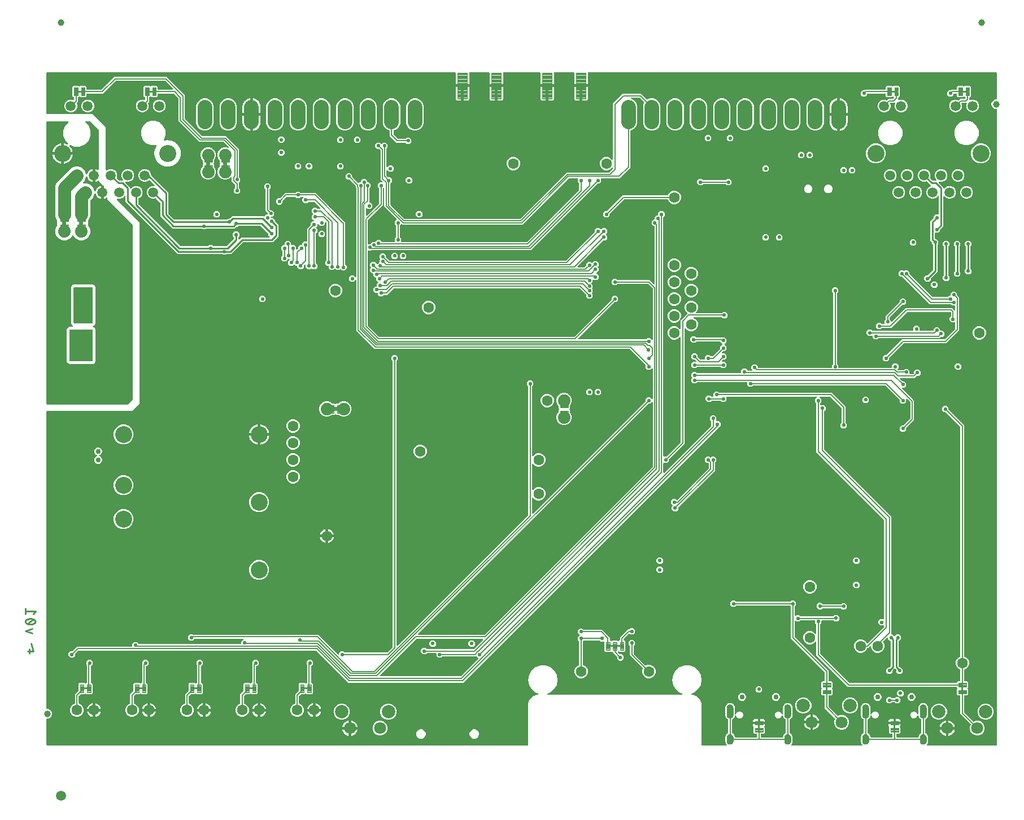
<source format=gbl>
G04 EAGLE Gerber RS-274X export*
G75*
%MOMM*%
%FSLAX34Y34*%
%LPD*%
%INBottom Copper*%
%IPPOS*%
%AMOC8*
5,1,8,0,0,1.08239X$1,22.5*%
G01*
%ADD10C,0.279400*%
%ADD11C,1.000000*%
%ADD12C,0.654000*%
%ADD13C,0.099059*%
%ADD14C,1.600000*%
%ADD15C,0.105000*%
%ADD16C,2.550000*%
%ADD17C,1.500000*%
%ADD18C,0.101600*%
%ADD19C,1.879600*%
%ADD20C,1.800000*%
%ADD21C,2.000000*%
%ADD22C,2.200000*%
%ADD23C,2.540000*%
%ADD24C,0.554000*%
%ADD25C,0.152400*%
%ADD26C,0.754000*%
%ADD27C,0.266700*%
%ADD28C,1.905000*%
%ADD29C,0.254000*%

G36*
X767519Y3057D02*
X767519Y3057D01*
X767577Y3055D01*
X767659Y3077D01*
X767743Y3089D01*
X767796Y3112D01*
X767852Y3127D01*
X767925Y3170D01*
X768002Y3205D01*
X768047Y3243D01*
X768097Y3272D01*
X768155Y3334D01*
X768219Y3388D01*
X768251Y3437D01*
X768291Y3480D01*
X768330Y3555D01*
X768377Y3625D01*
X768394Y3681D01*
X768421Y3733D01*
X768432Y3801D01*
X768462Y3896D01*
X768465Y3996D01*
X768476Y4064D01*
X768476Y66633D01*
X770874Y72421D01*
X775304Y76851D01*
X781092Y79249D01*
X783100Y79249D01*
X783207Y79264D01*
X783314Y79272D01*
X783347Y79284D01*
X783381Y79289D01*
X783480Y79333D01*
X783581Y79370D01*
X783609Y79391D01*
X783641Y79405D01*
X783723Y79475D01*
X783810Y79538D01*
X783831Y79566D01*
X783858Y79588D01*
X783917Y79678D01*
X783983Y79764D01*
X783996Y79796D01*
X784015Y79825D01*
X784048Y79928D01*
X784087Y80028D01*
X784091Y80063D01*
X784101Y80096D01*
X784104Y80204D01*
X784114Y80311D01*
X784108Y80346D01*
X784108Y80380D01*
X784081Y80485D01*
X784061Y80591D01*
X784045Y80622D01*
X784037Y80655D01*
X783982Y80748D01*
X783933Y80844D01*
X783909Y80870D01*
X783891Y80900D01*
X783813Y80974D01*
X783739Y81053D01*
X783712Y81068D01*
X783684Y81094D01*
X783493Y81192D01*
X783447Y81218D01*
X779613Y82613D01*
X773780Y87508D01*
X769973Y94102D01*
X768651Y101600D01*
X769973Y109098D01*
X773780Y115692D01*
X779613Y120587D01*
X786768Y123191D01*
X794382Y123191D01*
X801537Y120587D01*
X807370Y115692D01*
X811177Y109098D01*
X812499Y101600D01*
X811177Y94102D01*
X807370Y87508D01*
X801537Y82613D01*
X797703Y81218D01*
X797608Y81167D01*
X797509Y81123D01*
X797483Y81101D01*
X797452Y81084D01*
X797375Y81009D01*
X797292Y80939D01*
X797273Y80911D01*
X797248Y80886D01*
X797194Y80793D01*
X797135Y80703D01*
X797124Y80670D01*
X797107Y80640D01*
X797081Y80535D01*
X797049Y80432D01*
X797048Y80397D01*
X797040Y80363D01*
X797044Y80256D01*
X797042Y80148D01*
X797050Y80114D01*
X797052Y80079D01*
X797086Y79977D01*
X797113Y79873D01*
X797131Y79843D01*
X797142Y79810D01*
X797204Y79721D01*
X797259Y79628D01*
X797284Y79604D01*
X797304Y79576D01*
X797387Y79508D01*
X797466Y79434D01*
X797497Y79418D01*
X797524Y79396D01*
X797623Y79353D01*
X797719Y79304D01*
X797750Y79299D01*
X797785Y79284D01*
X797998Y79258D01*
X798050Y79249D01*
X999000Y79249D01*
X999107Y79264D01*
X999214Y79272D01*
X999247Y79284D01*
X999281Y79289D01*
X999380Y79333D01*
X999481Y79370D01*
X999509Y79391D01*
X999541Y79405D01*
X999623Y79475D01*
X999710Y79538D01*
X999731Y79566D01*
X999758Y79588D01*
X999817Y79678D01*
X999883Y79764D01*
X999896Y79796D01*
X999915Y79825D01*
X999948Y79928D01*
X999987Y80028D01*
X999991Y80063D01*
X1000001Y80096D01*
X1000004Y80204D01*
X1000014Y80311D01*
X1000008Y80346D01*
X1000008Y80380D01*
X999981Y80485D01*
X999961Y80591D01*
X999945Y80622D01*
X999937Y80655D01*
X999882Y80748D01*
X999833Y80844D01*
X999809Y80870D01*
X999791Y80900D01*
X999713Y80974D01*
X999639Y81053D01*
X999612Y81068D01*
X999584Y81094D01*
X999393Y81192D01*
X999347Y81218D01*
X995513Y82613D01*
X989680Y87508D01*
X985873Y94102D01*
X984551Y101600D01*
X985873Y109098D01*
X989680Y115692D01*
X995513Y120587D01*
X1002668Y123191D01*
X1010282Y123191D01*
X1017437Y120587D01*
X1023270Y115692D01*
X1027077Y109098D01*
X1028399Y101600D01*
X1027077Y94102D01*
X1023270Y87508D01*
X1017437Y82613D01*
X1013603Y81218D01*
X1013508Y81167D01*
X1013409Y81123D01*
X1013383Y81101D01*
X1013352Y81084D01*
X1013275Y81009D01*
X1013192Y80939D01*
X1013173Y80911D01*
X1013148Y80886D01*
X1013094Y80793D01*
X1013035Y80703D01*
X1013024Y80670D01*
X1013007Y80640D01*
X1012981Y80535D01*
X1012949Y80432D01*
X1012948Y80397D01*
X1012940Y80363D01*
X1012944Y80256D01*
X1012942Y80148D01*
X1012950Y80114D01*
X1012952Y80079D01*
X1012986Y79977D01*
X1013013Y79873D01*
X1013031Y79843D01*
X1013042Y79810D01*
X1013104Y79721D01*
X1013159Y79628D01*
X1013184Y79604D01*
X1013204Y79576D01*
X1013287Y79507D01*
X1013366Y79434D01*
X1013397Y79418D01*
X1013424Y79396D01*
X1013523Y79353D01*
X1013619Y79304D01*
X1013650Y79299D01*
X1013685Y79284D01*
X1013898Y79258D01*
X1013950Y79249D01*
X1015958Y79249D01*
X1021746Y76851D01*
X1026176Y72421D01*
X1028574Y66633D01*
X1028574Y4064D01*
X1028582Y4006D01*
X1028580Y3948D01*
X1028602Y3866D01*
X1028614Y3782D01*
X1028637Y3729D01*
X1028652Y3673D01*
X1028695Y3600D01*
X1028730Y3523D01*
X1028768Y3478D01*
X1028797Y3428D01*
X1028859Y3370D01*
X1028913Y3306D01*
X1028962Y3274D01*
X1029005Y3234D01*
X1029080Y3195D01*
X1029150Y3148D01*
X1029206Y3131D01*
X1029258Y3104D01*
X1029326Y3093D01*
X1029421Y3063D01*
X1029521Y3060D01*
X1029589Y3049D01*
X1065165Y3049D01*
X1065223Y3057D01*
X1065281Y3055D01*
X1065363Y3077D01*
X1065447Y3089D01*
X1065500Y3112D01*
X1065556Y3127D01*
X1065629Y3170D01*
X1065706Y3205D01*
X1065751Y3242D01*
X1065800Y3272D01*
X1065859Y3334D01*
X1065923Y3388D01*
X1065955Y3437D01*
X1065995Y3479D01*
X1066034Y3554D01*
X1066081Y3625D01*
X1066098Y3680D01*
X1066125Y3732D01*
X1066141Y3815D01*
X1066167Y3896D01*
X1066168Y3954D01*
X1066179Y4011D01*
X1066172Y4096D01*
X1066174Y4180D01*
X1066159Y4236D01*
X1066154Y4294D01*
X1066127Y4358D01*
X1066102Y4455D01*
X1066051Y4541D01*
X1066025Y4604D01*
X1065758Y5029D01*
X1065662Y5143D01*
X1065616Y5207D01*
X1065121Y5702D01*
X1064890Y6363D01*
X1064826Y6486D01*
X1064821Y6496D01*
X1064791Y6568D01*
X1064418Y7161D01*
X1064340Y7857D01*
X1064303Y8002D01*
X1064289Y8079D01*
X1064112Y8585D01*
X1064118Y8621D01*
X1064148Y8715D01*
X1064151Y8816D01*
X1064162Y8884D01*
X1064162Y9376D01*
X1064153Y9440D01*
X1064156Y9490D01*
X1064073Y10225D01*
X1064085Y10246D01*
X1064093Y10276D01*
X1064107Y10303D01*
X1064120Y10380D01*
X1064156Y10521D01*
X1064154Y10585D01*
X1064162Y10634D01*
X1064162Y14466D01*
X1064158Y14496D01*
X1064160Y14527D01*
X1064138Y14637D01*
X1064122Y14747D01*
X1064110Y14775D01*
X1064104Y14806D01*
X1064072Y14863D01*
X1064156Y15610D01*
X1064154Y15675D01*
X1064162Y15724D01*
X1064162Y16216D01*
X1064154Y16275D01*
X1064155Y16334D01*
X1064136Y16400D01*
X1064122Y16497D01*
X1064113Y16518D01*
X1064289Y17021D01*
X1064318Y17167D01*
X1064340Y17243D01*
X1064418Y17939D01*
X1064791Y18532D01*
X1064852Y18668D01*
X1064890Y18737D01*
X1065121Y19398D01*
X1065616Y19893D01*
X1065706Y20013D01*
X1065758Y20071D01*
X1066131Y20664D01*
X1066724Y21037D01*
X1066838Y21133D01*
X1066902Y21179D01*
X1067397Y21674D01*
X1067770Y21805D01*
X1067797Y21819D01*
X1067826Y21826D01*
X1067923Y21884D01*
X1068023Y21935D01*
X1068045Y21956D01*
X1068071Y21971D01*
X1068148Y22054D01*
X1068229Y22131D01*
X1068245Y22157D01*
X1068265Y22179D01*
X1068317Y22279D01*
X1068374Y22376D01*
X1068381Y22405D01*
X1068395Y22432D01*
X1068408Y22509D01*
X1068444Y22651D01*
X1068442Y22715D01*
X1068450Y22763D01*
X1068450Y41637D01*
X1068446Y41667D01*
X1068448Y41697D01*
X1068443Y41724D01*
X1068444Y41745D01*
X1068425Y41816D01*
X1068410Y41919D01*
X1068398Y41946D01*
X1068392Y41976D01*
X1068374Y42010D01*
X1068372Y42020D01*
X1068351Y42054D01*
X1068340Y42076D01*
X1068294Y42178D01*
X1068275Y42201D01*
X1068261Y42228D01*
X1068227Y42263D01*
X1068227Y42264D01*
X1068223Y42267D01*
X1068183Y42309D01*
X1068111Y42395D01*
X1068085Y42412D01*
X1068064Y42434D01*
X1068019Y42458D01*
X1068019Y42459D01*
X1068017Y42460D01*
X1067996Y42471D01*
X1067874Y42553D01*
X1067813Y42572D01*
X1067770Y42595D01*
X1067397Y42726D01*
X1066902Y43221D01*
X1066782Y43311D01*
X1066724Y43363D01*
X1066131Y43736D01*
X1065758Y44329D01*
X1065662Y44443D01*
X1065616Y44507D01*
X1065121Y45002D01*
X1064890Y45663D01*
X1064821Y45796D01*
X1064791Y45868D01*
X1064418Y46461D01*
X1064340Y47157D01*
X1064303Y47302D01*
X1064289Y47379D01*
X1064112Y47885D01*
X1064118Y47921D01*
X1064148Y48015D01*
X1064151Y48116D01*
X1064162Y48184D01*
X1064162Y48676D01*
X1064153Y48740D01*
X1064156Y48790D01*
X1064073Y49525D01*
X1064085Y49546D01*
X1064093Y49576D01*
X1064107Y49603D01*
X1064120Y49680D01*
X1064156Y49821D01*
X1064154Y49885D01*
X1064162Y49934D01*
X1064162Y58766D01*
X1064158Y58796D01*
X1064160Y58827D01*
X1064138Y58937D01*
X1064122Y59047D01*
X1064110Y59075D01*
X1064104Y59106D01*
X1064072Y59163D01*
X1064156Y59910D01*
X1064154Y59975D01*
X1064162Y60024D01*
X1064162Y60516D01*
X1064154Y60575D01*
X1064155Y60634D01*
X1064136Y60700D01*
X1064122Y60797D01*
X1064113Y60818D01*
X1064289Y61321D01*
X1064318Y61467D01*
X1064340Y61543D01*
X1064418Y62239D01*
X1064791Y62832D01*
X1064852Y62968D01*
X1064890Y63037D01*
X1065121Y63698D01*
X1065616Y64193D01*
X1065706Y64312D01*
X1065758Y64371D01*
X1066131Y64964D01*
X1066403Y65135D01*
X1066724Y65337D01*
X1066838Y65433D01*
X1066902Y65479D01*
X1067397Y65974D01*
X1068058Y66205D01*
X1068191Y66274D01*
X1068263Y66304D01*
X1068856Y66677D01*
X1069552Y66755D01*
X1069697Y66792D01*
X1069774Y66806D01*
X1070435Y67037D01*
X1071131Y66959D01*
X1071281Y66963D01*
X1071359Y66959D01*
X1072055Y67037D01*
X1072716Y66806D01*
X1072862Y66777D01*
X1072938Y66755D01*
X1073634Y66677D01*
X1074227Y66304D01*
X1074363Y66243D01*
X1074432Y66205D01*
X1075093Y65974D01*
X1075588Y65479D01*
X1075707Y65389D01*
X1075766Y65337D01*
X1076359Y64964D01*
X1076732Y64371D01*
X1076828Y64257D01*
X1076874Y64193D01*
X1077369Y63698D01*
X1077600Y63037D01*
X1077669Y62904D01*
X1077699Y62832D01*
X1078072Y62239D01*
X1078150Y61543D01*
X1078187Y61398D01*
X1078201Y61321D01*
X1078378Y60815D01*
X1078372Y60779D01*
X1078342Y60685D01*
X1078339Y60584D01*
X1078328Y60516D01*
X1078328Y60024D01*
X1078337Y59960D01*
X1078334Y59910D01*
X1078417Y59175D01*
X1078405Y59154D01*
X1078397Y59124D01*
X1078383Y59097D01*
X1078370Y59020D01*
X1078334Y58879D01*
X1078336Y58815D01*
X1078328Y58766D01*
X1078328Y50583D01*
X1078340Y50498D01*
X1078342Y50412D01*
X1078360Y50358D01*
X1078368Y50301D01*
X1078403Y50223D01*
X1078429Y50141D01*
X1078461Y50094D01*
X1078484Y50042D01*
X1078539Y49976D01*
X1078587Y49905D01*
X1078631Y49868D01*
X1078667Y49825D01*
X1078739Y49777D01*
X1078805Y49722D01*
X1078857Y49699D01*
X1078904Y49667D01*
X1078986Y49641D01*
X1079065Y49606D01*
X1079121Y49599D01*
X1079175Y49581D01*
X1079261Y49579D01*
X1079346Y49567D01*
X1079402Y49576D01*
X1079459Y49574D01*
X1079542Y49596D01*
X1079627Y49608D01*
X1079679Y49632D01*
X1079734Y49646D01*
X1079808Y49690D01*
X1079887Y49725D01*
X1079930Y49762D01*
X1079979Y49791D01*
X1080038Y49854D01*
X1080103Y49910D01*
X1080129Y49951D01*
X1080173Y49998D01*
X1080239Y50128D01*
X1080281Y50194D01*
X1081047Y52042D01*
X1082533Y53528D01*
X1084474Y54333D01*
X1086576Y54333D01*
X1088517Y53528D01*
X1090003Y52042D01*
X1090808Y50101D01*
X1090808Y47999D01*
X1090003Y46058D01*
X1088517Y44572D01*
X1086576Y43767D01*
X1084474Y43767D01*
X1082533Y44572D01*
X1081047Y46058D01*
X1080271Y47930D01*
X1080242Y47979D01*
X1080221Y48033D01*
X1080170Y48101D01*
X1080127Y48175D01*
X1080085Y48214D01*
X1080050Y48260D01*
X1079982Y48311D01*
X1079920Y48370D01*
X1079868Y48396D01*
X1079822Y48431D01*
X1079743Y48461D01*
X1079667Y48500D01*
X1079610Y48511D01*
X1079556Y48532D01*
X1079472Y48538D01*
X1079388Y48555D01*
X1079331Y48550D01*
X1079273Y48555D01*
X1079190Y48538D01*
X1079105Y48530D01*
X1079051Y48510D01*
X1078994Y48498D01*
X1078919Y48459D01*
X1078840Y48428D01*
X1078794Y48394D01*
X1078742Y48367D01*
X1078681Y48308D01*
X1078613Y48257D01*
X1078578Y48211D01*
X1078537Y48171D01*
X1078503Y48110D01*
X1078443Y48029D01*
X1078408Y47937D01*
X1078375Y47877D01*
X1078201Y47379D01*
X1078172Y47233D01*
X1078150Y47157D01*
X1078072Y46461D01*
X1077699Y45868D01*
X1077638Y45732D01*
X1077600Y45663D01*
X1077369Y45002D01*
X1076874Y44507D01*
X1076784Y44388D01*
X1076732Y44329D01*
X1076359Y43736D01*
X1075988Y43503D01*
X1075766Y43363D01*
X1075652Y43267D01*
X1075588Y43221D01*
X1075093Y42726D01*
X1074720Y42595D01*
X1074693Y42581D01*
X1074664Y42574D01*
X1074567Y42516D01*
X1074467Y42465D01*
X1074445Y42444D01*
X1074419Y42429D01*
X1074342Y42347D01*
X1074261Y42269D01*
X1074245Y42243D01*
X1074225Y42221D01*
X1074173Y42121D01*
X1074158Y42095D01*
X1074139Y42067D01*
X1074137Y42059D01*
X1074117Y42024D01*
X1074109Y41995D01*
X1074095Y41968D01*
X1074082Y41891D01*
X1074076Y41867D01*
X1074054Y41796D01*
X1074053Y41778D01*
X1074046Y41749D01*
X1074048Y41685D01*
X1074040Y41637D01*
X1074040Y22763D01*
X1074044Y22733D01*
X1074042Y22703D01*
X1074064Y22593D01*
X1074080Y22481D01*
X1074092Y22454D01*
X1074098Y22424D01*
X1074150Y22324D01*
X1074196Y22222D01*
X1074215Y22199D01*
X1074229Y22172D01*
X1074307Y22091D01*
X1074379Y22005D01*
X1074405Y21988D01*
X1074426Y21966D01*
X1074494Y21929D01*
X1074616Y21847D01*
X1074677Y21828D01*
X1074720Y21805D01*
X1075093Y21674D01*
X1075588Y21179D01*
X1075708Y21089D01*
X1075766Y21037D01*
X1076359Y20664D01*
X1076732Y20071D01*
X1076828Y19957D01*
X1076874Y19893D01*
X1077369Y19398D01*
X1077600Y18737D01*
X1077669Y18604D01*
X1077699Y18532D01*
X1078072Y17939D01*
X1078150Y17243D01*
X1078187Y17098D01*
X1078201Y17021D01*
X1078383Y16499D01*
X1078384Y16497D01*
X1078385Y16495D01*
X1078409Y16427D01*
X1078407Y16377D01*
X1078404Y16246D01*
X1078404Y16245D01*
X1078404Y16244D01*
X1078442Y16098D01*
X1078475Y15970D01*
X1078476Y15969D01*
X1078545Y15852D01*
X1078620Y15726D01*
X1078620Y15725D01*
X1078621Y15724D01*
X1078729Y15623D01*
X1078827Y15531D01*
X1078827Y15530D01*
X1078828Y15530D01*
X1078954Y15465D01*
X1079079Y15401D01*
X1079080Y15401D01*
X1079081Y15400D01*
X1079091Y15399D01*
X1079358Y15346D01*
X1079388Y15349D01*
X1079412Y15345D01*
X1110615Y15345D01*
X1110673Y15353D01*
X1110731Y15351D01*
X1110813Y15373D01*
X1110897Y15385D01*
X1110950Y15408D01*
X1111006Y15423D01*
X1111079Y15466D01*
X1111156Y15501D01*
X1111201Y15539D01*
X1111251Y15568D01*
X1111309Y15630D01*
X1111373Y15684D01*
X1111405Y15733D01*
X1111445Y15776D01*
X1111484Y15851D01*
X1111531Y15921D01*
X1111548Y15977D01*
X1111575Y16029D01*
X1111586Y16097D01*
X1111616Y16192D01*
X1111619Y16292D01*
X1111630Y16360D01*
X1111630Y20193D01*
X1111622Y20251D01*
X1111624Y20309D01*
X1111602Y20391D01*
X1111590Y20475D01*
X1111567Y20528D01*
X1111552Y20584D01*
X1111509Y20657D01*
X1111474Y20734D01*
X1111436Y20779D01*
X1111407Y20829D01*
X1111345Y20887D01*
X1111291Y20951D01*
X1111242Y20983D01*
X1111199Y21023D01*
X1111124Y21062D01*
X1111054Y21109D01*
X1110998Y21126D01*
X1110946Y21153D01*
X1110878Y21164D01*
X1110783Y21194D01*
X1110683Y21197D01*
X1110615Y21208D01*
X1107523Y21208D01*
X1106042Y22689D01*
X1106042Y30397D01*
X1106318Y30673D01*
X1106353Y30720D01*
X1106396Y30760D01*
X1106439Y30833D01*
X1106489Y30900D01*
X1106510Y30955D01*
X1106540Y31005D01*
X1106560Y31087D01*
X1106590Y31166D01*
X1106595Y31224D01*
X1106610Y31281D01*
X1106607Y31365D01*
X1106614Y31449D01*
X1106602Y31506D01*
X1106601Y31565D01*
X1106575Y31645D01*
X1106558Y31728D01*
X1106531Y31780D01*
X1106513Y31835D01*
X1106473Y31892D01*
X1106427Y31980D01*
X1106358Y32052D01*
X1106318Y32109D01*
X1106141Y32286D01*
X1105741Y32978D01*
X1105534Y33751D01*
X1105534Y35307D01*
X1113092Y35307D01*
X1113092Y24765D01*
X1113104Y24746D01*
X1113108Y24724D01*
X1113123Y24717D01*
X1113129Y24708D01*
X1113139Y24709D01*
X1113155Y24702D01*
X1115695Y24702D01*
X1115714Y24714D01*
X1115736Y24718D01*
X1115743Y24733D01*
X1115752Y24739D01*
X1115751Y24749D01*
X1115758Y24765D01*
X1115758Y35307D01*
X1123316Y35307D01*
X1123316Y33751D01*
X1123109Y32978D01*
X1122709Y32286D01*
X1122532Y32109D01*
X1122497Y32062D01*
X1122454Y32022D01*
X1122411Y31949D01*
X1122361Y31882D01*
X1122340Y31827D01*
X1122310Y31776D01*
X1122290Y31695D01*
X1122260Y31616D01*
X1122255Y31558D01*
X1122240Y31501D01*
X1122243Y31417D01*
X1122236Y31333D01*
X1122248Y31275D01*
X1122249Y31217D01*
X1122275Y31136D01*
X1122292Y31054D01*
X1122319Y31002D01*
X1122337Y30946D01*
X1122377Y30890D01*
X1122423Y30801D01*
X1122492Y30729D01*
X1122532Y30673D01*
X1122808Y30397D01*
X1122808Y22689D01*
X1121327Y21208D01*
X1118235Y21208D01*
X1118177Y21200D01*
X1118119Y21202D01*
X1118037Y21180D01*
X1117953Y21168D01*
X1117900Y21145D01*
X1117844Y21130D01*
X1117771Y21087D01*
X1117694Y21052D01*
X1117649Y21014D01*
X1117599Y20985D01*
X1117541Y20923D01*
X1117477Y20869D01*
X1117445Y20820D01*
X1117405Y20777D01*
X1117366Y20702D01*
X1117319Y20632D01*
X1117302Y20576D01*
X1117275Y20524D01*
X1117264Y20456D01*
X1117234Y20361D01*
X1117231Y20261D01*
X1117220Y20193D01*
X1117220Y16360D01*
X1117228Y16302D01*
X1117226Y16244D01*
X1117248Y16162D01*
X1117260Y16078D01*
X1117283Y16025D01*
X1117298Y15969D01*
X1117341Y15896D01*
X1117376Y15819D01*
X1117414Y15774D01*
X1117443Y15724D01*
X1117505Y15666D01*
X1117559Y15602D01*
X1117608Y15570D01*
X1117651Y15530D01*
X1117726Y15491D01*
X1117796Y15444D01*
X1117852Y15427D01*
X1117904Y15400D01*
X1117972Y15389D01*
X1118067Y15359D01*
X1118167Y15356D01*
X1118235Y15345D01*
X1149438Y15345D01*
X1149439Y15345D01*
X1149440Y15345D01*
X1149580Y15365D01*
X1149719Y15385D01*
X1149720Y15385D01*
X1149721Y15385D01*
X1149847Y15442D01*
X1149979Y15501D01*
X1149979Y15502D01*
X1149980Y15502D01*
X1150088Y15594D01*
X1150196Y15684D01*
X1150196Y15685D01*
X1150197Y15686D01*
X1150277Y15807D01*
X1150353Y15921D01*
X1150353Y15922D01*
X1150354Y15923D01*
X1150397Y16061D01*
X1150439Y16192D01*
X1150439Y16193D01*
X1150439Y16194D01*
X1150443Y16334D01*
X1150445Y16438D01*
X1150465Y16495D01*
X1150466Y16498D01*
X1150467Y16499D01*
X1150649Y17021D01*
X1150678Y17167D01*
X1150700Y17243D01*
X1150778Y17939D01*
X1151151Y18532D01*
X1151212Y18668D01*
X1151250Y18737D01*
X1151481Y19398D01*
X1151976Y19893D01*
X1152066Y20012D01*
X1152118Y20071D01*
X1152491Y20664D01*
X1153084Y21037D01*
X1153198Y21133D01*
X1153262Y21179D01*
X1153757Y21674D01*
X1154130Y21805D01*
X1154157Y21819D01*
X1154186Y21826D01*
X1154283Y21884D01*
X1154383Y21935D01*
X1154405Y21956D01*
X1154431Y21971D01*
X1154508Y22054D01*
X1154589Y22131D01*
X1154605Y22157D01*
X1154625Y22179D01*
X1154677Y22279D01*
X1154734Y22376D01*
X1154741Y22405D01*
X1154755Y22432D01*
X1154768Y22509D01*
X1154804Y22651D01*
X1154802Y22715D01*
X1154810Y22763D01*
X1154810Y41637D01*
X1154806Y41667D01*
X1154808Y41697D01*
X1154803Y41724D01*
X1154804Y41745D01*
X1154785Y41816D01*
X1154770Y41919D01*
X1154758Y41946D01*
X1154752Y41976D01*
X1154734Y42010D01*
X1154732Y42020D01*
X1154711Y42054D01*
X1154700Y42075D01*
X1154654Y42178D01*
X1154635Y42201D01*
X1154621Y42228D01*
X1154587Y42263D01*
X1154587Y42264D01*
X1154583Y42267D01*
X1154543Y42309D01*
X1154471Y42395D01*
X1154445Y42412D01*
X1154424Y42434D01*
X1154379Y42458D01*
X1154379Y42459D01*
X1154378Y42459D01*
X1154356Y42471D01*
X1154234Y42553D01*
X1154173Y42572D01*
X1154130Y42595D01*
X1153757Y42726D01*
X1153262Y43221D01*
X1153143Y43311D01*
X1153084Y43363D01*
X1152491Y43736D01*
X1152118Y44329D01*
X1152022Y44443D01*
X1151976Y44507D01*
X1151481Y45002D01*
X1151250Y45663D01*
X1151181Y45796D01*
X1151151Y45868D01*
X1150778Y46461D01*
X1150700Y47157D01*
X1150663Y47302D01*
X1150649Y47379D01*
X1150475Y47876D01*
X1150449Y47928D01*
X1150431Y47983D01*
X1150384Y48053D01*
X1150345Y48129D01*
X1150305Y48171D01*
X1150273Y48219D01*
X1150208Y48274D01*
X1150149Y48335D01*
X1150099Y48365D01*
X1150055Y48402D01*
X1149977Y48437D01*
X1149904Y48480D01*
X1149848Y48494D01*
X1149795Y48517D01*
X1149711Y48529D01*
X1149629Y48550D01*
X1149571Y48549D01*
X1149514Y48556D01*
X1149430Y48544D01*
X1149345Y48542D01*
X1149290Y48524D01*
X1149232Y48516D01*
X1149155Y48481D01*
X1149074Y48455D01*
X1149026Y48422D01*
X1148973Y48399D01*
X1148909Y48344D01*
X1148838Y48296D01*
X1148801Y48252D01*
X1148757Y48214D01*
X1148720Y48155D01*
X1148655Y48078D01*
X1148615Y47988D01*
X1148579Y47930D01*
X1147803Y46058D01*
X1146317Y44572D01*
X1144376Y43767D01*
X1142274Y43767D01*
X1140333Y44572D01*
X1138847Y46058D01*
X1138042Y47999D01*
X1138042Y50101D01*
X1138847Y52042D01*
X1140333Y53528D01*
X1142274Y54333D01*
X1144376Y54333D01*
X1146317Y53528D01*
X1147803Y52042D01*
X1148569Y50194D01*
X1148613Y50120D01*
X1148648Y50042D01*
X1148685Y49998D01*
X1148714Y49949D01*
X1148776Y49890D01*
X1148832Y49825D01*
X1148879Y49793D01*
X1148920Y49754D01*
X1148997Y49715D01*
X1149068Y49667D01*
X1149122Y49650D01*
X1149173Y49624D01*
X1149257Y49607D01*
X1149339Y49581D01*
X1149396Y49580D01*
X1149452Y49569D01*
X1149537Y49576D01*
X1149623Y49574D01*
X1149678Y49588D01*
X1149735Y49593D01*
X1149815Y49624D01*
X1149898Y49646D01*
X1149947Y49675D01*
X1150000Y49695D01*
X1150069Y49747D01*
X1150143Y49791D01*
X1150182Y49833D01*
X1150227Y49867D01*
X1150278Y49936D01*
X1150337Y49998D01*
X1150363Y50049D01*
X1150397Y50095D01*
X1150428Y50175D01*
X1150467Y50252D01*
X1150475Y50300D01*
X1150498Y50361D01*
X1150509Y50505D01*
X1150522Y50583D01*
X1150522Y58766D01*
X1150518Y58796D01*
X1150520Y58827D01*
X1150498Y58937D01*
X1150482Y59047D01*
X1150470Y59075D01*
X1150464Y59106D01*
X1150432Y59163D01*
X1150516Y59910D01*
X1150514Y59975D01*
X1150522Y60024D01*
X1150522Y60516D01*
X1150514Y60575D01*
X1150515Y60634D01*
X1150496Y60700D01*
X1150482Y60797D01*
X1150473Y60818D01*
X1150649Y61321D01*
X1150678Y61467D01*
X1150700Y61543D01*
X1150778Y62239D01*
X1151151Y62832D01*
X1151212Y62968D01*
X1151250Y63037D01*
X1151481Y63698D01*
X1151976Y64193D01*
X1152066Y64312D01*
X1152118Y64371D01*
X1152491Y64964D01*
X1153084Y65337D01*
X1153198Y65433D01*
X1153262Y65479D01*
X1153757Y65974D01*
X1154418Y66205D01*
X1154551Y66274D01*
X1154623Y66304D01*
X1155216Y66677D01*
X1155912Y66755D01*
X1156057Y66792D01*
X1156134Y66806D01*
X1156795Y67037D01*
X1157491Y66959D01*
X1157641Y66963D01*
X1157719Y66959D01*
X1158415Y67037D01*
X1159076Y66806D01*
X1159222Y66777D01*
X1159298Y66755D01*
X1159994Y66677D01*
X1160587Y66304D01*
X1160723Y66243D01*
X1160792Y66205D01*
X1161453Y65974D01*
X1161948Y65479D01*
X1162067Y65389D01*
X1162126Y65337D01*
X1162719Y64964D01*
X1163092Y64371D01*
X1163188Y64257D01*
X1163234Y64193D01*
X1163729Y63698D01*
X1163960Y63037D01*
X1164029Y62904D01*
X1164059Y62832D01*
X1164432Y62239D01*
X1164510Y61543D01*
X1164547Y61398D01*
X1164561Y61321D01*
X1164738Y60815D01*
X1164732Y60779D01*
X1164702Y60685D01*
X1164699Y60584D01*
X1164688Y60516D01*
X1164688Y60024D01*
X1164697Y59960D01*
X1164694Y59910D01*
X1164777Y59175D01*
X1164765Y59154D01*
X1164757Y59124D01*
X1164743Y59097D01*
X1164730Y59020D01*
X1164694Y58879D01*
X1164696Y58815D01*
X1164688Y58766D01*
X1164688Y49934D01*
X1164692Y49904D01*
X1164690Y49873D01*
X1164712Y49763D01*
X1164728Y49653D01*
X1164740Y49625D01*
X1164746Y49594D01*
X1164778Y49537D01*
X1164694Y48790D01*
X1164696Y48725D01*
X1164688Y48676D01*
X1164688Y48184D01*
X1164696Y48125D01*
X1164695Y48066D01*
X1164714Y48000D01*
X1164728Y47903D01*
X1164737Y47882D01*
X1164561Y47379D01*
X1164532Y47233D01*
X1164510Y47157D01*
X1164432Y46461D01*
X1164059Y45868D01*
X1163998Y45732D01*
X1163960Y45663D01*
X1163729Y45002D01*
X1163234Y44507D01*
X1163144Y44388D01*
X1163092Y44329D01*
X1162719Y43736D01*
X1162348Y43503D01*
X1162126Y43363D01*
X1162012Y43267D01*
X1161948Y43221D01*
X1161453Y42726D01*
X1161080Y42595D01*
X1161053Y42581D01*
X1161024Y42574D01*
X1160927Y42516D01*
X1160827Y42465D01*
X1160805Y42444D01*
X1160779Y42429D01*
X1160702Y42347D01*
X1160621Y42269D01*
X1160605Y42243D01*
X1160585Y42221D01*
X1160533Y42121D01*
X1160518Y42095D01*
X1160499Y42067D01*
X1160497Y42059D01*
X1160477Y42024D01*
X1160469Y41995D01*
X1160455Y41968D01*
X1160442Y41891D01*
X1160436Y41867D01*
X1160414Y41796D01*
X1160413Y41778D01*
X1160406Y41749D01*
X1160408Y41685D01*
X1160400Y41637D01*
X1160400Y22763D01*
X1160404Y22733D01*
X1160402Y22703D01*
X1160424Y22593D01*
X1160440Y22481D01*
X1160452Y22454D01*
X1160458Y22424D01*
X1160510Y22324D01*
X1160556Y22222D01*
X1160575Y22199D01*
X1160589Y22172D01*
X1160667Y22091D01*
X1160739Y22005D01*
X1160765Y21988D01*
X1160786Y21966D01*
X1160854Y21929D01*
X1160976Y21847D01*
X1161037Y21828D01*
X1161080Y21805D01*
X1161453Y21674D01*
X1161948Y21179D01*
X1162067Y21089D01*
X1162126Y21037D01*
X1162719Y20664D01*
X1163092Y20071D01*
X1163188Y19957D01*
X1163234Y19893D01*
X1163729Y19398D01*
X1163960Y18737D01*
X1164029Y18604D01*
X1164059Y18532D01*
X1164432Y17939D01*
X1164510Y17243D01*
X1164547Y17098D01*
X1164561Y17021D01*
X1164738Y16515D01*
X1164732Y16479D01*
X1164702Y16385D01*
X1164699Y16284D01*
X1164688Y16216D01*
X1164688Y15724D01*
X1164697Y15660D01*
X1164694Y15610D01*
X1164777Y14875D01*
X1164765Y14854D01*
X1164757Y14824D01*
X1164743Y14797D01*
X1164730Y14720D01*
X1164694Y14579D01*
X1164696Y14515D01*
X1164688Y14466D01*
X1164688Y10634D01*
X1164692Y10604D01*
X1164690Y10573D01*
X1164712Y10463D01*
X1164728Y10353D01*
X1164740Y10325D01*
X1164746Y10294D01*
X1164778Y10237D01*
X1164694Y9490D01*
X1164696Y9425D01*
X1164688Y9376D01*
X1164688Y8884D01*
X1164696Y8825D01*
X1164695Y8766D01*
X1164714Y8700D01*
X1164728Y8603D01*
X1164737Y8582D01*
X1164561Y8079D01*
X1164532Y7933D01*
X1164510Y7857D01*
X1164432Y7161D01*
X1164059Y6568D01*
X1163998Y6432D01*
X1163960Y6363D01*
X1163729Y5702D01*
X1163234Y5207D01*
X1163144Y5088D01*
X1163092Y5029D01*
X1162825Y4604D01*
X1162801Y4551D01*
X1162769Y4503D01*
X1162744Y4422D01*
X1162709Y4345D01*
X1162701Y4287D01*
X1162683Y4232D01*
X1162681Y4147D01*
X1162669Y4063D01*
X1162678Y4006D01*
X1162676Y3948D01*
X1162698Y3866D01*
X1162709Y3782D01*
X1162733Y3729D01*
X1162748Y3673D01*
X1162791Y3600D01*
X1162826Y3522D01*
X1162864Y3478D01*
X1162893Y3428D01*
X1162955Y3370D01*
X1163010Y3305D01*
X1163058Y3273D01*
X1163100Y3234D01*
X1163176Y3195D01*
X1163247Y3148D01*
X1163302Y3131D01*
X1163354Y3104D01*
X1163422Y3093D01*
X1163518Y3063D01*
X1163617Y3060D01*
X1163685Y3049D01*
X1268365Y3049D01*
X1268423Y3057D01*
X1268481Y3055D01*
X1268563Y3077D01*
X1268647Y3089D01*
X1268700Y3112D01*
X1268756Y3127D01*
X1268829Y3170D01*
X1268906Y3205D01*
X1268951Y3242D01*
X1269000Y3272D01*
X1269059Y3334D01*
X1269123Y3388D01*
X1269155Y3437D01*
X1269195Y3479D01*
X1269234Y3554D01*
X1269281Y3625D01*
X1269298Y3680D01*
X1269325Y3732D01*
X1269341Y3815D01*
X1269367Y3896D01*
X1269368Y3954D01*
X1269379Y4011D01*
X1269372Y4096D01*
X1269374Y4180D01*
X1269359Y4236D01*
X1269354Y4294D01*
X1269327Y4358D01*
X1269302Y4455D01*
X1269251Y4541D01*
X1269225Y4604D01*
X1268958Y5029D01*
X1268862Y5143D01*
X1268816Y5207D01*
X1268321Y5702D01*
X1268090Y6363D01*
X1268026Y6486D01*
X1268021Y6496D01*
X1267991Y6568D01*
X1267618Y7161D01*
X1267540Y7857D01*
X1267503Y8002D01*
X1267489Y8079D01*
X1267312Y8585D01*
X1267318Y8621D01*
X1267348Y8715D01*
X1267351Y8816D01*
X1267362Y8884D01*
X1267362Y9376D01*
X1267353Y9440D01*
X1267356Y9490D01*
X1267273Y10225D01*
X1267285Y10246D01*
X1267293Y10276D01*
X1267307Y10303D01*
X1267320Y10380D01*
X1267356Y10521D01*
X1267354Y10585D01*
X1267362Y10634D01*
X1267362Y14466D01*
X1267358Y14496D01*
X1267360Y14527D01*
X1267338Y14637D01*
X1267322Y14747D01*
X1267310Y14775D01*
X1267304Y14806D01*
X1267272Y14863D01*
X1267356Y15610D01*
X1267354Y15675D01*
X1267362Y15724D01*
X1267362Y16216D01*
X1267354Y16275D01*
X1267355Y16334D01*
X1267336Y16400D01*
X1267322Y16497D01*
X1267313Y16518D01*
X1267489Y17021D01*
X1267518Y17167D01*
X1267540Y17243D01*
X1267618Y17939D01*
X1267991Y18532D01*
X1268052Y18668D01*
X1268090Y18737D01*
X1268321Y19398D01*
X1268816Y19893D01*
X1268906Y20013D01*
X1268958Y20071D01*
X1269331Y20664D01*
X1269924Y21037D01*
X1270038Y21133D01*
X1270102Y21179D01*
X1270597Y21674D01*
X1270970Y21805D01*
X1270997Y21819D01*
X1271026Y21826D01*
X1271123Y21884D01*
X1271223Y21935D01*
X1271245Y21956D01*
X1271271Y21971D01*
X1271348Y22054D01*
X1271429Y22131D01*
X1271445Y22157D01*
X1271465Y22179D01*
X1271517Y22279D01*
X1271574Y22376D01*
X1271581Y22405D01*
X1271595Y22432D01*
X1271608Y22509D01*
X1271644Y22651D01*
X1271642Y22715D01*
X1271650Y22763D01*
X1271650Y41637D01*
X1271646Y41667D01*
X1271648Y41697D01*
X1271643Y41724D01*
X1271644Y41745D01*
X1271625Y41816D01*
X1271610Y41919D01*
X1271598Y41946D01*
X1271592Y41976D01*
X1271574Y42010D01*
X1271572Y42020D01*
X1271551Y42054D01*
X1271540Y42076D01*
X1271494Y42178D01*
X1271475Y42201D01*
X1271461Y42228D01*
X1271427Y42263D01*
X1271427Y42264D01*
X1271423Y42267D01*
X1271383Y42309D01*
X1271311Y42395D01*
X1271285Y42412D01*
X1271264Y42434D01*
X1271219Y42458D01*
X1271219Y42459D01*
X1271217Y42460D01*
X1271196Y42471D01*
X1271074Y42553D01*
X1271013Y42572D01*
X1270970Y42595D01*
X1270597Y42726D01*
X1270102Y43221D01*
X1269982Y43311D01*
X1269924Y43363D01*
X1269331Y43736D01*
X1268958Y44329D01*
X1268862Y44443D01*
X1268816Y44507D01*
X1268321Y45002D01*
X1268090Y45663D01*
X1268021Y45796D01*
X1267991Y45868D01*
X1267618Y46461D01*
X1267540Y47157D01*
X1267503Y47302D01*
X1267489Y47379D01*
X1267312Y47885D01*
X1267318Y47921D01*
X1267348Y48015D01*
X1267351Y48116D01*
X1267362Y48184D01*
X1267362Y48676D01*
X1267353Y48740D01*
X1267356Y48790D01*
X1267273Y49525D01*
X1267285Y49546D01*
X1267293Y49576D01*
X1267307Y49603D01*
X1267320Y49680D01*
X1267356Y49821D01*
X1267354Y49885D01*
X1267362Y49934D01*
X1267362Y58766D01*
X1267358Y58796D01*
X1267360Y58827D01*
X1267338Y58937D01*
X1267322Y59047D01*
X1267310Y59075D01*
X1267304Y59106D01*
X1267272Y59163D01*
X1267356Y59910D01*
X1267354Y59975D01*
X1267362Y60024D01*
X1267362Y60516D01*
X1267354Y60575D01*
X1267355Y60634D01*
X1267336Y60700D01*
X1267322Y60797D01*
X1267313Y60818D01*
X1267489Y61321D01*
X1267518Y61467D01*
X1267540Y61543D01*
X1267618Y62239D01*
X1267991Y62832D01*
X1268052Y62968D01*
X1268090Y63037D01*
X1268321Y63698D01*
X1268816Y64193D01*
X1268906Y64312D01*
X1268958Y64371D01*
X1269331Y64964D01*
X1269603Y65135D01*
X1269924Y65337D01*
X1270038Y65433D01*
X1270102Y65479D01*
X1270597Y65974D01*
X1271258Y66205D01*
X1271391Y66274D01*
X1271463Y66304D01*
X1272056Y66677D01*
X1272752Y66755D01*
X1272897Y66792D01*
X1272974Y66806D01*
X1273635Y67037D01*
X1274331Y66959D01*
X1274481Y66963D01*
X1274559Y66959D01*
X1275255Y67037D01*
X1275916Y66806D01*
X1276062Y66777D01*
X1276138Y66755D01*
X1276834Y66677D01*
X1277427Y66304D01*
X1277563Y66243D01*
X1277632Y66205D01*
X1278293Y65974D01*
X1278788Y65479D01*
X1278907Y65389D01*
X1278966Y65337D01*
X1279559Y64964D01*
X1279932Y64371D01*
X1280028Y64257D01*
X1280074Y64193D01*
X1280569Y63698D01*
X1280800Y63037D01*
X1280869Y62904D01*
X1280899Y62832D01*
X1281272Y62239D01*
X1281350Y61543D01*
X1281387Y61398D01*
X1281401Y61321D01*
X1281578Y60815D01*
X1281572Y60779D01*
X1281542Y60685D01*
X1281539Y60584D01*
X1281528Y60516D01*
X1281528Y60024D01*
X1281537Y59960D01*
X1281534Y59910D01*
X1281617Y59175D01*
X1281605Y59154D01*
X1281597Y59124D01*
X1281583Y59097D01*
X1281570Y59020D01*
X1281534Y58879D01*
X1281536Y58815D01*
X1281528Y58766D01*
X1281528Y50583D01*
X1281540Y50498D01*
X1281542Y50412D01*
X1281560Y50357D01*
X1281568Y50301D01*
X1281603Y50223D01*
X1281629Y50141D01*
X1281661Y50094D01*
X1281684Y50042D01*
X1281739Y49976D01*
X1281787Y49905D01*
X1281831Y49868D01*
X1281867Y49825D01*
X1281939Y49777D01*
X1282005Y49722D01*
X1282057Y49699D01*
X1282104Y49667D01*
X1282186Y49641D01*
X1282265Y49606D01*
X1282321Y49599D01*
X1282375Y49581D01*
X1282461Y49579D01*
X1282546Y49567D01*
X1282602Y49576D01*
X1282659Y49574D01*
X1282742Y49596D01*
X1282828Y49608D01*
X1282879Y49632D01*
X1282934Y49646D01*
X1283008Y49690D01*
X1283087Y49725D01*
X1283130Y49762D01*
X1283179Y49791D01*
X1283238Y49854D01*
X1283303Y49909D01*
X1283329Y49951D01*
X1283373Y49998D01*
X1283439Y50128D01*
X1283481Y50194D01*
X1284247Y52042D01*
X1285733Y53528D01*
X1287674Y54333D01*
X1289776Y54333D01*
X1291717Y53528D01*
X1293203Y52042D01*
X1294008Y50101D01*
X1294008Y47999D01*
X1293203Y46058D01*
X1291717Y44572D01*
X1289776Y43767D01*
X1287674Y43767D01*
X1285733Y44572D01*
X1284247Y46058D01*
X1283471Y47930D01*
X1283442Y47979D01*
X1283421Y48033D01*
X1283370Y48101D01*
X1283327Y48175D01*
X1283285Y48214D01*
X1283250Y48260D01*
X1283182Y48311D01*
X1283120Y48370D01*
X1283068Y48396D01*
X1283022Y48431D01*
X1282943Y48461D01*
X1282867Y48500D01*
X1282810Y48511D01*
X1282756Y48532D01*
X1282672Y48538D01*
X1282588Y48555D01*
X1282531Y48550D01*
X1282473Y48555D01*
X1282390Y48538D01*
X1282305Y48530D01*
X1282251Y48510D01*
X1282194Y48498D01*
X1282119Y48459D01*
X1282040Y48428D01*
X1281994Y48394D01*
X1281942Y48367D01*
X1281881Y48308D01*
X1281813Y48257D01*
X1281778Y48211D01*
X1281737Y48171D01*
X1281703Y48110D01*
X1281643Y48029D01*
X1281608Y47937D01*
X1281575Y47877D01*
X1281401Y47379D01*
X1281372Y47233D01*
X1281350Y47157D01*
X1281272Y46461D01*
X1280899Y45868D01*
X1280838Y45732D01*
X1280800Y45663D01*
X1280569Y45002D01*
X1280074Y44507D01*
X1279984Y44388D01*
X1279932Y44329D01*
X1279559Y43736D01*
X1279188Y43503D01*
X1278966Y43363D01*
X1278852Y43267D01*
X1278788Y43221D01*
X1278293Y42726D01*
X1277920Y42595D01*
X1277893Y42581D01*
X1277864Y42574D01*
X1277767Y42516D01*
X1277667Y42465D01*
X1277645Y42444D01*
X1277619Y42429D01*
X1277542Y42347D01*
X1277461Y42269D01*
X1277445Y42243D01*
X1277425Y42221D01*
X1277373Y42121D01*
X1277358Y42095D01*
X1277339Y42067D01*
X1277337Y42059D01*
X1277317Y42024D01*
X1277309Y41995D01*
X1277295Y41968D01*
X1277282Y41891D01*
X1277276Y41867D01*
X1277254Y41796D01*
X1277253Y41778D01*
X1277246Y41749D01*
X1277248Y41685D01*
X1277240Y41637D01*
X1277240Y22763D01*
X1277244Y22733D01*
X1277242Y22703D01*
X1277264Y22593D01*
X1277280Y22481D01*
X1277292Y22454D01*
X1277298Y22424D01*
X1277350Y22324D01*
X1277396Y22222D01*
X1277415Y22199D01*
X1277429Y22172D01*
X1277507Y22091D01*
X1277579Y22005D01*
X1277605Y21988D01*
X1277626Y21966D01*
X1277694Y21929D01*
X1277816Y21847D01*
X1277877Y21828D01*
X1277920Y21805D01*
X1278293Y21674D01*
X1278788Y21179D01*
X1278908Y21089D01*
X1278966Y21037D01*
X1279559Y20664D01*
X1279932Y20071D01*
X1280028Y19957D01*
X1280074Y19893D01*
X1280569Y19398D01*
X1280800Y18737D01*
X1280869Y18604D01*
X1280899Y18532D01*
X1281272Y17939D01*
X1281350Y17243D01*
X1281387Y17098D01*
X1281401Y17021D01*
X1281583Y16499D01*
X1281584Y16497D01*
X1281585Y16495D01*
X1281609Y16427D01*
X1281607Y16377D01*
X1281604Y16246D01*
X1281604Y16245D01*
X1281604Y16244D01*
X1281642Y16098D01*
X1281675Y15970D01*
X1281676Y15969D01*
X1281745Y15852D01*
X1281820Y15726D01*
X1281820Y15725D01*
X1281821Y15724D01*
X1281929Y15623D01*
X1282027Y15531D01*
X1282027Y15530D01*
X1282028Y15530D01*
X1282154Y15465D01*
X1282279Y15401D01*
X1282280Y15401D01*
X1282281Y15400D01*
X1282291Y15399D01*
X1282558Y15346D01*
X1282588Y15349D01*
X1282612Y15345D01*
X1313815Y15345D01*
X1313873Y15353D01*
X1313931Y15351D01*
X1314013Y15373D01*
X1314097Y15385D01*
X1314150Y15408D01*
X1314206Y15423D01*
X1314279Y15466D01*
X1314356Y15501D01*
X1314401Y15539D01*
X1314451Y15568D01*
X1314509Y15630D01*
X1314573Y15684D01*
X1314605Y15733D01*
X1314645Y15776D01*
X1314684Y15851D01*
X1314731Y15921D01*
X1314748Y15977D01*
X1314775Y16029D01*
X1314786Y16097D01*
X1314816Y16192D01*
X1314819Y16292D01*
X1314830Y16360D01*
X1314830Y20193D01*
X1314822Y20251D01*
X1314824Y20309D01*
X1314802Y20391D01*
X1314790Y20475D01*
X1314767Y20528D01*
X1314752Y20584D01*
X1314709Y20657D01*
X1314674Y20734D01*
X1314636Y20779D01*
X1314607Y20829D01*
X1314545Y20887D01*
X1314491Y20951D01*
X1314442Y20983D01*
X1314399Y21023D01*
X1314324Y21062D01*
X1314254Y21109D01*
X1314198Y21126D01*
X1314146Y21153D01*
X1314078Y21164D01*
X1313983Y21194D01*
X1313883Y21197D01*
X1313815Y21208D01*
X1310723Y21208D01*
X1309242Y22689D01*
X1309242Y30397D01*
X1309518Y30673D01*
X1309553Y30720D01*
X1309596Y30760D01*
X1309639Y30833D01*
X1309689Y30900D01*
X1309710Y30955D01*
X1309740Y31005D01*
X1309760Y31087D01*
X1309790Y31166D01*
X1309795Y31224D01*
X1309810Y31281D01*
X1309807Y31365D01*
X1309814Y31449D01*
X1309802Y31506D01*
X1309801Y31565D01*
X1309775Y31645D01*
X1309758Y31728D01*
X1309731Y31780D01*
X1309713Y31835D01*
X1309673Y31891D01*
X1309627Y31980D01*
X1309558Y32053D01*
X1309518Y32109D01*
X1309341Y32286D01*
X1308941Y32978D01*
X1308734Y33751D01*
X1308734Y35307D01*
X1316292Y35307D01*
X1316292Y24765D01*
X1316304Y24746D01*
X1316308Y24724D01*
X1316323Y24717D01*
X1316329Y24708D01*
X1316339Y24709D01*
X1316355Y24702D01*
X1318895Y24702D01*
X1318914Y24714D01*
X1318936Y24718D01*
X1318943Y24733D01*
X1318952Y24739D01*
X1318951Y24749D01*
X1318958Y24765D01*
X1318958Y35307D01*
X1326516Y35307D01*
X1326516Y33751D01*
X1326309Y32978D01*
X1325909Y32286D01*
X1325732Y32109D01*
X1325697Y32062D01*
X1325654Y32022D01*
X1325611Y31949D01*
X1325561Y31882D01*
X1325540Y31827D01*
X1325510Y31776D01*
X1325490Y31695D01*
X1325460Y31616D01*
X1325455Y31558D01*
X1325440Y31501D01*
X1325443Y31417D01*
X1325436Y31333D01*
X1325448Y31275D01*
X1325449Y31217D01*
X1325475Y31136D01*
X1325492Y31054D01*
X1325519Y31002D01*
X1325537Y30946D01*
X1325577Y30890D01*
X1325623Y30801D01*
X1325692Y30729D01*
X1325732Y30673D01*
X1326008Y30397D01*
X1326008Y22689D01*
X1324527Y21208D01*
X1321435Y21208D01*
X1321377Y21200D01*
X1321319Y21202D01*
X1321237Y21180D01*
X1321153Y21168D01*
X1321100Y21145D01*
X1321044Y21130D01*
X1320971Y21087D01*
X1320894Y21052D01*
X1320849Y21014D01*
X1320799Y20985D01*
X1320741Y20923D01*
X1320677Y20869D01*
X1320645Y20820D01*
X1320605Y20777D01*
X1320566Y20702D01*
X1320519Y20632D01*
X1320502Y20576D01*
X1320475Y20524D01*
X1320464Y20456D01*
X1320434Y20361D01*
X1320431Y20261D01*
X1320420Y20193D01*
X1320420Y16360D01*
X1320428Y16302D01*
X1320426Y16244D01*
X1320448Y16162D01*
X1320460Y16078D01*
X1320483Y16025D01*
X1320498Y15969D01*
X1320541Y15896D01*
X1320576Y15819D01*
X1320614Y15774D01*
X1320643Y15724D01*
X1320705Y15666D01*
X1320759Y15602D01*
X1320808Y15570D01*
X1320851Y15530D01*
X1320926Y15491D01*
X1320996Y15444D01*
X1321052Y15427D01*
X1321104Y15400D01*
X1321172Y15389D01*
X1321267Y15359D01*
X1321367Y15356D01*
X1321435Y15345D01*
X1352638Y15345D01*
X1352639Y15345D01*
X1352640Y15345D01*
X1352780Y15365D01*
X1352919Y15385D01*
X1352920Y15385D01*
X1352921Y15385D01*
X1353047Y15442D01*
X1353179Y15501D01*
X1353179Y15502D01*
X1353180Y15502D01*
X1353288Y15594D01*
X1353396Y15684D01*
X1353396Y15685D01*
X1353397Y15686D01*
X1353477Y15807D01*
X1353553Y15921D01*
X1353553Y15922D01*
X1353554Y15923D01*
X1353597Y16061D01*
X1353639Y16192D01*
X1353639Y16193D01*
X1353639Y16194D01*
X1353643Y16334D01*
X1353645Y16438D01*
X1353665Y16495D01*
X1353666Y16498D01*
X1353667Y16499D01*
X1353849Y17021D01*
X1353878Y17167D01*
X1353900Y17243D01*
X1353978Y17939D01*
X1354351Y18532D01*
X1354412Y18668D01*
X1354450Y18737D01*
X1354681Y19398D01*
X1355176Y19893D01*
X1355266Y20012D01*
X1355318Y20071D01*
X1355691Y20664D01*
X1356284Y21037D01*
X1356398Y21133D01*
X1356462Y21179D01*
X1356957Y21674D01*
X1357330Y21805D01*
X1357357Y21819D01*
X1357386Y21826D01*
X1357483Y21884D01*
X1357583Y21935D01*
X1357605Y21956D01*
X1357631Y21971D01*
X1357708Y22054D01*
X1357789Y22131D01*
X1357805Y22157D01*
X1357825Y22179D01*
X1357877Y22279D01*
X1357934Y22376D01*
X1357941Y22405D01*
X1357955Y22432D01*
X1357968Y22509D01*
X1358004Y22651D01*
X1358002Y22715D01*
X1358010Y22763D01*
X1358010Y41637D01*
X1358006Y41667D01*
X1358008Y41697D01*
X1358003Y41724D01*
X1358004Y41745D01*
X1357985Y41816D01*
X1357970Y41919D01*
X1357958Y41946D01*
X1357952Y41976D01*
X1357934Y42010D01*
X1357932Y42020D01*
X1357911Y42054D01*
X1357900Y42075D01*
X1357854Y42178D01*
X1357835Y42201D01*
X1357821Y42228D01*
X1357787Y42263D01*
X1357787Y42264D01*
X1357783Y42267D01*
X1357743Y42309D01*
X1357671Y42395D01*
X1357645Y42412D01*
X1357624Y42434D01*
X1357579Y42458D01*
X1357579Y42459D01*
X1357578Y42459D01*
X1357556Y42471D01*
X1357434Y42553D01*
X1357373Y42572D01*
X1357330Y42595D01*
X1356957Y42726D01*
X1356462Y43221D01*
X1356343Y43311D01*
X1356284Y43363D01*
X1355691Y43736D01*
X1355318Y44329D01*
X1355222Y44443D01*
X1355176Y44507D01*
X1354681Y45002D01*
X1354450Y45663D01*
X1354381Y45796D01*
X1354351Y45868D01*
X1353978Y46461D01*
X1353900Y47157D01*
X1353863Y47302D01*
X1353849Y47379D01*
X1353675Y47876D01*
X1353649Y47928D01*
X1353631Y47983D01*
X1353584Y48054D01*
X1353545Y48129D01*
X1353505Y48171D01*
X1353473Y48219D01*
X1353408Y48274D01*
X1353349Y48335D01*
X1353299Y48365D01*
X1353255Y48402D01*
X1353177Y48437D01*
X1353104Y48480D01*
X1353048Y48494D01*
X1352995Y48517D01*
X1352911Y48529D01*
X1352829Y48550D01*
X1352771Y48548D01*
X1352714Y48556D01*
X1352630Y48544D01*
X1352545Y48542D01*
X1352490Y48524D01*
X1352432Y48516D01*
X1352355Y48481D01*
X1352274Y48455D01*
X1352226Y48422D01*
X1352173Y48399D01*
X1352109Y48344D01*
X1352038Y48296D01*
X1352001Y48252D01*
X1351957Y48214D01*
X1351920Y48155D01*
X1351855Y48078D01*
X1351815Y47988D01*
X1351779Y47930D01*
X1351003Y46058D01*
X1349517Y44572D01*
X1347576Y43767D01*
X1345474Y43767D01*
X1343533Y44572D01*
X1342047Y46058D01*
X1341242Y47999D01*
X1341242Y50101D01*
X1342047Y52042D01*
X1343533Y53528D01*
X1345474Y54333D01*
X1347576Y54333D01*
X1349517Y53528D01*
X1351003Y52042D01*
X1351769Y50194D01*
X1351813Y50120D01*
X1351848Y50042D01*
X1351885Y49998D01*
X1351914Y49949D01*
X1351976Y49890D01*
X1352032Y49825D01*
X1352079Y49793D01*
X1352120Y49754D01*
X1352197Y49715D01*
X1352268Y49667D01*
X1352322Y49650D01*
X1352373Y49624D01*
X1352457Y49607D01*
X1352539Y49581D01*
X1352596Y49580D01*
X1352652Y49569D01*
X1352737Y49576D01*
X1352823Y49574D01*
X1352878Y49588D01*
X1352935Y49593D01*
X1353015Y49624D01*
X1353098Y49646D01*
X1353147Y49675D01*
X1353200Y49695D01*
X1353269Y49747D01*
X1353343Y49791D01*
X1353382Y49833D01*
X1353427Y49867D01*
X1353478Y49936D01*
X1353537Y49998D01*
X1353563Y50049D01*
X1353597Y50095D01*
X1353628Y50175D01*
X1353667Y50252D01*
X1353675Y50300D01*
X1353698Y50361D01*
X1353709Y50505D01*
X1353722Y50583D01*
X1353722Y58766D01*
X1353718Y58796D01*
X1353720Y58827D01*
X1353698Y58937D01*
X1353682Y59047D01*
X1353670Y59075D01*
X1353664Y59106D01*
X1353632Y59163D01*
X1353716Y59910D01*
X1353714Y59975D01*
X1353722Y60024D01*
X1353722Y60516D01*
X1353714Y60575D01*
X1353715Y60634D01*
X1353696Y60700D01*
X1353682Y60797D01*
X1353673Y60818D01*
X1353849Y61321D01*
X1353878Y61467D01*
X1353900Y61543D01*
X1353978Y62239D01*
X1354351Y62832D01*
X1354412Y62968D01*
X1354450Y63037D01*
X1354681Y63698D01*
X1355176Y64193D01*
X1355266Y64312D01*
X1355318Y64371D01*
X1355691Y64964D01*
X1356284Y65337D01*
X1356398Y65433D01*
X1356462Y65479D01*
X1356957Y65974D01*
X1357618Y66205D01*
X1357751Y66274D01*
X1357823Y66304D01*
X1358416Y66677D01*
X1359112Y66755D01*
X1359257Y66792D01*
X1359334Y66806D01*
X1359995Y67037D01*
X1360691Y66959D01*
X1360841Y66963D01*
X1360919Y66959D01*
X1361615Y67037D01*
X1362276Y66806D01*
X1362422Y66777D01*
X1362498Y66755D01*
X1363194Y66677D01*
X1363787Y66304D01*
X1363923Y66243D01*
X1363992Y66205D01*
X1364653Y65974D01*
X1365148Y65479D01*
X1365267Y65389D01*
X1365326Y65337D01*
X1365919Y64964D01*
X1366292Y64371D01*
X1366388Y64257D01*
X1366434Y64193D01*
X1366929Y63698D01*
X1367160Y63037D01*
X1367229Y62904D01*
X1367259Y62832D01*
X1367632Y62239D01*
X1367710Y61543D01*
X1367747Y61398D01*
X1367761Y61321D01*
X1367938Y60815D01*
X1367932Y60779D01*
X1367902Y60685D01*
X1367899Y60584D01*
X1367888Y60516D01*
X1367888Y60024D01*
X1367897Y59960D01*
X1367894Y59910D01*
X1367977Y59175D01*
X1367965Y59154D01*
X1367957Y59124D01*
X1367943Y59097D01*
X1367930Y59020D01*
X1367894Y58879D01*
X1367896Y58815D01*
X1367888Y58766D01*
X1367888Y49934D01*
X1367892Y49904D01*
X1367890Y49873D01*
X1367912Y49763D01*
X1367928Y49653D01*
X1367940Y49625D01*
X1367946Y49594D01*
X1367978Y49537D01*
X1367894Y48790D01*
X1367896Y48725D01*
X1367888Y48676D01*
X1367888Y48184D01*
X1367896Y48125D01*
X1367895Y48066D01*
X1367914Y48000D01*
X1367928Y47903D01*
X1367937Y47882D01*
X1367761Y47379D01*
X1367732Y47233D01*
X1367710Y47157D01*
X1367632Y46461D01*
X1367259Y45868D01*
X1367198Y45732D01*
X1367160Y45663D01*
X1366929Y45002D01*
X1366434Y44507D01*
X1366344Y44388D01*
X1366292Y44329D01*
X1365919Y43736D01*
X1365548Y43503D01*
X1365326Y43363D01*
X1365212Y43267D01*
X1365148Y43221D01*
X1364653Y42726D01*
X1364280Y42595D01*
X1364253Y42581D01*
X1364224Y42574D01*
X1364127Y42516D01*
X1364027Y42465D01*
X1364005Y42444D01*
X1363979Y42429D01*
X1363902Y42347D01*
X1363821Y42269D01*
X1363805Y42243D01*
X1363785Y42221D01*
X1363733Y42121D01*
X1363718Y42095D01*
X1363699Y42067D01*
X1363697Y42059D01*
X1363677Y42024D01*
X1363669Y41995D01*
X1363655Y41968D01*
X1363642Y41891D01*
X1363636Y41867D01*
X1363614Y41796D01*
X1363613Y41778D01*
X1363606Y41749D01*
X1363608Y41685D01*
X1363600Y41637D01*
X1363600Y22763D01*
X1363604Y22733D01*
X1363602Y22703D01*
X1363624Y22593D01*
X1363640Y22481D01*
X1363652Y22454D01*
X1363658Y22424D01*
X1363710Y22324D01*
X1363756Y22222D01*
X1363775Y22199D01*
X1363789Y22172D01*
X1363867Y22091D01*
X1363939Y22005D01*
X1363965Y21988D01*
X1363986Y21966D01*
X1364054Y21929D01*
X1364176Y21847D01*
X1364237Y21828D01*
X1364280Y21805D01*
X1364653Y21674D01*
X1365148Y21179D01*
X1365267Y21089D01*
X1365326Y21037D01*
X1365919Y20664D01*
X1366292Y20071D01*
X1366388Y19957D01*
X1366434Y19893D01*
X1366929Y19398D01*
X1367160Y18737D01*
X1367229Y18604D01*
X1367259Y18532D01*
X1367632Y17939D01*
X1367710Y17243D01*
X1367747Y17098D01*
X1367761Y17021D01*
X1367938Y16515D01*
X1367932Y16479D01*
X1367902Y16385D01*
X1367899Y16284D01*
X1367888Y16216D01*
X1367888Y15724D01*
X1367897Y15660D01*
X1367894Y15610D01*
X1367977Y14875D01*
X1367965Y14854D01*
X1367957Y14824D01*
X1367943Y14797D01*
X1367930Y14720D01*
X1367894Y14579D01*
X1367896Y14515D01*
X1367888Y14466D01*
X1367888Y10634D01*
X1367892Y10604D01*
X1367890Y10573D01*
X1367912Y10463D01*
X1367928Y10353D01*
X1367940Y10325D01*
X1367946Y10294D01*
X1367978Y10237D01*
X1367894Y9490D01*
X1367896Y9425D01*
X1367888Y9376D01*
X1367888Y8884D01*
X1367896Y8825D01*
X1367895Y8766D01*
X1367914Y8700D01*
X1367928Y8603D01*
X1367937Y8582D01*
X1367761Y8079D01*
X1367732Y7933D01*
X1367710Y7857D01*
X1367632Y7161D01*
X1367259Y6568D01*
X1367198Y6432D01*
X1367160Y6363D01*
X1366929Y5702D01*
X1366434Y5207D01*
X1366344Y5088D01*
X1366292Y5029D01*
X1366025Y4604D01*
X1366001Y4551D01*
X1365969Y4503D01*
X1365944Y4422D01*
X1365909Y4345D01*
X1365901Y4287D01*
X1365883Y4232D01*
X1365881Y4147D01*
X1365869Y4063D01*
X1365878Y4006D01*
X1365876Y3948D01*
X1365898Y3866D01*
X1365909Y3782D01*
X1365933Y3729D01*
X1365948Y3673D01*
X1365991Y3600D01*
X1366026Y3522D01*
X1366064Y3478D01*
X1366093Y3428D01*
X1366155Y3370D01*
X1366210Y3305D01*
X1366258Y3273D01*
X1366300Y3234D01*
X1366376Y3195D01*
X1366447Y3148D01*
X1366502Y3131D01*
X1366554Y3104D01*
X1366622Y3093D01*
X1366718Y3063D01*
X1366817Y3060D01*
X1366885Y3049D01*
X1470025Y3049D01*
X1470083Y3057D01*
X1470141Y3055D01*
X1470223Y3077D01*
X1470307Y3089D01*
X1470360Y3112D01*
X1470416Y3127D01*
X1470489Y3170D01*
X1470566Y3205D01*
X1470611Y3243D01*
X1470661Y3272D01*
X1470719Y3334D01*
X1470783Y3388D01*
X1470815Y3437D01*
X1470855Y3480D01*
X1470894Y3555D01*
X1470941Y3625D01*
X1470958Y3681D01*
X1470985Y3733D01*
X1470996Y3801D01*
X1471026Y3896D01*
X1471029Y3996D01*
X1471040Y4064D01*
X1471040Y957152D01*
X1471032Y957210D01*
X1471034Y957268D01*
X1471012Y957350D01*
X1471000Y957434D01*
X1470977Y957487D01*
X1470962Y957543D01*
X1470919Y957616D01*
X1470884Y957693D01*
X1470846Y957738D01*
X1470817Y957788D01*
X1470755Y957846D01*
X1470701Y957910D01*
X1470652Y957942D01*
X1470609Y957982D01*
X1470534Y958021D01*
X1470464Y958068D01*
X1470408Y958085D01*
X1470356Y958112D01*
X1470288Y958123D01*
X1470193Y958153D01*
X1470093Y958156D01*
X1470025Y958167D01*
X1468626Y958167D01*
X1466041Y959238D01*
X1464063Y961216D01*
X1462992Y963801D01*
X1462992Y966599D01*
X1464063Y969184D01*
X1466041Y971162D01*
X1468626Y972233D01*
X1470025Y972233D01*
X1470083Y972241D01*
X1470141Y972239D01*
X1470223Y972261D01*
X1470307Y972273D01*
X1470360Y972296D01*
X1470416Y972311D01*
X1470489Y972354D01*
X1470566Y972389D01*
X1470611Y972427D01*
X1470661Y972456D01*
X1470719Y972518D01*
X1470783Y972572D01*
X1470815Y972621D01*
X1470855Y972664D01*
X1470894Y972739D01*
X1470941Y972809D01*
X1470958Y972865D01*
X1470985Y972917D01*
X1470996Y972985D01*
X1471026Y973080D01*
X1471029Y973180D01*
X1471040Y973248D01*
X1471040Y1011936D01*
X1471032Y1011994D01*
X1471034Y1012052D01*
X1471012Y1012134D01*
X1471000Y1012218D01*
X1470977Y1012271D01*
X1470962Y1012327D01*
X1470919Y1012400D01*
X1470884Y1012477D01*
X1470846Y1012522D01*
X1470817Y1012572D01*
X1470755Y1012630D01*
X1470701Y1012694D01*
X1470652Y1012726D01*
X1470609Y1012766D01*
X1470534Y1012805D01*
X1470464Y1012852D01*
X1470408Y1012869D01*
X1470356Y1012896D01*
X1470288Y1012907D01*
X1470193Y1012937D01*
X1470093Y1012940D01*
X1470025Y1012951D01*
X858781Y1012951D01*
X858723Y1012943D01*
X858665Y1012945D01*
X858583Y1012923D01*
X858499Y1012911D01*
X858446Y1012888D01*
X858390Y1012873D01*
X858317Y1012830D01*
X858240Y1012795D01*
X858195Y1012757D01*
X858145Y1012728D01*
X858087Y1012666D01*
X858023Y1012612D01*
X857991Y1012563D01*
X857951Y1012520D01*
X857912Y1012445D01*
X857865Y1012375D01*
X857848Y1012319D01*
X857821Y1012267D01*
X857810Y1012199D01*
X857780Y1012104D01*
X857777Y1012004D01*
X857766Y1011936D01*
X857766Y995171D01*
X848741Y995171D01*
X848683Y995163D01*
X848625Y995164D01*
X848543Y995143D01*
X848460Y995131D01*
X848406Y995107D01*
X848350Y995093D01*
X848277Y995050D01*
X848200Y995015D01*
X848156Y994977D01*
X848105Y994947D01*
X848048Y994886D01*
X847983Y994831D01*
X847951Y994783D01*
X847911Y994740D01*
X847872Y994665D01*
X847826Y994595D01*
X847808Y994539D01*
X847781Y994487D01*
X847770Y994419D01*
X847740Y994324D01*
X847737Y994224D01*
X847726Y994156D01*
X847726Y993139D01*
X847724Y993139D01*
X847724Y994156D01*
X847716Y994214D01*
X847717Y994272D01*
X847696Y994354D01*
X847684Y994437D01*
X847660Y994491D01*
X847646Y994547D01*
X847603Y994620D01*
X847568Y994697D01*
X847530Y994741D01*
X847500Y994792D01*
X847439Y994849D01*
X847384Y994914D01*
X847336Y994946D01*
X847293Y994986D01*
X847218Y995025D01*
X847148Y995071D01*
X847092Y995089D01*
X847040Y995116D01*
X846972Y995127D01*
X846877Y995157D01*
X846777Y995160D01*
X846709Y995171D01*
X837684Y995171D01*
X837684Y1011936D01*
X837676Y1011994D01*
X837678Y1012052D01*
X837656Y1012134D01*
X837644Y1012218D01*
X837621Y1012271D01*
X837606Y1012327D01*
X837563Y1012400D01*
X837528Y1012477D01*
X837490Y1012522D01*
X837461Y1012572D01*
X837399Y1012630D01*
X837345Y1012694D01*
X837296Y1012726D01*
X837253Y1012766D01*
X837178Y1012805D01*
X837108Y1012852D01*
X837052Y1012869D01*
X837000Y1012896D01*
X836932Y1012907D01*
X836837Y1012937D01*
X836737Y1012940D01*
X836669Y1012951D01*
X807981Y1012951D01*
X807923Y1012943D01*
X807865Y1012945D01*
X807783Y1012923D01*
X807699Y1012911D01*
X807646Y1012888D01*
X807590Y1012873D01*
X807517Y1012830D01*
X807440Y1012795D01*
X807395Y1012757D01*
X807345Y1012728D01*
X807287Y1012666D01*
X807223Y1012612D01*
X807191Y1012563D01*
X807151Y1012520D01*
X807112Y1012445D01*
X807065Y1012375D01*
X807048Y1012319D01*
X807021Y1012267D01*
X807010Y1012199D01*
X806980Y1012104D01*
X806977Y1012004D01*
X806966Y1011936D01*
X806966Y995171D01*
X797941Y995171D01*
X797883Y995163D01*
X797825Y995164D01*
X797743Y995143D01*
X797660Y995131D01*
X797606Y995107D01*
X797550Y995093D01*
X797477Y995050D01*
X797400Y995015D01*
X797356Y994977D01*
X797305Y994947D01*
X797248Y994886D01*
X797183Y994831D01*
X797151Y994783D01*
X797111Y994740D01*
X797072Y994665D01*
X797026Y994595D01*
X797008Y994539D01*
X796981Y994487D01*
X796970Y994419D01*
X796940Y994324D01*
X796937Y994224D01*
X796926Y994156D01*
X796926Y993139D01*
X796924Y993139D01*
X796924Y994156D01*
X796916Y994214D01*
X796917Y994272D01*
X796896Y994354D01*
X796884Y994437D01*
X796860Y994491D01*
X796846Y994547D01*
X796803Y994620D01*
X796768Y994697D01*
X796730Y994741D01*
X796700Y994792D01*
X796639Y994849D01*
X796584Y994914D01*
X796536Y994946D01*
X796493Y994986D01*
X796418Y995025D01*
X796348Y995071D01*
X796292Y995089D01*
X796240Y995116D01*
X796172Y995127D01*
X796077Y995157D01*
X795977Y995160D01*
X795909Y995171D01*
X786884Y995171D01*
X786884Y1011936D01*
X786876Y1011994D01*
X786878Y1012052D01*
X786856Y1012134D01*
X786844Y1012218D01*
X786821Y1012271D01*
X786806Y1012327D01*
X786763Y1012400D01*
X786728Y1012477D01*
X786690Y1012522D01*
X786661Y1012572D01*
X786599Y1012630D01*
X786545Y1012694D01*
X786496Y1012726D01*
X786453Y1012766D01*
X786378Y1012805D01*
X786308Y1012852D01*
X786252Y1012869D01*
X786200Y1012896D01*
X786132Y1012907D01*
X786037Y1012937D01*
X785937Y1012940D01*
X785869Y1012951D01*
X731781Y1012951D01*
X731723Y1012943D01*
X731665Y1012945D01*
X731583Y1012923D01*
X731499Y1012911D01*
X731446Y1012888D01*
X731390Y1012873D01*
X731317Y1012830D01*
X731240Y1012795D01*
X731195Y1012757D01*
X731145Y1012728D01*
X731087Y1012666D01*
X731023Y1012612D01*
X730991Y1012563D01*
X730951Y1012520D01*
X730912Y1012445D01*
X730865Y1012375D01*
X730848Y1012319D01*
X730821Y1012267D01*
X730810Y1012199D01*
X730780Y1012104D01*
X730777Y1012004D01*
X730766Y1011936D01*
X730766Y995171D01*
X721741Y995171D01*
X721683Y995163D01*
X721625Y995164D01*
X721543Y995143D01*
X721460Y995131D01*
X721406Y995107D01*
X721350Y995093D01*
X721277Y995050D01*
X721200Y995015D01*
X721156Y994977D01*
X721105Y994947D01*
X721048Y994886D01*
X720983Y994831D01*
X720951Y994783D01*
X720911Y994740D01*
X720872Y994665D01*
X720826Y994595D01*
X720808Y994539D01*
X720781Y994487D01*
X720770Y994419D01*
X720740Y994324D01*
X720737Y994224D01*
X720726Y994156D01*
X720726Y993139D01*
X720724Y993139D01*
X720724Y994156D01*
X720716Y994214D01*
X720717Y994272D01*
X720696Y994354D01*
X720684Y994437D01*
X720660Y994491D01*
X720646Y994547D01*
X720603Y994620D01*
X720568Y994697D01*
X720530Y994741D01*
X720500Y994792D01*
X720439Y994849D01*
X720384Y994914D01*
X720336Y994946D01*
X720293Y994986D01*
X720218Y995025D01*
X720148Y995071D01*
X720092Y995089D01*
X720040Y995116D01*
X719972Y995127D01*
X719877Y995157D01*
X719777Y995160D01*
X719709Y995171D01*
X710684Y995171D01*
X710684Y1011936D01*
X710676Y1011994D01*
X710678Y1012052D01*
X710656Y1012134D01*
X710644Y1012218D01*
X710621Y1012271D01*
X710606Y1012327D01*
X710563Y1012400D01*
X710528Y1012477D01*
X710490Y1012522D01*
X710461Y1012572D01*
X710399Y1012630D01*
X710345Y1012694D01*
X710296Y1012726D01*
X710253Y1012766D01*
X710178Y1012805D01*
X710108Y1012852D01*
X710052Y1012869D01*
X710000Y1012896D01*
X709932Y1012907D01*
X709837Y1012937D01*
X709737Y1012940D01*
X709669Y1012951D01*
X680981Y1012951D01*
X680923Y1012943D01*
X680865Y1012945D01*
X680783Y1012923D01*
X680699Y1012911D01*
X680646Y1012888D01*
X680590Y1012873D01*
X680517Y1012830D01*
X680440Y1012795D01*
X680395Y1012757D01*
X680345Y1012728D01*
X680287Y1012666D01*
X680223Y1012612D01*
X680191Y1012563D01*
X680151Y1012520D01*
X680112Y1012445D01*
X680065Y1012375D01*
X680048Y1012319D01*
X680021Y1012267D01*
X680010Y1012199D01*
X679980Y1012104D01*
X679977Y1012004D01*
X679966Y1011936D01*
X679966Y995171D01*
X670941Y995171D01*
X670883Y995163D01*
X670825Y995164D01*
X670743Y995143D01*
X670660Y995131D01*
X670606Y995107D01*
X670550Y995093D01*
X670477Y995050D01*
X670400Y995015D01*
X670356Y994977D01*
X670305Y994947D01*
X670248Y994886D01*
X670183Y994831D01*
X670151Y994783D01*
X670111Y994740D01*
X670072Y994665D01*
X670026Y994595D01*
X670008Y994539D01*
X669981Y994487D01*
X669970Y994419D01*
X669940Y994324D01*
X669937Y994224D01*
X669926Y994156D01*
X669926Y993139D01*
X669924Y993139D01*
X669924Y994156D01*
X669916Y994214D01*
X669917Y994272D01*
X669896Y994354D01*
X669884Y994437D01*
X669860Y994491D01*
X669846Y994547D01*
X669803Y994620D01*
X669768Y994697D01*
X669730Y994741D01*
X669700Y994792D01*
X669639Y994849D01*
X669584Y994914D01*
X669536Y994946D01*
X669493Y994986D01*
X669418Y995025D01*
X669348Y995071D01*
X669292Y995089D01*
X669240Y995116D01*
X669172Y995127D01*
X669077Y995157D01*
X668977Y995160D01*
X668909Y995171D01*
X659884Y995171D01*
X659884Y1011936D01*
X659876Y1011994D01*
X659878Y1012052D01*
X659856Y1012134D01*
X659844Y1012218D01*
X659821Y1012271D01*
X659806Y1012327D01*
X659763Y1012400D01*
X659728Y1012477D01*
X659690Y1012522D01*
X659661Y1012572D01*
X659599Y1012630D01*
X659545Y1012694D01*
X659496Y1012726D01*
X659453Y1012766D01*
X659378Y1012805D01*
X659308Y1012852D01*
X659252Y1012869D01*
X659200Y1012896D01*
X659132Y1012907D01*
X659037Y1012937D01*
X658937Y1012940D01*
X658869Y1012951D01*
X47625Y1012951D01*
X47567Y1012943D01*
X47509Y1012945D01*
X47427Y1012923D01*
X47344Y1012911D01*
X47290Y1012888D01*
X47234Y1012873D01*
X47161Y1012830D01*
X47084Y1012795D01*
X47039Y1012757D01*
X46989Y1012728D01*
X46931Y1012666D01*
X46867Y1012612D01*
X46835Y1012563D01*
X46795Y1012520D01*
X46756Y1012445D01*
X46710Y1012375D01*
X46692Y1012319D01*
X46665Y1012267D01*
X46654Y1012199D01*
X46624Y1012104D01*
X46621Y1012004D01*
X46610Y1011936D01*
X46610Y951230D01*
X46617Y951182D01*
X46616Y951176D01*
X46618Y951170D01*
X46616Y951114D01*
X46638Y951032D01*
X46650Y950949D01*
X46674Y950895D01*
X46688Y950839D01*
X46731Y950766D01*
X46766Y950689D01*
X46804Y950644D01*
X46834Y950594D01*
X46895Y950536D01*
X46950Y950472D01*
X46998Y950440D01*
X47041Y950400D01*
X47116Y950361D01*
X47186Y950315D01*
X47242Y950297D01*
X47294Y950270D01*
X47362Y950259D01*
X47457Y950229D01*
X47557Y950226D01*
X47625Y950215D01*
X115785Y950215D01*
X135510Y930490D01*
X135510Y867087D01*
X135514Y867058D01*
X135511Y867029D01*
X135534Y866918D01*
X135550Y866806D01*
X135562Y866779D01*
X135567Y866750D01*
X135620Y866649D01*
X135666Y866546D01*
X135685Y866524D01*
X135698Y866498D01*
X135776Y866416D01*
X135850Y866329D01*
X135874Y866313D01*
X135894Y866292D01*
X135992Y866234D01*
X136086Y866172D01*
X136114Y866163D01*
X136139Y866148D01*
X136249Y866120D01*
X136357Y866086D01*
X136386Y866085D01*
X136415Y866078D01*
X136528Y866081D01*
X136641Y866079D01*
X136670Y866086D01*
X136699Y866087D01*
X136807Y866122D01*
X136916Y866150D01*
X136942Y866165D01*
X136970Y866174D01*
X137033Y866220D01*
X137161Y866296D01*
X137204Y866341D01*
X137243Y866369D01*
X137475Y866601D01*
X140979Y868053D01*
X144771Y868053D01*
X148275Y866601D01*
X150956Y863920D01*
X152408Y860416D01*
X152408Y856624D01*
X151799Y855153D01*
X151798Y855152D01*
X151797Y855151D01*
X151763Y855016D01*
X151728Y854878D01*
X151728Y854877D01*
X151727Y854875D01*
X151732Y854727D01*
X151736Y854594D01*
X151736Y854592D01*
X151736Y854591D01*
X151780Y854455D01*
X151823Y854323D01*
X151823Y854322D01*
X151824Y854320D01*
X151832Y854308D01*
X151981Y854087D01*
X152004Y854067D01*
X152019Y854047D01*
X155376Y850690D01*
X155445Y850638D01*
X155509Y850578D01*
X155559Y850552D01*
X155603Y850519D01*
X155685Y850488D01*
X155762Y850448D01*
X155810Y850440D01*
X155869Y850418D01*
X156016Y850406D01*
X156094Y850393D01*
X160470Y850393D01*
X160499Y850397D01*
X160528Y850394D01*
X160639Y850417D01*
X160751Y850433D01*
X160778Y850445D01*
X160807Y850450D01*
X160908Y850503D01*
X161011Y850549D01*
X161033Y850568D01*
X161059Y850581D01*
X161141Y850659D01*
X161228Y850732D01*
X161244Y850757D01*
X161265Y850777D01*
X161323Y850875D01*
X161385Y850969D01*
X161394Y850997D01*
X161409Y851022D01*
X161437Y851132D01*
X161471Y851240D01*
X161472Y851270D01*
X161479Y851298D01*
X161476Y851411D01*
X161479Y851524D01*
X161471Y851553D01*
X161470Y851582D01*
X161435Y851690D01*
X161407Y851799D01*
X161392Y851825D01*
X161383Y851853D01*
X161337Y851917D01*
X161261Y852044D01*
X161216Y852087D01*
X161188Y852126D01*
X160194Y853120D01*
X158742Y856624D01*
X158742Y860416D01*
X160194Y863920D01*
X162875Y866601D01*
X166379Y868053D01*
X170171Y868053D01*
X173675Y866601D01*
X176356Y863920D01*
X177808Y860416D01*
X177808Y856624D01*
X176356Y853120D01*
X173675Y850439D01*
X170171Y848987D01*
X166379Y848987D01*
X166058Y849120D01*
X165975Y849142D01*
X165894Y849172D01*
X165838Y849177D01*
X165782Y849191D01*
X165697Y849189D01*
X165611Y849196D01*
X165555Y849185D01*
X165498Y849183D01*
X165417Y849157D01*
X165332Y849140D01*
X165282Y849114D01*
X165228Y849096D01*
X165156Y849049D01*
X165080Y849009D01*
X165039Y848970D01*
X164991Y848938D01*
X164936Y848872D01*
X164874Y848813D01*
X164845Y848764D01*
X164808Y848721D01*
X164773Y848642D01*
X164730Y848568D01*
X164716Y848513D01*
X164693Y848461D01*
X164681Y848376D01*
X164660Y848292D01*
X164662Y848236D01*
X164654Y848179D01*
X164666Y848094D01*
X164669Y848008D01*
X164686Y847954D01*
X164695Y847898D01*
X164730Y847819D01*
X164756Y847738D01*
X164785Y847698D01*
X164812Y847639D01*
X164906Y847528D01*
X164951Y847464D01*
X169346Y843070D01*
X171578Y840838D01*
X171578Y839655D01*
X171582Y839626D01*
X171579Y839597D01*
X171602Y839486D01*
X171618Y839374D01*
X171630Y839347D01*
X171635Y839318D01*
X171688Y839217D01*
X171734Y839114D01*
X171753Y839092D01*
X171766Y839066D01*
X171844Y838984D01*
X171917Y838897D01*
X171942Y838881D01*
X171962Y838860D01*
X172060Y838802D01*
X172154Y838740D01*
X172182Y838731D01*
X172207Y838716D01*
X172317Y838688D01*
X172425Y838654D01*
X172455Y838653D01*
X172483Y838646D01*
X172596Y838649D01*
X172709Y838646D01*
X172738Y838654D01*
X172767Y838655D01*
X172875Y838690D01*
X172984Y838718D01*
X173010Y838733D01*
X173038Y838742D01*
X173101Y838788D01*
X173229Y838864D01*
X173272Y838909D01*
X173311Y838937D01*
X175575Y841201D01*
X179079Y842653D01*
X182871Y842653D01*
X186375Y841201D01*
X189056Y838520D01*
X190508Y835016D01*
X190508Y831224D01*
X189056Y827720D01*
X186375Y825039D01*
X184904Y824429D01*
X184903Y824429D01*
X184902Y824428D01*
X184783Y824358D01*
X184660Y824285D01*
X184659Y824284D01*
X184657Y824283D01*
X184560Y824179D01*
X184464Y824078D01*
X184464Y824077D01*
X184463Y824076D01*
X184397Y823947D01*
X184334Y823826D01*
X184334Y823824D01*
X184333Y823823D01*
X184331Y823808D01*
X184279Y823547D01*
X184282Y823516D01*
X184278Y823492D01*
X184278Y815859D01*
X184290Y815772D01*
X184293Y815685D01*
X184310Y815632D01*
X184318Y815577D01*
X184353Y815497D01*
X184380Y815414D01*
X184408Y815375D01*
X184434Y815318D01*
X184530Y815204D01*
X184575Y815141D01*
X246586Y753130D01*
X246655Y753078D01*
X246719Y753018D01*
X246769Y752992D01*
X246813Y752959D01*
X246895Y752928D01*
X246972Y752888D01*
X247020Y752880D01*
X247079Y752858D01*
X247226Y752846D01*
X247304Y752833D01*
X288825Y752833D01*
X288912Y752845D01*
X288999Y752848D01*
X289052Y752865D01*
X289107Y752873D01*
X289186Y752908D01*
X289270Y752935D01*
X289309Y752963D01*
X289366Y752989D01*
X289479Y753085D01*
X289543Y753130D01*
X290746Y754333D01*
X294724Y754333D01*
X295927Y753130D01*
X295997Y753078D01*
X296061Y753018D01*
X296110Y752992D01*
X296154Y752959D01*
X296236Y752928D01*
X296314Y752888D01*
X296361Y752880D01*
X296420Y752858D01*
X296568Y752846D01*
X296645Y752833D01*
X316576Y752833D01*
X316663Y752845D01*
X316750Y752848D01*
X316803Y752865D01*
X316858Y752873D01*
X316938Y752908D01*
X317021Y752935D01*
X317060Y752963D01*
X317117Y752989D01*
X317231Y753085D01*
X317294Y753130D01*
X327235Y763071D01*
X327287Y763140D01*
X327347Y763204D01*
X327373Y763254D01*
X327406Y763298D01*
X327437Y763380D01*
X327477Y763458D01*
X327485Y763505D01*
X327507Y763564D01*
X327519Y763711D01*
X327532Y763789D01*
X327532Y765710D01*
X327520Y765797D01*
X327517Y765884D01*
X327500Y765937D01*
X327492Y765992D01*
X327457Y766071D01*
X327430Y766155D01*
X327402Y766194D01*
X327376Y766251D01*
X327280Y766364D01*
X327235Y766428D01*
X326032Y767631D01*
X326032Y771609D01*
X328846Y774423D01*
X332824Y774423D01*
X335638Y771609D01*
X335638Y767631D01*
X334435Y766428D01*
X334383Y766358D01*
X334323Y766294D01*
X334297Y766245D01*
X334264Y766201D01*
X334233Y766119D01*
X334193Y766041D01*
X334185Y765994D01*
X334163Y765935D01*
X334151Y765787D01*
X334138Y765710D01*
X334138Y763535D01*
X334142Y763505D01*
X334139Y763476D01*
X334162Y763365D01*
X334178Y763253D01*
X334190Y763226D01*
X334195Y763198D01*
X334248Y763097D01*
X334294Y762994D01*
X334313Y762971D01*
X334326Y762945D01*
X334404Y762863D01*
X334477Y762777D01*
X334502Y762760D01*
X334522Y762739D01*
X334620Y762682D01*
X334714Y762619D01*
X334742Y762610D01*
X334767Y762595D01*
X334877Y762567D01*
X334985Y762533D01*
X335015Y762532D01*
X335043Y762525D01*
X335156Y762529D01*
X335269Y762526D01*
X335298Y762533D01*
X335327Y762534D01*
X335435Y762569D01*
X335544Y762598D01*
X335570Y762613D01*
X335598Y762622D01*
X335661Y762667D01*
X335789Y762743D01*
X335832Y762789D01*
X335871Y762817D01*
X338357Y765303D01*
X380241Y765303D01*
X380270Y765307D01*
X380299Y765304D01*
X380411Y765327D01*
X380523Y765343D01*
X380549Y765355D01*
X380578Y765360D01*
X380679Y765413D01*
X380782Y765459D01*
X380804Y765478D01*
X380831Y765491D01*
X380913Y765569D01*
X380999Y765642D01*
X381015Y765667D01*
X381037Y765687D01*
X381094Y765785D01*
X381157Y765879D01*
X381166Y765907D01*
X381180Y765932D01*
X381208Y766042D01*
X381242Y766150D01*
X381243Y766180D01*
X381250Y766208D01*
X381247Y766321D01*
X381250Y766434D01*
X381242Y766463D01*
X381241Y766492D01*
X381206Y766600D01*
X381178Y766709D01*
X381163Y766735D01*
X381154Y766763D01*
X381108Y766826D01*
X381033Y766954D01*
X380987Y766997D01*
X380959Y767036D01*
X379094Y768901D01*
X379094Y770601D01*
X379087Y770656D01*
X379088Y770694D01*
X379081Y770719D01*
X379079Y770775D01*
X379062Y770828D01*
X379054Y770883D01*
X379019Y770963D01*
X378992Y771046D01*
X378964Y771085D01*
X378938Y771142D01*
X378842Y771256D01*
X378797Y771319D01*
X367586Y782530D01*
X367517Y782582D01*
X367453Y782642D01*
X367403Y782668D01*
X367359Y782701D01*
X367277Y782732D01*
X367199Y782772D01*
X367152Y782780D01*
X367093Y782802D01*
X366946Y782814D01*
X366868Y782827D01*
X334745Y782827D01*
X334658Y782815D01*
X334571Y782812D01*
X334518Y782795D01*
X334463Y782787D01*
X334384Y782752D01*
X334300Y782725D01*
X334261Y782697D01*
X334204Y782671D01*
X334091Y782575D01*
X334027Y782530D01*
X332824Y781327D01*
X331124Y781327D01*
X331037Y781315D01*
X330950Y781312D01*
X330897Y781295D01*
X330842Y781287D01*
X330762Y781252D01*
X330679Y781225D01*
X330640Y781197D01*
X330583Y781171D01*
X330469Y781075D01*
X330406Y781030D01*
X328393Y779017D01*
X286485Y779017D01*
X286398Y779005D01*
X286311Y779002D01*
X286258Y778985D01*
X286203Y778977D01*
X286124Y778942D01*
X286040Y778915D01*
X286001Y778887D01*
X285944Y778861D01*
X285831Y778765D01*
X285767Y778720D01*
X284564Y777517D01*
X280586Y777517D01*
X279383Y778720D01*
X279313Y778772D01*
X279249Y778832D01*
X279200Y778858D01*
X279156Y778891D01*
X279074Y778922D01*
X278996Y778962D01*
X278949Y778970D01*
X278890Y778992D01*
X278742Y779004D01*
X278665Y779017D01*
X235487Y779017D01*
X217042Y797462D01*
X217042Y817361D01*
X217030Y817448D01*
X217027Y817535D01*
X217010Y817588D01*
X217002Y817643D01*
X216967Y817723D01*
X216940Y817806D01*
X216912Y817845D01*
X216886Y817902D01*
X216790Y818016D01*
X216745Y818079D01*
X210848Y823976D01*
X210847Y823977D01*
X210846Y823978D01*
X210727Y824067D01*
X210621Y824147D01*
X210619Y824148D01*
X210618Y824149D01*
X210484Y824199D01*
X210355Y824248D01*
X210354Y824248D01*
X210352Y824249D01*
X210208Y824261D01*
X210072Y824272D01*
X210070Y824272D01*
X210069Y824272D01*
X210053Y824268D01*
X209793Y824216D01*
X209766Y824202D01*
X209742Y824196D01*
X208271Y823587D01*
X204479Y823587D01*
X200975Y825039D01*
X198294Y827720D01*
X196842Y831224D01*
X196842Y835016D01*
X198294Y838520D01*
X200975Y841201D01*
X204479Y842653D01*
X207500Y842653D01*
X207530Y842657D01*
X207559Y842654D01*
X207670Y842677D01*
X207782Y842693D01*
X207809Y842705D01*
X207837Y842710D01*
X207938Y842762D01*
X208041Y842809D01*
X208064Y842828D01*
X208090Y842841D01*
X208172Y842919D01*
X208258Y842992D01*
X208275Y843017D01*
X208296Y843037D01*
X208353Y843135D01*
X208416Y843229D01*
X208425Y843257D01*
X208440Y843282D01*
X208468Y843392D01*
X208502Y843500D01*
X208503Y843530D01*
X208510Y843558D01*
X208506Y843671D01*
X208509Y843784D01*
X208502Y843813D01*
X208501Y843842D01*
X208466Y843950D01*
X208437Y844059D01*
X208422Y844085D01*
X208413Y844113D01*
X208368Y844176D01*
X208292Y844304D01*
X208285Y844310D01*
X208284Y844312D01*
X208245Y844348D01*
X208218Y844386D01*
X201338Y851266D01*
X201291Y851301D01*
X201251Y851344D01*
X201178Y851386D01*
X201111Y851437D01*
X201056Y851458D01*
X201006Y851487D01*
X200924Y851508D01*
X200845Y851538D01*
X200787Y851543D01*
X200730Y851557D01*
X200646Y851555D01*
X200562Y851562D01*
X200505Y851550D01*
X200446Y851548D01*
X200366Y851522D01*
X200283Y851506D01*
X200231Y851479D01*
X200176Y851461D01*
X200119Y851421D01*
X200031Y851375D01*
X199959Y851306D01*
X199902Y851266D01*
X199075Y850439D01*
X195571Y848987D01*
X191779Y848987D01*
X188275Y850439D01*
X185594Y853120D01*
X184142Y856624D01*
X184142Y860416D01*
X185594Y863920D01*
X188275Y866601D01*
X191779Y868053D01*
X195571Y868053D01*
X199075Y866601D01*
X201756Y863920D01*
X203208Y860416D01*
X203208Y859159D01*
X203220Y859072D01*
X203223Y858985D01*
X203240Y858932D01*
X203248Y858877D01*
X203283Y858797D01*
X203310Y858714D01*
X203338Y858675D01*
X203364Y858618D01*
X203460Y858504D01*
X203505Y858441D01*
X228728Y833218D01*
X228728Y801889D01*
X228740Y801802D01*
X228743Y801715D01*
X228760Y801662D01*
X228768Y801607D01*
X228803Y801527D01*
X228830Y801444D01*
X228858Y801405D01*
X228884Y801348D01*
X228980Y801234D01*
X229025Y801171D01*
X237926Y792270D01*
X237995Y792218D01*
X238059Y792158D01*
X238109Y792132D01*
X238153Y792099D01*
X238235Y792068D01*
X238313Y792028D01*
X238360Y792020D01*
X238419Y791998D01*
X238566Y791986D01*
X238644Y791973D01*
X316765Y791973D01*
X316852Y791985D01*
X316939Y791988D01*
X316992Y792005D01*
X317047Y792013D01*
X317126Y792048D01*
X317210Y792075D01*
X317249Y792103D01*
X317306Y792129D01*
X317419Y792225D01*
X317483Y792270D01*
X318686Y793473D01*
X320386Y793473D01*
X320473Y793485D01*
X320560Y793488D01*
X320613Y793505D01*
X320668Y793513D01*
X320748Y793548D01*
X320831Y793575D01*
X320870Y793603D01*
X320927Y793629D01*
X321041Y793725D01*
X321104Y793770D01*
X324387Y797053D01*
X371934Y797053D01*
X371988Y797012D01*
X372042Y796992D01*
X372093Y796962D01*
X372174Y796941D01*
X372253Y796911D01*
X372312Y796906D01*
X372368Y796892D01*
X372453Y796895D01*
X372537Y796888D01*
X372594Y796899D01*
X372652Y796901D01*
X372733Y796927D01*
X372815Y796944D01*
X372867Y796970D01*
X372923Y796988D01*
X372979Y797029D01*
X373068Y797075D01*
X373140Y797143D01*
X373196Y797183D01*
X375836Y799823D01*
X377087Y799823D01*
X377145Y799831D01*
X377203Y799829D01*
X377285Y799851D01*
X377369Y799863D01*
X377422Y799886D01*
X377478Y799901D01*
X377551Y799944D01*
X377628Y799979D01*
X377673Y800017D01*
X377723Y800046D01*
X377781Y800108D01*
X377845Y800162D01*
X377877Y800211D01*
X377917Y800254D01*
X377956Y800329D01*
X378003Y800399D01*
X378020Y800455D01*
X378047Y800507D01*
X378058Y800575D01*
X378088Y800670D01*
X378091Y800770D01*
X378102Y800838D01*
X378102Y801800D01*
X378090Y801886D01*
X378087Y801974D01*
X378070Y802027D01*
X378062Y802081D01*
X378027Y802161D01*
X378000Y802244D01*
X377972Y802284D01*
X377946Y802341D01*
X377850Y802454D01*
X377805Y802518D01*
X375030Y805292D01*
X375030Y837592D01*
X375022Y837649D01*
X375024Y837701D01*
X375016Y837728D01*
X375015Y837766D01*
X374998Y837819D01*
X374990Y837874D01*
X374962Y837938D01*
X374952Y837976D01*
X374942Y837991D01*
X374928Y838037D01*
X374900Y838076D01*
X374874Y838133D01*
X374821Y838196D01*
X374807Y838220D01*
X374778Y838247D01*
X374733Y838310D01*
X373022Y840021D01*
X373022Y843999D01*
X375836Y846813D01*
X379814Y846813D01*
X382628Y843999D01*
X382628Y840021D01*
X380917Y838310D01*
X380883Y838265D01*
X380877Y838260D01*
X380863Y838238D01*
X380805Y838176D01*
X380779Y838127D01*
X380746Y838083D01*
X380729Y838037D01*
X380719Y838023D01*
X380708Y837988D01*
X380675Y837923D01*
X380667Y837876D01*
X380645Y837817D01*
X380642Y837777D01*
X380634Y837752D01*
X380631Y837662D01*
X380620Y837592D01*
X380620Y808028D01*
X380632Y807942D01*
X380635Y807854D01*
X380652Y807801D01*
X380660Y807747D01*
X380695Y807667D01*
X380722Y807584D01*
X380750Y807544D01*
X380776Y807487D01*
X380872Y807374D01*
X380917Y807310D01*
X381757Y806470D01*
X381827Y806418D01*
X381891Y806358D01*
X381940Y806332D01*
X381984Y806299D01*
X382066Y806268D01*
X382144Y806228D01*
X382192Y806220D01*
X382250Y806198D01*
X382398Y806186D01*
X382475Y806173D01*
X384894Y806173D01*
X387708Y803359D01*
X387708Y799381D01*
X384894Y796567D01*
X383643Y796567D01*
X383585Y796559D01*
X383527Y796561D01*
X383445Y796539D01*
X383361Y796527D01*
X383308Y796504D01*
X383252Y796489D01*
X383179Y796446D01*
X383102Y796411D01*
X383057Y796373D01*
X383007Y796344D01*
X382949Y796282D01*
X382885Y796228D01*
X382853Y796179D01*
X382813Y796136D01*
X382774Y796061D01*
X382727Y795991D01*
X382710Y795935D01*
X382683Y795883D01*
X382672Y795815D01*
X382642Y795720D01*
X382639Y795620D01*
X382628Y795552D01*
X382628Y795520D01*
X382635Y795467D01*
X382634Y795436D01*
X382635Y795433D01*
X382634Y795404D01*
X382656Y795322D01*
X382668Y795238D01*
X382691Y795185D01*
X382706Y795129D01*
X382749Y795056D01*
X382784Y794979D01*
X382822Y794934D01*
X382851Y794884D01*
X382913Y794826D01*
X382967Y794762D01*
X383016Y794730D01*
X383059Y794690D01*
X383134Y794651D01*
X383204Y794604D01*
X383260Y794587D01*
X383312Y794560D01*
X383380Y794549D01*
X383475Y794519D01*
X383575Y794516D01*
X383643Y794505D01*
X385886Y794505D01*
X388700Y791691D01*
X388700Y789991D01*
X388712Y789904D01*
X388715Y789817D01*
X388732Y789764D01*
X388740Y789709D01*
X388775Y789629D01*
X388802Y789546D01*
X388830Y789507D01*
X388856Y789450D01*
X388952Y789336D01*
X388997Y789273D01*
X393828Y784442D01*
X393828Y766982D01*
X385543Y758697D01*
X341514Y758697D01*
X341427Y758685D01*
X341340Y758682D01*
X341287Y758665D01*
X341232Y758657D01*
X341152Y758622D01*
X341069Y758595D01*
X341030Y758567D01*
X340973Y758541D01*
X340859Y758445D01*
X340796Y758400D01*
X323313Y740917D01*
X316965Y740917D01*
X316878Y740905D01*
X316791Y740902D01*
X316738Y740885D01*
X316683Y740877D01*
X316604Y740842D01*
X316520Y740815D01*
X316481Y740787D01*
X316424Y740761D01*
X316311Y740665D01*
X316247Y740620D01*
X315044Y739417D01*
X311066Y739417D01*
X309863Y740620D01*
X309793Y740672D01*
X309729Y740732D01*
X309680Y740758D01*
X309636Y740791D01*
X309554Y740822D01*
X309476Y740862D01*
X309429Y740870D01*
X309370Y740892D01*
X309222Y740904D01*
X309145Y740917D01*
X243107Y740917D01*
X164972Y819052D01*
X164972Y826585D01*
X164968Y826614D01*
X164971Y826643D01*
X164948Y826754D01*
X164932Y826866D01*
X164920Y826893D01*
X164915Y826922D01*
X164862Y827023D01*
X164816Y827126D01*
X164797Y827148D01*
X164784Y827174D01*
X164706Y827256D01*
X164633Y827343D01*
X164608Y827359D01*
X164588Y827380D01*
X164490Y827438D01*
X164396Y827500D01*
X164368Y827509D01*
X164343Y827524D01*
X164233Y827552D01*
X164125Y827586D01*
X164095Y827587D01*
X164067Y827594D01*
X163954Y827591D01*
X163841Y827594D01*
X163812Y827586D01*
X163783Y827585D01*
X163675Y827550D01*
X163566Y827522D01*
X163540Y827507D01*
X163512Y827498D01*
X163449Y827452D01*
X163321Y827376D01*
X163278Y827331D01*
X163239Y827303D01*
X160975Y825039D01*
X157471Y823587D01*
X153679Y823587D01*
X153483Y823668D01*
X153400Y823690D01*
X153320Y823720D01*
X153263Y823725D01*
X153208Y823739D01*
X153122Y823737D01*
X153036Y823744D01*
X152981Y823733D01*
X152924Y823731D01*
X152842Y823705D01*
X152758Y823688D01*
X152707Y823662D01*
X152653Y823644D01*
X152582Y823597D01*
X152505Y823557D01*
X152464Y823518D01*
X152417Y823486D01*
X152362Y823420D01*
X152299Y823361D01*
X152270Y823312D01*
X152234Y823269D01*
X152199Y823190D01*
X152156Y823116D01*
X152141Y823061D01*
X152118Y823009D01*
X152107Y822924D01*
X152085Y822840D01*
X152087Y822784D01*
X152079Y822727D01*
X152092Y822642D01*
X152094Y822556D01*
X152112Y822502D01*
X152120Y822446D01*
X152155Y822368D01*
X152182Y822286D01*
X152211Y822246D01*
X152237Y822187D01*
X152331Y822076D01*
X152377Y822012D01*
X186310Y788080D01*
X186310Y516041D01*
X175475Y505205D01*
X47625Y505205D01*
X47567Y505197D01*
X47509Y505199D01*
X47427Y505177D01*
X47344Y505165D01*
X47290Y505142D01*
X47234Y505127D01*
X47161Y505084D01*
X47084Y505049D01*
X47039Y505011D01*
X46989Y504982D01*
X46931Y504920D01*
X46867Y504866D01*
X46835Y504817D01*
X46795Y504774D01*
X46756Y504699D01*
X46710Y504629D01*
X46692Y504573D01*
X46665Y504521D01*
X46654Y504453D01*
X46624Y504358D01*
X46621Y504258D01*
X46610Y504190D01*
X46610Y58848D01*
X46617Y58796D01*
X46616Y58771D01*
X46617Y58768D01*
X46616Y58732D01*
X46638Y58650D01*
X46650Y58566D01*
X46673Y58513D01*
X46688Y58457D01*
X46731Y58384D01*
X46766Y58307D01*
X46804Y58262D01*
X46833Y58212D01*
X46895Y58154D01*
X46949Y58090D01*
X46998Y58058D01*
X47041Y58018D01*
X47116Y57979D01*
X47186Y57932D01*
X47242Y57915D01*
X47294Y57888D01*
X47362Y57877D01*
X47457Y57847D01*
X47557Y57844D01*
X47625Y57833D01*
X49024Y57833D01*
X51609Y56762D01*
X53587Y54784D01*
X54658Y52199D01*
X54658Y49401D01*
X53587Y46816D01*
X51609Y44838D01*
X49024Y43767D01*
X47625Y43767D01*
X47567Y43759D01*
X47509Y43761D01*
X47427Y43739D01*
X47343Y43727D01*
X47290Y43704D01*
X47234Y43689D01*
X47161Y43646D01*
X47084Y43611D01*
X47039Y43573D01*
X46989Y43544D01*
X46931Y43482D01*
X46867Y43428D01*
X46835Y43379D01*
X46795Y43336D01*
X46756Y43261D01*
X46709Y43191D01*
X46692Y43135D01*
X46665Y43083D01*
X46654Y43015D01*
X46624Y42920D01*
X46621Y42820D01*
X46610Y42752D01*
X46610Y4064D01*
X46618Y4006D01*
X46616Y3948D01*
X46638Y3866D01*
X46650Y3782D01*
X46673Y3729D01*
X46688Y3673D01*
X46731Y3600D01*
X46766Y3523D01*
X46804Y3478D01*
X46833Y3428D01*
X46895Y3370D01*
X46949Y3306D01*
X46998Y3274D01*
X47041Y3234D01*
X47116Y3195D01*
X47186Y3148D01*
X47242Y3131D01*
X47294Y3104D01*
X47362Y3093D01*
X47457Y3063D01*
X47557Y3060D01*
X47625Y3049D01*
X767461Y3049D01*
X767519Y3057D01*
G37*
%LPC*%
G36*
X498587Y97535D02*
X498587Y97535D01*
X450625Y145498D01*
X450555Y145550D01*
X450491Y145610D01*
X450442Y145636D01*
X450398Y145669D01*
X450316Y145700D01*
X450238Y145740D01*
X450190Y145748D01*
X450132Y145770D01*
X449984Y145782D01*
X449907Y145795D01*
X94923Y145795D01*
X94837Y145783D01*
X94749Y145780D01*
X94696Y145763D01*
X94642Y145755D01*
X94562Y145720D01*
X94479Y145693D01*
X94439Y145665D01*
X94382Y145639D01*
X94269Y145543D01*
X94205Y145498D01*
X89555Y140848D01*
X89503Y140778D01*
X89443Y140714D01*
X89417Y140665D01*
X89384Y140621D01*
X89353Y140539D01*
X89313Y140461D01*
X89305Y140413D01*
X89283Y140355D01*
X89278Y140295D01*
X89272Y140275D01*
X89270Y140202D01*
X89258Y140130D01*
X89258Y137711D01*
X86444Y134897D01*
X82466Y134897D01*
X79652Y137711D01*
X79652Y141689D01*
X82466Y144503D01*
X84885Y144503D01*
X84971Y144515D01*
X85059Y144518D01*
X85112Y144535D01*
X85166Y144543D01*
X85246Y144578D01*
X85329Y144605D01*
X85369Y144633D01*
X85426Y144659D01*
X85539Y144755D01*
X85603Y144800D01*
X92187Y151385D01*
X173887Y151385D01*
X173945Y151393D01*
X174003Y151391D01*
X174085Y151413D01*
X174169Y151425D01*
X174222Y151448D01*
X174278Y151463D01*
X174351Y151506D01*
X174428Y151541D01*
X174473Y151579D01*
X174523Y151608D01*
X174581Y151670D01*
X174645Y151724D01*
X174677Y151773D01*
X174717Y151816D01*
X174756Y151891D01*
X174803Y151961D01*
X174820Y152017D01*
X174847Y152069D01*
X174858Y152137D01*
X174888Y152232D01*
X174891Y152332D01*
X174902Y152400D01*
X174902Y155659D01*
X177716Y158473D01*
X181694Y158473D01*
X184675Y155492D01*
X184745Y155440D01*
X184809Y155380D01*
X184858Y155354D01*
X184902Y155321D01*
X184984Y155290D01*
X185062Y155250D01*
X185109Y155242D01*
X185168Y155220D01*
X185316Y155208D01*
X185393Y155195D01*
X337717Y155195D01*
X337775Y155203D01*
X337833Y155201D01*
X337915Y155223D01*
X337999Y155235D01*
X338052Y155258D01*
X338108Y155273D01*
X338181Y155316D01*
X338258Y155351D01*
X338303Y155389D01*
X338353Y155418D01*
X338411Y155480D01*
X338475Y155534D01*
X338507Y155583D01*
X338547Y155626D01*
X338586Y155701D01*
X338633Y155771D01*
X338650Y155827D01*
X338677Y155879D01*
X338688Y155947D01*
X338718Y156042D01*
X338721Y156142D01*
X338732Y156210D01*
X338732Y159191D01*
X341383Y161842D01*
X341401Y161866D01*
X341423Y161885D01*
X341486Y161979D01*
X341554Y162069D01*
X341564Y162097D01*
X341581Y162121D01*
X341615Y162229D01*
X341655Y162335D01*
X341658Y162364D01*
X341666Y162392D01*
X341669Y162506D01*
X341679Y162618D01*
X341673Y162647D01*
X341674Y162676D01*
X341645Y162786D01*
X341623Y162897D01*
X341609Y162923D01*
X341602Y162951D01*
X341544Y163049D01*
X341492Y163149D01*
X341472Y163171D01*
X341457Y163196D01*
X341374Y163273D01*
X341296Y163355D01*
X341271Y163370D01*
X341249Y163390D01*
X341149Y163442D01*
X341051Y163499D01*
X341022Y163506D01*
X340996Y163520D01*
X340919Y163533D01*
X340775Y163569D01*
X340713Y163567D01*
X340665Y163575D01*
X269213Y163575D01*
X269126Y163563D01*
X269039Y163560D01*
X268986Y163543D01*
X268931Y163535D01*
X268852Y163500D01*
X268768Y163473D01*
X268729Y163445D01*
X268672Y163419D01*
X268559Y163323D01*
X268495Y163278D01*
X265514Y160297D01*
X261536Y160297D01*
X258722Y163111D01*
X258722Y167089D01*
X261536Y169903D01*
X265514Y169903D01*
X265955Y169462D01*
X266025Y169410D01*
X266089Y169350D01*
X266138Y169324D01*
X266182Y169291D01*
X266264Y169260D01*
X266342Y169220D01*
X266389Y169212D01*
X266448Y169190D01*
X266596Y169178D01*
X266673Y169165D01*
X453913Y169165D01*
X455847Y167230D01*
X483049Y140028D01*
X483073Y140011D01*
X483092Y139988D01*
X483186Y139925D01*
X483276Y139857D01*
X483304Y139847D01*
X483328Y139831D01*
X483436Y139796D01*
X483542Y139756D01*
X483571Y139754D01*
X483599Y139745D01*
X483713Y139742D01*
X483825Y139733D01*
X483854Y139738D01*
X483883Y139738D01*
X483993Y139766D01*
X484104Y139788D01*
X484130Y139802D01*
X484158Y139809D01*
X484256Y139867D01*
X484356Y139919D01*
X484378Y139940D01*
X484403Y139955D01*
X484480Y140037D01*
X484562Y140115D01*
X484577Y140141D01*
X484597Y140162D01*
X484649Y140263D01*
X484706Y140360D01*
X484713Y140389D01*
X484727Y140415D01*
X484740Y140492D01*
X484776Y140636D01*
X484774Y140698D01*
X484782Y140746D01*
X484782Y141689D01*
X487596Y144503D01*
X491574Y144503D01*
X493285Y142792D01*
X493355Y142740D01*
X493419Y142680D01*
X493468Y142654D01*
X493512Y142621D01*
X493594Y142590D01*
X493672Y142550D01*
X493719Y142542D01*
X493778Y142520D01*
X493926Y142508D01*
X494003Y142495D01*
X556587Y142495D01*
X556673Y142507D01*
X556761Y142510D01*
X556814Y142527D01*
X556868Y142535D01*
X556948Y142570D01*
X557031Y142597D01*
X557071Y142625D01*
X557128Y142651D01*
X557241Y142747D01*
X557305Y142792D01*
X565233Y150720D01*
X565285Y150790D01*
X565345Y150854D01*
X565371Y150903D01*
X565404Y150947D01*
X565435Y151029D01*
X565475Y151107D01*
X565483Y151155D01*
X565505Y151213D01*
X565517Y151361D01*
X565530Y151438D01*
X565530Y579782D01*
X565518Y579869D01*
X565515Y579956D01*
X565498Y580009D01*
X565490Y580064D01*
X565455Y580143D01*
X565428Y580227D01*
X565400Y580266D01*
X565374Y580323D01*
X565278Y580436D01*
X565233Y580500D01*
X563522Y582211D01*
X563522Y586189D01*
X566336Y589003D01*
X570314Y589003D01*
X573128Y586189D01*
X573128Y582211D01*
X571417Y580500D01*
X571365Y580430D01*
X571305Y580366D01*
X571279Y580317D01*
X571246Y580273D01*
X571215Y580191D01*
X571175Y580113D01*
X571167Y580066D01*
X571145Y580007D01*
X571135Y579881D01*
X571134Y579879D01*
X571133Y579868D01*
X571133Y579859D01*
X571120Y579782D01*
X571120Y153978D01*
X571124Y153949D01*
X571121Y153920D01*
X571144Y153809D01*
X571160Y153697D01*
X571172Y153670D01*
X571177Y153641D01*
X571229Y153541D01*
X571276Y153437D01*
X571295Y153415D01*
X571308Y153389D01*
X571386Y153307D01*
X571459Y153220D01*
X571484Y153204D01*
X571504Y153183D01*
X571602Y153125D01*
X571696Y153063D01*
X571724Y153054D01*
X571749Y153039D01*
X571859Y153011D01*
X571967Y152977D01*
X571997Y152976D01*
X572025Y152969D01*
X572138Y152972D01*
X572251Y152970D01*
X572280Y152977D01*
X572309Y152978D01*
X572417Y153013D01*
X572526Y153041D01*
X572552Y153056D01*
X572580Y153065D01*
X572643Y153111D01*
X572771Y153187D01*
X572814Y153232D01*
X572853Y153260D01*
X768433Y348840D01*
X768485Y348910D01*
X768545Y348974D01*
X768571Y349023D01*
X768604Y349067D01*
X768635Y349149D01*
X768675Y349227D01*
X768683Y349275D01*
X768705Y349333D01*
X768717Y349481D01*
X768730Y349558D01*
X768730Y541682D01*
X768718Y541769D01*
X768715Y541856D01*
X768698Y541909D01*
X768690Y541964D01*
X768655Y542043D01*
X768628Y542127D01*
X768600Y542166D01*
X768574Y542223D01*
X768478Y542336D01*
X768433Y542400D01*
X766722Y544111D01*
X766722Y548089D01*
X769536Y550903D01*
X773514Y550903D01*
X776328Y548089D01*
X776328Y544111D01*
X774617Y542400D01*
X774565Y542330D01*
X774505Y542266D01*
X774479Y542217D01*
X774446Y542173D01*
X774415Y542091D01*
X774375Y542013D01*
X774367Y541966D01*
X774345Y541907D01*
X774333Y541759D01*
X774320Y541682D01*
X774320Y438534D01*
X774324Y438505D01*
X774321Y438476D01*
X774344Y438365D01*
X774360Y438253D01*
X774372Y438226D01*
X774377Y438197D01*
X774430Y438097D01*
X774476Y437993D01*
X774495Y437971D01*
X774508Y437945D01*
X774586Y437863D01*
X774659Y437776D01*
X774684Y437760D01*
X774704Y437739D01*
X774802Y437682D01*
X774896Y437619D01*
X774924Y437610D01*
X774949Y437595D01*
X775059Y437567D01*
X775167Y437533D01*
X775197Y437532D01*
X775225Y437525D01*
X775338Y437529D01*
X775451Y437526D01*
X775480Y437533D01*
X775509Y437534D01*
X775617Y437569D01*
X775726Y437597D01*
X775752Y437612D01*
X775780Y437621D01*
X775843Y437667D01*
X775971Y437743D01*
X776014Y437788D01*
X776053Y437816D01*
X778542Y440305D01*
X782229Y441833D01*
X786221Y441833D01*
X789908Y440305D01*
X792730Y437483D01*
X794258Y433796D01*
X794258Y429804D01*
X792730Y426117D01*
X789908Y423295D01*
X786221Y421767D01*
X782229Y421767D01*
X778542Y423295D01*
X776053Y425784D01*
X776029Y425801D01*
X776010Y425824D01*
X775916Y425887D01*
X775826Y425955D01*
X775798Y425965D01*
X775774Y425981D01*
X775666Y426016D01*
X775560Y426056D01*
X775531Y426058D01*
X775503Y426067D01*
X775389Y426070D01*
X775277Y426079D01*
X775248Y426074D01*
X775219Y426074D01*
X775109Y426046D01*
X774998Y426024D01*
X774972Y426010D01*
X774944Y426003D01*
X774846Y425945D01*
X774746Y425893D01*
X774724Y425872D01*
X774699Y425857D01*
X774622Y425775D01*
X774540Y425697D01*
X774525Y425671D01*
X774505Y425650D01*
X774453Y425549D01*
X774396Y425451D01*
X774389Y425423D01*
X774375Y425397D01*
X774362Y425320D01*
X774326Y425176D01*
X774328Y425113D01*
X774320Y425066D01*
X774320Y387734D01*
X774324Y387705D01*
X774321Y387676D01*
X774344Y387565D01*
X774360Y387453D01*
X774372Y387426D01*
X774377Y387397D01*
X774430Y387297D01*
X774476Y387193D01*
X774495Y387171D01*
X774508Y387145D01*
X774586Y387063D01*
X774659Y386976D01*
X774684Y386960D01*
X774704Y386939D01*
X774802Y386882D01*
X774896Y386819D01*
X774924Y386810D01*
X774949Y386795D01*
X775059Y386767D01*
X775167Y386733D01*
X775197Y386732D01*
X775225Y386725D01*
X775338Y386729D01*
X775451Y386726D01*
X775480Y386733D01*
X775509Y386734D01*
X775617Y386769D01*
X775726Y386797D01*
X775752Y386812D01*
X775780Y386821D01*
X775843Y386867D01*
X775971Y386943D01*
X776014Y386988D01*
X776053Y387016D01*
X778542Y389505D01*
X782229Y391033D01*
X786221Y391033D01*
X789908Y389505D01*
X792730Y386683D01*
X794258Y382996D01*
X794258Y379004D01*
X792730Y375317D01*
X789908Y372495D01*
X786221Y370967D01*
X782229Y370967D01*
X778542Y372495D01*
X776053Y374984D01*
X776029Y375001D01*
X776010Y375024D01*
X775916Y375087D01*
X775826Y375155D01*
X775798Y375165D01*
X775774Y375181D01*
X775666Y375216D01*
X775560Y375256D01*
X775531Y375258D01*
X775503Y375267D01*
X775389Y375270D01*
X775277Y375279D01*
X775248Y375274D01*
X775219Y375274D01*
X775109Y375246D01*
X774998Y375224D01*
X774972Y375210D01*
X774944Y375203D01*
X774846Y375145D01*
X774746Y375093D01*
X774724Y375072D01*
X774699Y375057D01*
X774622Y374975D01*
X774540Y374897D01*
X774525Y374871D01*
X774505Y374850D01*
X774453Y374749D01*
X774396Y374651D01*
X774389Y374623D01*
X774375Y374597D01*
X774362Y374520D01*
X774326Y374376D01*
X774328Y374313D01*
X774320Y374266D01*
X774320Y352098D01*
X774324Y352069D01*
X774321Y352040D01*
X774344Y351929D01*
X774360Y351817D01*
X774372Y351790D01*
X774377Y351761D01*
X774429Y351661D01*
X774476Y351557D01*
X774495Y351535D01*
X774508Y351509D01*
X774586Y351427D01*
X774659Y351340D01*
X774684Y351324D01*
X774704Y351303D01*
X774802Y351245D01*
X774896Y351183D01*
X774924Y351174D01*
X774949Y351159D01*
X775059Y351131D01*
X775167Y351097D01*
X775197Y351096D01*
X775225Y351089D01*
X775338Y351092D01*
X775451Y351090D01*
X775480Y351097D01*
X775509Y351098D01*
X775617Y351133D01*
X775726Y351161D01*
X775752Y351176D01*
X775780Y351185D01*
X775843Y351231D01*
X775971Y351307D01*
X776014Y351352D01*
X776053Y351380D01*
X944225Y519552D01*
X944277Y519622D01*
X944337Y519686D01*
X944363Y519735D01*
X944396Y519779D01*
X944427Y519861D01*
X944467Y519939D01*
X944475Y519987D01*
X944497Y520045D01*
X944509Y520193D01*
X944522Y520270D01*
X944522Y522689D01*
X947336Y525503D01*
X951314Y525503D01*
X953687Y523130D01*
X953711Y523112D01*
X953730Y523090D01*
X953784Y523054D01*
X953797Y523042D01*
X953820Y523030D01*
X953824Y523027D01*
X953914Y522959D01*
X953942Y522949D01*
X953966Y522932D01*
X954074Y522898D01*
X954180Y522858D01*
X954209Y522855D01*
X954237Y522847D01*
X954351Y522844D01*
X954463Y522834D01*
X954492Y522840D01*
X954521Y522839D01*
X954631Y522868D01*
X954742Y522890D01*
X954768Y522904D01*
X954796Y522911D01*
X954894Y522969D01*
X954994Y523021D01*
X955016Y523041D01*
X955041Y523056D01*
X955118Y523139D01*
X955200Y523217D01*
X955215Y523242D01*
X955235Y523264D01*
X955287Y523364D01*
X955344Y523462D01*
X955351Y523491D01*
X955365Y523517D01*
X955378Y523594D01*
X955403Y523695D01*
X955406Y523704D01*
X955406Y523707D01*
X955414Y523738D01*
X955412Y523800D01*
X955420Y523848D01*
X955420Y568352D01*
X955416Y568381D01*
X955419Y568410D01*
X955396Y568521D01*
X955380Y568634D01*
X955368Y568660D01*
X955363Y568689D01*
X955310Y568790D01*
X955264Y568893D01*
X955245Y568915D01*
X955232Y568942D01*
X955154Y569024D01*
X955081Y569110D01*
X955056Y569126D01*
X955036Y569148D01*
X954938Y569205D01*
X954844Y569268D01*
X954816Y569277D01*
X954791Y569291D01*
X954681Y569319D01*
X954573Y569353D01*
X954543Y569354D01*
X954515Y569361D01*
X954402Y569358D01*
X954289Y569361D01*
X954260Y569353D01*
X954231Y569352D01*
X954123Y569318D01*
X954014Y569289D01*
X953988Y569274D01*
X953960Y569265D01*
X953897Y569219D01*
X953769Y569144D01*
X953726Y569098D01*
X953687Y569070D01*
X951314Y566697D01*
X947336Y566697D01*
X944522Y569511D01*
X944522Y573708D01*
X944510Y573794D01*
X944507Y573882D01*
X944490Y573935D01*
X944482Y573989D01*
X944447Y574069D01*
X944420Y574152D01*
X944392Y574192D01*
X944366Y574249D01*
X944270Y574362D01*
X944225Y574426D01*
X920525Y598126D01*
X920455Y598178D01*
X920391Y598238D01*
X920342Y598264D01*
X920298Y598297D01*
X920216Y598328D01*
X920138Y598368D01*
X920090Y598376D01*
X920032Y598398D01*
X919884Y598410D01*
X919807Y598423D01*
X538295Y598423D01*
X511174Y625544D01*
X511174Y700686D01*
X511170Y700715D01*
X511173Y700744D01*
X511150Y700855D01*
X511134Y700968D01*
X511122Y700994D01*
X511117Y701023D01*
X511064Y701124D01*
X511018Y701227D01*
X510999Y701249D01*
X510986Y701276D01*
X510908Y701358D01*
X510835Y701444D01*
X510810Y701460D01*
X510790Y701482D01*
X510692Y701539D01*
X510598Y701602D01*
X510570Y701611D01*
X510545Y701625D01*
X510435Y701653D01*
X510327Y701687D01*
X510297Y701688D01*
X510269Y701695D01*
X510156Y701692D01*
X510043Y701695D01*
X510014Y701687D01*
X509985Y701686D01*
X509877Y701652D01*
X509768Y701623D01*
X509742Y701608D01*
X509714Y701599D01*
X509651Y701553D01*
X509523Y701478D01*
X509480Y701432D01*
X509441Y701404D01*
X506814Y698777D01*
X502836Y698777D01*
X500022Y701591D01*
X500022Y705569D01*
X502836Y708383D01*
X506814Y708383D01*
X509441Y705756D01*
X509465Y705738D01*
X509484Y705716D01*
X509578Y705653D01*
X509668Y705585D01*
X509696Y705575D01*
X509720Y705558D01*
X509828Y705524D01*
X509934Y705484D01*
X509963Y705481D01*
X509991Y705473D01*
X510105Y705470D01*
X510217Y705460D01*
X510246Y705466D01*
X510275Y705465D01*
X510385Y705494D01*
X510496Y705516D01*
X510522Y705530D01*
X510550Y705537D01*
X510648Y705595D01*
X510748Y705647D01*
X510770Y705667D01*
X510795Y705682D01*
X510872Y705765D01*
X510954Y705843D01*
X510969Y705868D01*
X510989Y705890D01*
X511041Y705990D01*
X511098Y706088D01*
X511105Y706117D01*
X511119Y706143D01*
X511132Y706220D01*
X511168Y706364D01*
X511166Y706426D01*
X511174Y706474D01*
X511174Y838467D01*
X511162Y838553D01*
X511159Y838641D01*
X511142Y838694D01*
X511134Y838748D01*
X511099Y838828D01*
X511072Y838911D01*
X511044Y838951D01*
X511018Y839008D01*
X510922Y839121D01*
X510877Y839185D01*
X509928Y840133D01*
X509928Y842694D01*
X509921Y842747D01*
X509922Y842777D01*
X509915Y842801D01*
X509913Y842868D01*
X509896Y842921D01*
X509888Y842975D01*
X509853Y843055D01*
X509826Y843138D01*
X509798Y843178D01*
X509772Y843235D01*
X509676Y843348D01*
X509631Y843412D01*
X500893Y852150D01*
X500823Y852202D01*
X500759Y852262D01*
X500710Y852288D01*
X500666Y852321D01*
X500584Y852352D01*
X500506Y852392D01*
X500458Y852400D01*
X500400Y852422D01*
X500252Y852434D01*
X500175Y852447D01*
X497756Y852447D01*
X494942Y855261D01*
X494942Y859239D01*
X497756Y862053D01*
X501734Y862053D01*
X504548Y859239D01*
X504548Y856820D01*
X504555Y856771D01*
X504554Y856758D01*
X504559Y856740D01*
X504560Y856734D01*
X504563Y856646D01*
X504580Y856593D01*
X504588Y856539D01*
X504623Y856459D01*
X504650Y856376D01*
X504678Y856336D01*
X504704Y856279D01*
X504800Y856166D01*
X504845Y856102D01*
X513482Y847465D01*
X513529Y847430D01*
X513569Y847388D01*
X513642Y847345D01*
X513709Y847294D01*
X513764Y847273D01*
X513815Y847244D01*
X513896Y847223D01*
X513975Y847193D01*
X514033Y847188D01*
X514090Y847174D01*
X514174Y847176D01*
X514258Y847169D01*
X514316Y847181D01*
X514374Y847183D01*
X514454Y847209D01*
X514537Y847225D01*
X514589Y847252D01*
X514645Y847270D01*
X514701Y847310D01*
X514789Y847356D01*
X514862Y847425D01*
X514918Y847465D01*
X515536Y848083D01*
X516787Y848083D01*
X516845Y848091D01*
X516903Y848089D01*
X516985Y848111D01*
X517069Y848123D01*
X517122Y848146D01*
X517178Y848161D01*
X517251Y848204D01*
X517328Y848239D01*
X517373Y848277D01*
X517423Y848306D01*
X517481Y848368D01*
X517545Y848422D01*
X517577Y848471D01*
X517617Y848514D01*
X517656Y848589D01*
X517703Y848659D01*
X517720Y848715D01*
X517747Y848767D01*
X517758Y848835D01*
X517788Y848930D01*
X517791Y849030D01*
X517802Y849098D01*
X517802Y850349D01*
X520616Y853163D01*
X524594Y853163D01*
X527408Y850349D01*
X527408Y849098D01*
X527416Y849040D01*
X527414Y848982D01*
X527436Y848900D01*
X527448Y848816D01*
X527471Y848763D01*
X527486Y848707D01*
X527529Y848634D01*
X527564Y848557D01*
X527602Y848512D01*
X527631Y848462D01*
X527693Y848404D01*
X527747Y848340D01*
X527796Y848308D01*
X527839Y848268D01*
X527914Y848229D01*
X527984Y848182D01*
X528040Y848165D01*
X528092Y848138D01*
X528160Y848127D01*
X528255Y848097D01*
X528355Y848094D01*
X528423Y848083D01*
X529674Y848083D01*
X532488Y845269D01*
X532488Y841291D01*
X530777Y839580D01*
X530725Y839510D01*
X530665Y839446D01*
X530639Y839397D01*
X530606Y839353D01*
X530575Y839271D01*
X530535Y839193D01*
X530527Y839146D01*
X530505Y839087D01*
X530493Y838939D01*
X530480Y838862D01*
X530480Y819243D01*
X530450Y819199D01*
X530382Y819109D01*
X530372Y819081D01*
X530356Y819057D01*
X530321Y818949D01*
X530281Y818843D01*
X530279Y818814D01*
X530270Y818786D01*
X530267Y818673D01*
X530258Y818560D01*
X530263Y818531D01*
X530263Y818502D01*
X530291Y818392D01*
X530313Y818281D01*
X530327Y818255D01*
X530334Y818227D01*
X530392Y818130D01*
X530444Y818029D01*
X530465Y818007D01*
X530480Y817982D01*
X530562Y817905D01*
X530640Y817823D01*
X530665Y817808D01*
X530687Y817788D01*
X530788Y817736D01*
X530885Y817679D01*
X530914Y817672D01*
X530940Y817658D01*
X531017Y817645D01*
X531161Y817609D01*
X531223Y817611D01*
X531271Y817603D01*
X532214Y817603D01*
X535028Y814789D01*
X535028Y810811D01*
X532214Y807997D01*
X528236Y807997D01*
X526879Y809354D01*
X526855Y809372D01*
X526836Y809394D01*
X526742Y809457D01*
X526652Y809525D01*
X526624Y809535D01*
X526600Y809552D01*
X526492Y809586D01*
X526386Y809626D01*
X526357Y809629D01*
X526329Y809637D01*
X526215Y809640D01*
X526103Y809650D01*
X526074Y809644D01*
X526045Y809645D01*
X525935Y809616D01*
X525824Y809594D01*
X525798Y809580D01*
X525770Y809573D01*
X525672Y809515D01*
X525572Y809463D01*
X525550Y809443D01*
X525525Y809428D01*
X525448Y809345D01*
X525366Y809267D01*
X525351Y809242D01*
X525331Y809220D01*
X525279Y809120D01*
X525222Y809022D01*
X525215Y808993D01*
X525201Y808967D01*
X525188Y808890D01*
X525152Y808746D01*
X525154Y808684D01*
X525146Y808636D01*
X525146Y798884D01*
X525150Y798855D01*
X525147Y798826D01*
X525170Y798715D01*
X525186Y798603D01*
X525198Y798576D01*
X525203Y798547D01*
X525255Y798447D01*
X525302Y798343D01*
X525321Y798321D01*
X525334Y798295D01*
X525412Y798213D01*
X525485Y798126D01*
X525510Y798110D01*
X525530Y798089D01*
X525628Y798031D01*
X525722Y797969D01*
X525750Y797960D01*
X525775Y797945D01*
X525885Y797917D01*
X525993Y797883D01*
X526023Y797882D01*
X526051Y797875D01*
X526164Y797878D01*
X526277Y797876D01*
X526306Y797883D01*
X526335Y797884D01*
X526443Y797919D01*
X526552Y797947D01*
X526578Y797962D01*
X526606Y797971D01*
X526669Y798017D01*
X526797Y798093D01*
X526840Y798138D01*
X526879Y798166D01*
X544889Y816176D01*
X544941Y816246D01*
X545001Y816310D01*
X545027Y816359D01*
X545060Y816403D01*
X545091Y816485D01*
X545131Y816563D01*
X545139Y816611D01*
X545161Y816669D01*
X545173Y816817D01*
X545186Y816894D01*
X545186Y838862D01*
X545174Y838949D01*
X545171Y839036D01*
X545154Y839089D01*
X545146Y839144D01*
X545111Y839223D01*
X545084Y839307D01*
X545056Y839346D01*
X545030Y839403D01*
X544934Y839516D01*
X544889Y839580D01*
X543178Y841291D01*
X543178Y845269D01*
X545992Y848083D01*
X549058Y848083D01*
X549087Y848087D01*
X549116Y848084D01*
X549227Y848107D01*
X549339Y848123D01*
X549366Y848135D01*
X549395Y848140D01*
X549495Y848192D01*
X549599Y848239D01*
X549621Y848258D01*
X549647Y848271D01*
X549729Y848349D01*
X549816Y848422D01*
X549832Y848447D01*
X549853Y848467D01*
X549911Y848565D01*
X549973Y848659D01*
X549982Y848687D01*
X549997Y848712D01*
X550025Y848822D01*
X550059Y848930D01*
X550060Y848959D01*
X550067Y848988D01*
X550063Y849101D01*
X550066Y849214D01*
X550059Y849243D01*
X550058Y849272D01*
X550023Y849380D01*
X549995Y849489D01*
X549980Y849515D01*
X549971Y849543D01*
X549925Y849606D01*
X549849Y849734D01*
X549804Y849777D01*
X549776Y849816D01*
X549431Y850161D01*
X547496Y852095D01*
X547496Y895296D01*
X547484Y895382D01*
X547481Y895470D01*
X547464Y895523D01*
X547456Y895577D01*
X547421Y895657D01*
X547394Y895740D01*
X547366Y895780D01*
X547340Y895837D01*
X547244Y895950D01*
X547199Y896014D01*
X545343Y897870D01*
X545273Y897922D01*
X545209Y897982D01*
X545160Y898008D01*
X545116Y898041D01*
X545034Y898072D01*
X544956Y898112D01*
X544908Y898120D01*
X544850Y898142D01*
X544702Y898154D01*
X544625Y898167D01*
X542206Y898167D01*
X539392Y900981D01*
X539392Y904959D01*
X542206Y907773D01*
X546184Y907773D01*
X547922Y906035D01*
X547969Y906000D01*
X548009Y905957D01*
X548082Y905915D01*
X548149Y905864D01*
X548204Y905843D01*
X548254Y905814D01*
X548336Y905793D01*
X548415Y905763D01*
X548473Y905758D01*
X548530Y905744D01*
X548614Y905746D01*
X548698Y905739D01*
X548756Y905751D01*
X548814Y905753D01*
X548894Y905779D01*
X548977Y905795D01*
X549029Y905822D01*
X549085Y905840D01*
X549141Y905880D01*
X549229Y905926D01*
X549302Y905995D01*
X549358Y906035D01*
X551096Y907773D01*
X555074Y907773D01*
X557888Y904959D01*
X557888Y900981D01*
X556177Y899270D01*
X556125Y899200D01*
X556065Y899136D01*
X556039Y899087D01*
X556006Y899043D01*
X555975Y898961D01*
X555935Y898883D01*
X555927Y898836D01*
X555905Y898777D01*
X555897Y898676D01*
X555894Y898667D01*
X555893Y898630D01*
X555893Y898629D01*
X555880Y898552D01*
X555880Y871828D01*
X555884Y871799D01*
X555881Y871770D01*
X555904Y871659D01*
X555920Y871546D01*
X555932Y871520D01*
X555937Y871491D01*
X555990Y871390D01*
X556036Y871287D01*
X556055Y871265D01*
X556068Y871238D01*
X556146Y871156D01*
X556219Y871070D01*
X556244Y871054D01*
X556264Y871032D01*
X556362Y870975D01*
X556456Y870912D01*
X556484Y870903D01*
X556509Y870889D01*
X556619Y870861D01*
X556727Y870827D01*
X556757Y870826D01*
X556785Y870819D01*
X556898Y870822D01*
X557011Y870819D01*
X557040Y870827D01*
X557069Y870828D01*
X557177Y870862D01*
X557286Y870891D01*
X557312Y870906D01*
X557340Y870915D01*
X557403Y870961D01*
X557531Y871036D01*
X557574Y871082D01*
X557613Y871110D01*
X559986Y873483D01*
X563964Y873483D01*
X566778Y870669D01*
X566778Y866691D01*
X563964Y863877D01*
X559986Y863877D01*
X557613Y866250D01*
X557589Y866268D01*
X557570Y866290D01*
X557476Y866353D01*
X557386Y866421D01*
X557358Y866431D01*
X557334Y866448D01*
X557226Y866482D01*
X557120Y866522D01*
X557091Y866525D01*
X557063Y866533D01*
X556949Y866536D01*
X556837Y866546D01*
X556808Y866540D01*
X556779Y866541D01*
X556669Y866512D01*
X556558Y866490D01*
X556532Y866476D01*
X556504Y866469D01*
X556406Y866411D01*
X556306Y866359D01*
X556284Y866339D01*
X556259Y866324D01*
X556182Y866241D01*
X556100Y866163D01*
X556085Y866138D01*
X556065Y866116D01*
X556013Y866016D01*
X555956Y865918D01*
X555949Y865889D01*
X555935Y865863D01*
X555922Y865786D01*
X555886Y865642D01*
X555888Y865580D01*
X555880Y865532D01*
X555880Y858828D01*
X555892Y858742D01*
X555895Y858654D01*
X555912Y858601D01*
X555920Y858547D01*
X555955Y858467D01*
X555982Y858384D01*
X556010Y858344D01*
X556036Y858287D01*
X556132Y858174D01*
X556177Y858110D01*
X558287Y856000D01*
X558357Y855948D01*
X558421Y855888D01*
X558470Y855862D01*
X558514Y855829D01*
X558596Y855798D01*
X558674Y855758D01*
X558722Y855750D01*
X558780Y855728D01*
X558928Y855716D01*
X559005Y855703D01*
X561424Y855703D01*
X564238Y852889D01*
X564238Y848911D01*
X562527Y847200D01*
X562475Y847130D01*
X562415Y847066D01*
X562389Y847017D01*
X562356Y846973D01*
X562325Y846891D01*
X562285Y846813D01*
X562277Y846766D01*
X562255Y846707D01*
X562243Y846559D01*
X562230Y846482D01*
X562230Y814520D01*
X562242Y814433D01*
X562245Y814346D01*
X562262Y814293D01*
X562270Y814238D01*
X562305Y814158D01*
X562332Y814075D01*
X562360Y814036D01*
X562386Y813979D01*
X562482Y813865D01*
X562527Y813802D01*
X583043Y793286D01*
X583112Y793234D01*
X583176Y793174D01*
X583226Y793148D01*
X583270Y793115D01*
X583352Y793084D01*
X583429Y793044D01*
X583477Y793036D01*
X583536Y793014D01*
X583683Y793002D01*
X583761Y792989D01*
X756089Y792989D01*
X756176Y793001D01*
X756263Y793004D01*
X756316Y793021D01*
X756371Y793029D01*
X756451Y793064D01*
X756534Y793091D01*
X756573Y793119D01*
X756630Y793145D01*
X756744Y793241D01*
X756807Y793286D01*
X826360Y862839D01*
X889581Y862839D01*
X889667Y862851D01*
X889755Y862854D01*
X889808Y862871D01*
X889862Y862879D01*
X889942Y862914D01*
X890025Y862941D01*
X890065Y862969D01*
X890122Y862995D01*
X890235Y863091D01*
X890299Y863136D01*
X895433Y868270D01*
X895485Y868340D01*
X895545Y868404D01*
X895571Y868453D01*
X895604Y868497D01*
X895635Y868579D01*
X895675Y868657D01*
X895683Y868705D01*
X895705Y868763D01*
X895715Y868886D01*
X895716Y868889D01*
X895717Y868903D01*
X895717Y868911D01*
X895730Y868988D01*
X895730Y869566D01*
X895726Y869595D01*
X895729Y869624D01*
X895706Y869735D01*
X895690Y869847D01*
X895678Y869874D01*
X895673Y869903D01*
X895620Y870003D01*
X895574Y870107D01*
X895555Y870129D01*
X895542Y870155D01*
X895464Y870237D01*
X895391Y870324D01*
X895366Y870340D01*
X895346Y870361D01*
X895248Y870418D01*
X895154Y870481D01*
X895126Y870490D01*
X895101Y870505D01*
X894991Y870533D01*
X894883Y870567D01*
X894853Y870568D01*
X894825Y870575D01*
X894712Y870571D01*
X894599Y870574D01*
X894570Y870567D01*
X894541Y870566D01*
X894433Y870531D01*
X894324Y870503D01*
X894298Y870488D01*
X894270Y870479D01*
X894207Y870433D01*
X894079Y870357D01*
X894036Y870312D01*
X893997Y870284D01*
X891508Y867795D01*
X887821Y866267D01*
X883829Y866267D01*
X880142Y867795D01*
X877320Y870617D01*
X875792Y874304D01*
X875792Y878296D01*
X877320Y881983D01*
X880142Y884805D01*
X883829Y886333D01*
X887821Y886333D01*
X891508Y884805D01*
X893997Y882316D01*
X894021Y882299D01*
X894040Y882276D01*
X894134Y882213D01*
X894224Y882145D01*
X894252Y882135D01*
X894276Y882119D01*
X894384Y882084D01*
X894490Y882044D01*
X894519Y882042D01*
X894547Y882033D01*
X894661Y882030D01*
X894773Y882021D01*
X894802Y882026D01*
X894831Y882026D01*
X894941Y882054D01*
X895052Y882076D01*
X895078Y882090D01*
X895106Y882097D01*
X895204Y882155D01*
X895304Y882207D01*
X895326Y882228D01*
X895351Y882243D01*
X895428Y882325D01*
X895510Y882403D01*
X895525Y882429D01*
X895545Y882450D01*
X895597Y882551D01*
X895654Y882649D01*
X895661Y882677D01*
X895675Y882703D01*
X895688Y882780D01*
X895724Y882924D01*
X895722Y882987D01*
X895730Y883034D01*
X895730Y966358D01*
X910067Y980695D01*
X937783Y980695D01*
X946024Y972454D01*
X946025Y972453D01*
X946026Y972451D01*
X946144Y972363D01*
X946251Y972283D01*
X946252Y972282D01*
X946254Y972281D01*
X946389Y972230D01*
X946517Y972181D01*
X946518Y972181D01*
X946520Y972181D01*
X946664Y972169D01*
X946800Y972158D01*
X946801Y972158D01*
X946803Y972158D01*
X946819Y972162D01*
X947079Y972214D01*
X947106Y972228D01*
X947130Y972233D01*
X951233Y973933D01*
X956417Y973933D01*
X961208Y971949D01*
X964874Y968283D01*
X966858Y963492D01*
X966858Y936308D01*
X964874Y931517D01*
X961208Y927851D01*
X956417Y925867D01*
X951233Y925867D01*
X946442Y927851D01*
X942776Y931517D01*
X940792Y936308D01*
X940792Y963492D01*
X942374Y967312D01*
X942375Y967313D01*
X942376Y967315D01*
X942409Y967445D01*
X942445Y967587D01*
X942445Y967589D01*
X942446Y967590D01*
X942441Y967728D01*
X942437Y967871D01*
X942437Y967873D01*
X942437Y967874D01*
X942394Y968006D01*
X942351Y968142D01*
X942350Y968144D01*
X942349Y968145D01*
X942341Y968157D01*
X942192Y968378D01*
X942169Y968398D01*
X942154Y968418D01*
X935765Y974808D01*
X935695Y974860D01*
X935631Y974920D01*
X935582Y974946D01*
X935538Y974979D01*
X935456Y975010D01*
X935378Y975050D01*
X935330Y975058D01*
X935272Y975080D01*
X935124Y975092D01*
X935047Y975105D01*
X923691Y975105D01*
X923605Y975093D01*
X923520Y975091D01*
X923465Y975073D01*
X923409Y975065D01*
X923331Y975030D01*
X923249Y975004D01*
X923202Y974972D01*
X923150Y974949D01*
X923084Y974894D01*
X923013Y974846D01*
X922976Y974802D01*
X922933Y974766D01*
X922885Y974694D01*
X922830Y974628D01*
X922807Y974576D01*
X922775Y974529D01*
X922749Y974447D01*
X922714Y974368D01*
X922706Y974312D01*
X922689Y974258D01*
X922687Y974172D01*
X922675Y974087D01*
X922683Y974031D01*
X922682Y973974D01*
X922704Y973891D01*
X922716Y973806D01*
X922739Y973754D01*
X922754Y973699D01*
X922798Y973625D01*
X922833Y973546D01*
X922870Y973503D01*
X922899Y973454D01*
X922962Y973395D01*
X923017Y973330D01*
X923059Y973304D01*
X923106Y973260D01*
X923236Y973194D01*
X923302Y973152D01*
X926207Y971949D01*
X929874Y968283D01*
X931858Y963492D01*
X931858Y936308D01*
X929874Y931517D01*
X926208Y927851D01*
X922246Y926211D01*
X922245Y926210D01*
X922244Y926209D01*
X922125Y926139D01*
X922002Y926066D01*
X922001Y926065D01*
X921999Y926064D01*
X921902Y925960D01*
X921806Y925859D01*
X921806Y925858D01*
X921805Y925857D01*
X921740Y925731D01*
X921676Y925607D01*
X921676Y925605D01*
X921675Y925604D01*
X921673Y925589D01*
X921621Y925328D01*
X921624Y925297D01*
X921620Y925273D01*
X921620Y870042D01*
X906033Y854455D01*
X878813Y854455D01*
X878784Y854451D01*
X878754Y854454D01*
X878643Y854431D01*
X878531Y854415D01*
X878505Y854403D01*
X878476Y854398D01*
X878375Y854345D01*
X878272Y854299D01*
X878250Y854280D01*
X878223Y854267D01*
X878141Y854189D01*
X878055Y854116D01*
X878039Y854091D01*
X878017Y854071D01*
X877960Y853973D01*
X877897Y853879D01*
X877888Y853851D01*
X877874Y853826D01*
X877846Y853716D01*
X877812Y853608D01*
X877811Y853578D01*
X877804Y853550D01*
X877807Y853437D01*
X877804Y853324D01*
X877812Y853295D01*
X877813Y853266D01*
X877847Y853158D01*
X877876Y853049D01*
X877891Y853023D01*
X877900Y852995D01*
X877928Y852957D01*
X877928Y848911D01*
X875114Y846097D01*
X873136Y846097D01*
X873050Y846085D01*
X872962Y846082D01*
X872910Y846065D01*
X872855Y846057D01*
X872775Y846022D01*
X872692Y845995D01*
X872652Y845967D01*
X872595Y845941D01*
X872482Y845845D01*
X872418Y845800D01*
X772870Y746251D01*
X534389Y746251D01*
X534302Y746239D01*
X534215Y746236D01*
X534162Y746219D01*
X534107Y746211D01*
X534028Y746176D01*
X533944Y746149D01*
X533905Y746121D01*
X533848Y746095D01*
X533735Y745999D01*
X533671Y745954D01*
X533379Y745661D01*
X529168Y745661D01*
X529151Y745663D01*
X529123Y745672D01*
X529010Y745675D01*
X528897Y745684D01*
X528868Y745678D01*
X528839Y745679D01*
X528730Y745651D01*
X528619Y745629D01*
X528592Y745615D01*
X528564Y745607D01*
X528467Y745550D01*
X528366Y745498D01*
X528345Y745477D01*
X528319Y745462D01*
X528242Y745380D01*
X528160Y745302D01*
X528145Y745276D01*
X528125Y745255D01*
X528073Y745154D01*
X528016Y745057D01*
X528009Y745028D01*
X527995Y745002D01*
X527982Y744924D01*
X527946Y744781D01*
X527948Y744718D01*
X527940Y744671D01*
X527940Y634038D01*
X527952Y633952D01*
X527955Y633864D01*
X527972Y633811D01*
X527980Y633757D01*
X528015Y633677D01*
X528042Y633594D01*
X528070Y633554D01*
X528096Y633497D01*
X528192Y633384D01*
X528237Y633320D01*
X545055Y616502D01*
X545125Y616450D01*
X545189Y616390D01*
X545238Y616364D01*
X545282Y616331D01*
X545364Y616300D01*
X545442Y616260D01*
X545490Y616252D01*
X545548Y616230D01*
X545696Y616218D01*
X545773Y616205D01*
X837257Y616205D01*
X837343Y616217D01*
X837431Y616220D01*
X837484Y616237D01*
X837538Y616245D01*
X837618Y616280D01*
X837701Y616307D01*
X837741Y616335D01*
X837798Y616361D01*
X837911Y616457D01*
X837975Y616502D01*
X893425Y671952D01*
X893477Y672022D01*
X893537Y672086D01*
X893563Y672135D01*
X893596Y672179D01*
X893627Y672261D01*
X893667Y672339D01*
X893675Y672387D01*
X893697Y672445D01*
X893709Y672593D01*
X893722Y672670D01*
X893722Y675089D01*
X896536Y677903D01*
X900514Y677903D01*
X903328Y675089D01*
X903328Y671111D01*
X900514Y668297D01*
X898095Y668297D01*
X898009Y668285D01*
X897921Y668282D01*
X897868Y668265D01*
X897814Y668257D01*
X897734Y668222D01*
X897651Y668195D01*
X897611Y668167D01*
X897554Y668141D01*
X897441Y668045D01*
X897377Y668000D01*
X843505Y614128D01*
X843488Y614104D01*
X843465Y614085D01*
X843402Y613991D01*
X843334Y613901D01*
X843324Y613873D01*
X843308Y613849D01*
X843273Y613741D01*
X843233Y613635D01*
X843231Y613606D01*
X843222Y613578D01*
X843219Y613464D01*
X843210Y613352D01*
X843215Y613323D01*
X843215Y613294D01*
X843243Y613184D01*
X843265Y613073D01*
X843279Y613047D01*
X843286Y613019D01*
X843344Y612921D01*
X843396Y612821D01*
X843417Y612799D01*
X843432Y612774D01*
X843514Y612697D01*
X843592Y612615D01*
X843618Y612600D01*
X843639Y612580D01*
X843740Y612528D01*
X843837Y612471D01*
X843866Y612464D01*
X843892Y612450D01*
X843969Y612437D01*
X844113Y612401D01*
X844175Y612403D01*
X844223Y612395D01*
X944907Y612395D01*
X944994Y612407D01*
X945081Y612410D01*
X945134Y612427D01*
X945189Y612435D01*
X945268Y612470D01*
X945352Y612497D01*
X945391Y612525D01*
X945448Y612551D01*
X945561Y612647D01*
X945625Y612692D01*
X947336Y614403D01*
X951314Y614403D01*
X953687Y612030D01*
X953711Y612012D01*
X953730Y611990D01*
X953824Y611927D01*
X953914Y611859D01*
X953942Y611849D01*
X953966Y611832D01*
X954074Y611798D01*
X954180Y611758D01*
X954209Y611755D01*
X954237Y611747D01*
X954351Y611744D01*
X954463Y611734D01*
X954492Y611740D01*
X954521Y611739D01*
X954631Y611768D01*
X954742Y611790D01*
X954768Y611804D01*
X954796Y611811D01*
X954894Y611869D01*
X954994Y611921D01*
X955016Y611941D01*
X955041Y611956D01*
X955118Y612039D01*
X955200Y612117D01*
X955215Y612142D01*
X955235Y612164D01*
X955287Y612264D01*
X955344Y612362D01*
X955351Y612391D01*
X955365Y612417D01*
X955378Y612494D01*
X955414Y612638D01*
X955412Y612700D01*
X955420Y612748D01*
X955420Y688032D01*
X955408Y688118D01*
X955405Y688206D01*
X955388Y688259D01*
X955380Y688313D01*
X955345Y688393D01*
X955318Y688476D01*
X955290Y688516D01*
X955264Y688573D01*
X955168Y688686D01*
X955123Y688750D01*
X948465Y695408D01*
X948395Y695460D01*
X948331Y695520D01*
X948282Y695546D01*
X948238Y695579D01*
X948156Y695610D01*
X948078Y695650D01*
X948030Y695658D01*
X947972Y695680D01*
X947824Y695692D01*
X947747Y695705D01*
X902943Y695705D01*
X902856Y695693D01*
X902769Y695690D01*
X902716Y695673D01*
X902661Y695665D01*
X902582Y695630D01*
X902498Y695603D01*
X902459Y695575D01*
X902402Y695549D01*
X902289Y695453D01*
X902225Y695408D01*
X900514Y693697D01*
X896536Y693697D01*
X893722Y696511D01*
X893722Y700489D01*
X896536Y703303D01*
X900514Y703303D01*
X902225Y701592D01*
X902295Y701540D01*
X902359Y701480D01*
X902408Y701454D01*
X902452Y701421D01*
X902534Y701390D01*
X902612Y701350D01*
X902659Y701342D01*
X902718Y701320D01*
X902866Y701308D01*
X902943Y701295D01*
X950483Y701295D01*
X956505Y695272D01*
X956529Y695255D01*
X956548Y695232D01*
X956642Y695169D01*
X956732Y695101D01*
X956760Y695091D01*
X956784Y695075D01*
X956892Y695040D01*
X956998Y695000D01*
X957027Y694998D01*
X957055Y694989D01*
X957169Y694986D01*
X957281Y694977D01*
X957310Y694982D01*
X957339Y694982D01*
X957449Y695010D01*
X957560Y695032D01*
X957586Y695046D01*
X957614Y695053D01*
X957712Y695111D01*
X957812Y695163D01*
X957834Y695184D01*
X957859Y695199D01*
X957936Y695281D01*
X958018Y695359D01*
X958033Y695385D01*
X958053Y695406D01*
X958105Y695507D01*
X958162Y695604D01*
X958169Y695633D01*
X958183Y695659D01*
X958196Y695736D01*
X958232Y695880D01*
X958230Y695942D01*
X958238Y695990D01*
X958238Y781582D01*
X958230Y781640D01*
X958232Y781698D01*
X958210Y781780D01*
X958198Y781864D01*
X958175Y781917D01*
X958160Y781973D01*
X958117Y782046D01*
X958082Y782123D01*
X958044Y782168D01*
X958015Y782218D01*
X957953Y782276D01*
X957899Y782340D01*
X957850Y782372D01*
X957807Y782412D01*
X957732Y782451D01*
X957662Y782498D01*
X957606Y782515D01*
X957554Y782542D01*
X957486Y782553D01*
X957391Y782583D01*
X957291Y782586D01*
X957223Y782597D01*
X956504Y782597D01*
X953690Y785411D01*
X953690Y789389D01*
X956504Y792203D01*
X957477Y792203D01*
X957535Y792211D01*
X957593Y792209D01*
X957675Y792231D01*
X957759Y792243D01*
X957812Y792266D01*
X957868Y792281D01*
X957941Y792324D01*
X958018Y792359D01*
X958063Y792397D01*
X958113Y792426D01*
X958171Y792488D01*
X958235Y792542D01*
X958267Y792591D01*
X958307Y792634D01*
X958346Y792709D01*
X958393Y792779D01*
X958410Y792835D01*
X958437Y792887D01*
X958448Y792955D01*
X958478Y793050D01*
X958481Y793150D01*
X958492Y793218D01*
X958492Y795739D01*
X961306Y798553D01*
X962557Y798553D01*
X962615Y798561D01*
X962673Y798559D01*
X962755Y798581D01*
X962839Y798593D01*
X962892Y798616D01*
X962948Y798631D01*
X963021Y798674D01*
X963098Y798709D01*
X963143Y798747D01*
X963193Y798776D01*
X963251Y798838D01*
X963315Y798892D01*
X963347Y798941D01*
X963387Y798984D01*
X963426Y799059D01*
X963473Y799129D01*
X963490Y799185D01*
X963517Y799237D01*
X963528Y799305D01*
X963558Y799400D01*
X963561Y799500D01*
X963572Y799568D01*
X963572Y802089D01*
X966386Y804903D01*
X970364Y804903D01*
X973178Y802089D01*
X973178Y798111D01*
X971467Y796400D01*
X971415Y796330D01*
X971355Y796266D01*
X971329Y796217D01*
X971296Y796173D01*
X971265Y796091D01*
X971225Y796013D01*
X971217Y795966D01*
X971195Y795907D01*
X971183Y795759D01*
X971170Y795682D01*
X971170Y437488D01*
X971174Y437459D01*
X971171Y437429D01*
X971194Y437318D01*
X971210Y437206D01*
X971222Y437180D01*
X971227Y437151D01*
X971280Y437050D01*
X971326Y436947D01*
X971345Y436925D01*
X971358Y436898D01*
X971436Y436816D01*
X971509Y436730D01*
X971534Y436714D01*
X971554Y436692D01*
X971652Y436635D01*
X971746Y436572D01*
X971774Y436563D01*
X971799Y436549D01*
X971909Y436521D01*
X972017Y436487D01*
X972047Y436486D01*
X972075Y436479D01*
X972188Y436482D01*
X972301Y436479D01*
X972330Y436487D01*
X972359Y436488D01*
X972467Y436522D01*
X972576Y436551D01*
X972602Y436566D01*
X972630Y436575D01*
X972668Y436603D01*
X975155Y436603D01*
X975241Y436615D01*
X975329Y436618D01*
X975382Y436635D01*
X975436Y436643D01*
X975516Y436678D01*
X975599Y436705D01*
X975639Y436733D01*
X975696Y436759D01*
X975809Y436855D01*
X975873Y436900D01*
X997033Y458060D01*
X997085Y458130D01*
X997145Y458194D01*
X997171Y458243D01*
X997204Y458287D01*
X997235Y458369D01*
X997275Y458447D01*
X997283Y458495D01*
X997305Y458553D01*
X997317Y458701D01*
X997330Y458778D01*
X997330Y615566D01*
X997326Y615595D01*
X997329Y615624D01*
X997306Y615735D01*
X997290Y615847D01*
X997278Y615874D01*
X997273Y615903D01*
X997220Y616003D01*
X997174Y616107D01*
X997155Y616129D01*
X997142Y616155D01*
X997064Y616237D01*
X996991Y616324D01*
X996966Y616340D01*
X996946Y616361D01*
X996848Y616418D01*
X996754Y616481D01*
X996726Y616490D01*
X996701Y616505D01*
X996591Y616533D01*
X996483Y616567D01*
X996453Y616568D01*
X996425Y616575D01*
X996312Y616571D01*
X996199Y616574D01*
X996170Y616567D01*
X996141Y616566D01*
X996033Y616531D01*
X995924Y616503D01*
X995898Y616488D01*
X995870Y616479D01*
X995807Y616433D01*
X995679Y616357D01*
X995636Y616312D01*
X995597Y616284D01*
X993108Y613795D01*
X989421Y612267D01*
X985429Y612267D01*
X981742Y613795D01*
X978920Y616617D01*
X977392Y620304D01*
X977392Y624296D01*
X978920Y627983D01*
X981742Y630805D01*
X985429Y632333D01*
X989421Y632333D01*
X993108Y630805D01*
X995597Y628316D01*
X995621Y628299D01*
X995640Y628276D01*
X995734Y628213D01*
X995824Y628145D01*
X995852Y628135D01*
X995876Y628119D01*
X995984Y628084D01*
X996090Y628044D01*
X996119Y628042D01*
X996147Y628033D01*
X996261Y628030D01*
X996373Y628021D01*
X996402Y628026D01*
X996431Y628026D01*
X996541Y628054D01*
X996652Y628076D01*
X996678Y628090D01*
X996706Y628097D01*
X996804Y628155D01*
X996904Y628207D01*
X996926Y628228D01*
X996951Y628243D01*
X997028Y628325D01*
X997110Y628403D01*
X997125Y628429D01*
X997145Y628450D01*
X997197Y628551D01*
X997254Y628649D01*
X997261Y628677D01*
X997275Y628703D01*
X997288Y628780D01*
X997324Y628924D01*
X997322Y628987D01*
X997330Y629034D01*
X997330Y640966D01*
X997326Y640995D01*
X997329Y641024D01*
X997306Y641135D01*
X997290Y641247D01*
X997278Y641274D01*
X997273Y641303D01*
X997220Y641403D01*
X997174Y641507D01*
X997155Y641529D01*
X997142Y641555D01*
X997064Y641637D01*
X997062Y641639D01*
X997087Y641636D01*
X997170Y641614D01*
X997227Y641616D01*
X997284Y641608D01*
X997369Y641621D01*
X997455Y641623D01*
X997509Y641641D01*
X997565Y641649D01*
X997643Y641684D01*
X997725Y641711D01*
X997766Y641740D01*
X997824Y641766D01*
X997934Y641860D01*
X997998Y641906D01*
X999265Y643172D01*
X1006847Y650754D01*
X1006882Y650801D01*
X1006924Y650841D01*
X1006967Y650914D01*
X1007018Y650981D01*
X1007038Y651036D01*
X1007068Y651086D01*
X1007089Y651168D01*
X1007119Y651247D01*
X1007124Y651305D01*
X1007138Y651362D01*
X1007135Y651446D01*
X1007142Y651530D01*
X1007131Y651588D01*
X1007129Y651646D01*
X1007103Y651726D01*
X1007087Y651809D01*
X1007060Y651861D01*
X1007042Y651916D01*
X1007001Y651973D01*
X1006956Y652061D01*
X1006887Y652134D01*
X1006847Y652190D01*
X1004320Y654717D01*
X1002792Y658404D01*
X1002792Y662396D01*
X1004320Y666083D01*
X1007142Y668905D01*
X1010829Y670433D01*
X1014821Y670433D01*
X1018508Y668905D01*
X1021330Y666083D01*
X1022858Y662396D01*
X1022858Y658404D01*
X1021330Y654717D01*
X1020111Y653498D01*
X1020103Y653487D01*
X1020100Y653484D01*
X1020093Y653474D01*
X1020071Y653455D01*
X1020008Y653361D01*
X1019940Y653271D01*
X1019930Y653243D01*
X1019914Y653219D01*
X1019879Y653111D01*
X1019839Y653005D01*
X1019837Y652976D01*
X1019828Y652948D01*
X1019825Y652834D01*
X1019816Y652722D01*
X1019821Y652693D01*
X1019821Y652664D01*
X1019849Y652554D01*
X1019871Y652443D01*
X1019885Y652417D01*
X1019892Y652389D01*
X1019950Y652291D01*
X1020002Y652191D01*
X1020023Y652169D01*
X1020038Y652144D01*
X1020120Y652067D01*
X1020198Y651985D01*
X1020224Y651970D01*
X1020245Y651950D01*
X1020346Y651898D01*
X1020444Y651841D01*
X1020472Y651834D01*
X1020498Y651820D01*
X1020575Y651807D01*
X1020719Y651771D01*
X1020782Y651773D01*
X1020829Y651765D01*
X1057937Y651765D01*
X1058024Y651777D01*
X1058111Y651780D01*
X1058164Y651797D01*
X1058219Y651805D01*
X1058298Y651840D01*
X1058382Y651867D01*
X1058421Y651895D01*
X1058478Y651921D01*
X1058591Y652017D01*
X1058655Y652062D01*
X1060366Y653773D01*
X1064344Y653773D01*
X1067158Y650959D01*
X1067158Y646981D01*
X1064344Y644167D01*
X1060366Y644167D01*
X1058655Y645878D01*
X1058585Y645930D01*
X1058521Y645990D01*
X1058472Y646016D01*
X1058428Y646049D01*
X1058346Y646080D01*
X1058268Y646120D01*
X1058221Y646128D01*
X1058162Y646150D01*
X1058014Y646162D01*
X1057937Y646175D01*
X1017166Y646175D01*
X1017081Y646163D01*
X1016995Y646161D01*
X1016941Y646143D01*
X1016885Y646135D01*
X1016806Y646100D01*
X1016725Y646074D01*
X1016677Y646042D01*
X1016625Y646019D01*
X1016560Y645964D01*
X1016488Y645916D01*
X1016452Y645872D01*
X1016408Y645836D01*
X1016361Y645764D01*
X1016305Y645698D01*
X1016282Y645646D01*
X1016251Y645599D01*
X1016225Y645517D01*
X1016190Y645438D01*
X1016182Y645382D01*
X1016165Y645328D01*
X1016163Y645242D01*
X1016151Y645157D01*
X1016159Y645101D01*
X1016158Y645044D01*
X1016179Y644961D01*
X1016192Y644875D01*
X1016215Y644824D01*
X1016230Y644769D01*
X1016273Y644695D01*
X1016309Y644616D01*
X1016346Y644573D01*
X1016375Y644524D01*
X1016437Y644465D01*
X1016493Y644400D01*
X1016535Y644374D01*
X1016582Y644330D01*
X1016711Y644264D01*
X1016778Y644222D01*
X1018508Y643505D01*
X1021330Y640683D01*
X1022858Y636996D01*
X1022858Y633004D01*
X1021330Y629317D01*
X1018508Y626495D01*
X1014821Y624967D01*
X1010829Y624967D01*
X1007142Y626495D01*
X1004653Y628984D01*
X1004629Y629001D01*
X1004610Y629024D01*
X1004516Y629087D01*
X1004426Y629155D01*
X1004398Y629165D01*
X1004374Y629181D01*
X1004266Y629216D01*
X1004160Y629256D01*
X1004131Y629258D01*
X1004103Y629267D01*
X1003989Y629270D01*
X1003877Y629279D01*
X1003848Y629274D01*
X1003819Y629274D01*
X1003709Y629246D01*
X1003598Y629224D01*
X1003572Y629210D01*
X1003544Y629203D01*
X1003446Y629145D01*
X1003346Y629093D01*
X1003324Y629072D01*
X1003299Y629057D01*
X1003222Y628975D01*
X1003140Y628897D01*
X1003125Y628871D01*
X1003105Y628850D01*
X1003053Y628749D01*
X1002996Y628651D01*
X1002989Y628623D01*
X1002975Y628597D01*
X1002962Y628520D01*
X1002926Y628376D01*
X1002928Y628313D01*
X1002920Y628266D01*
X1002920Y456042D01*
X979825Y432948D01*
X979773Y432878D01*
X979713Y432814D01*
X979687Y432765D01*
X979654Y432721D01*
X979623Y432639D01*
X979583Y432561D01*
X979575Y432513D01*
X979553Y432455D01*
X979541Y432307D01*
X979528Y432230D01*
X979528Y429811D01*
X976714Y426997D01*
X972681Y426997D01*
X972676Y427001D01*
X972648Y427011D01*
X972624Y427028D01*
X972516Y427062D01*
X972410Y427102D01*
X972381Y427105D01*
X972353Y427113D01*
X972240Y427116D01*
X972127Y427126D01*
X972098Y427120D01*
X972069Y427121D01*
X971959Y427092D01*
X971848Y427070D01*
X971822Y427056D01*
X971794Y427049D01*
X971697Y426991D01*
X971596Y426939D01*
X971574Y426919D01*
X971549Y426904D01*
X971472Y426821D01*
X971390Y426743D01*
X971375Y426718D01*
X971355Y426696D01*
X971303Y426596D01*
X971246Y426498D01*
X971239Y426469D01*
X971225Y426443D01*
X971212Y426366D01*
X971176Y426222D01*
X971178Y426160D01*
X971170Y426112D01*
X971170Y413058D01*
X971174Y413029D01*
X971171Y413000D01*
X971194Y412889D01*
X971210Y412777D01*
X971222Y412750D01*
X971227Y412721D01*
X971279Y412621D01*
X971326Y412517D01*
X971345Y412495D01*
X971358Y412469D01*
X971436Y412387D01*
X971509Y412300D01*
X971534Y412284D01*
X971554Y412263D01*
X971652Y412205D01*
X971746Y412143D01*
X971774Y412134D01*
X971799Y412119D01*
X971909Y412091D01*
X972017Y412057D01*
X972047Y412056D01*
X972075Y412049D01*
X972188Y412052D01*
X972301Y412050D01*
X972330Y412057D01*
X972359Y412058D01*
X972467Y412093D01*
X972576Y412121D01*
X972602Y412136D01*
X972630Y412145D01*
X972693Y412191D01*
X972821Y412267D01*
X972864Y412312D01*
X972903Y412340D01*
X1042753Y482190D01*
X1042805Y482260D01*
X1042865Y482324D01*
X1042891Y482373D01*
X1042924Y482417D01*
X1042955Y482499D01*
X1042995Y482577D01*
X1043003Y482625D01*
X1043025Y482683D01*
X1043037Y482831D01*
X1043050Y482908D01*
X1043050Y489612D01*
X1043038Y489699D01*
X1043035Y489786D01*
X1043018Y489839D01*
X1043010Y489894D01*
X1042975Y489973D01*
X1042948Y490057D01*
X1042920Y490096D01*
X1042894Y490153D01*
X1042798Y490266D01*
X1042753Y490330D01*
X1041042Y492041D01*
X1041042Y496019D01*
X1043856Y498833D01*
X1047834Y498833D01*
X1050648Y496019D01*
X1050648Y492041D01*
X1050283Y491676D01*
X1050265Y491652D01*
X1050243Y491633D01*
X1050180Y491539D01*
X1050112Y491449D01*
X1050102Y491421D01*
X1050085Y491397D01*
X1050051Y491289D01*
X1050011Y491183D01*
X1050008Y491154D01*
X1050000Y491126D01*
X1049997Y491012D01*
X1049987Y490900D01*
X1049993Y490871D01*
X1049992Y490842D01*
X1050021Y490732D01*
X1050043Y490621D01*
X1050057Y490595D01*
X1050064Y490567D01*
X1050122Y490469D01*
X1050174Y490369D01*
X1050194Y490347D01*
X1050209Y490322D01*
X1050292Y490245D01*
X1050370Y490163D01*
X1050395Y490148D01*
X1050417Y490128D01*
X1050518Y490076D01*
X1050615Y490019D01*
X1050644Y490012D01*
X1050670Y489998D01*
X1050747Y489985D01*
X1050891Y489949D01*
X1050953Y489951D01*
X1051001Y489943D01*
X1054184Y489943D01*
X1056998Y487129D01*
X1056998Y483151D01*
X1054171Y480323D01*
X1054131Y480322D01*
X1054078Y480305D01*
X1054024Y480297D01*
X1053944Y480262D01*
X1053861Y480235D01*
X1053821Y480207D01*
X1053764Y480181D01*
X1053651Y480085D01*
X1053587Y480040D01*
X671083Y97535D01*
X498587Y97535D01*
G37*
%LPD*%
G36*
X167092Y514617D02*
X167092Y514617D01*
X167179Y514620D01*
X167232Y514637D01*
X167287Y514645D01*
X167366Y514680D01*
X167450Y514707D01*
X167489Y514735D01*
X167546Y514761D01*
X167659Y514857D01*
X167723Y514902D01*
X175343Y522522D01*
X175395Y522592D01*
X175455Y522656D01*
X175481Y522705D01*
X175514Y522749D01*
X175545Y522831D01*
X175585Y522909D01*
X175593Y522957D01*
X175615Y523015D01*
X175627Y523163D01*
X175640Y523240D01*
X175640Y784200D01*
X175628Y784287D01*
X175625Y784374D01*
X175608Y784427D01*
X175600Y784482D01*
X175565Y784561D01*
X175538Y784645D01*
X175510Y784684D01*
X175484Y784741D01*
X175388Y784854D01*
X175343Y784918D01*
X137840Y822421D01*
X137840Y824286D01*
X137833Y824339D01*
X137834Y824372D01*
X137826Y824400D01*
X137824Y824469D01*
X137808Y824517D01*
X137800Y824567D01*
X137763Y824651D01*
X137734Y824738D01*
X137705Y824780D01*
X137684Y824826D01*
X137625Y824897D01*
X137573Y824973D01*
X137533Y825005D01*
X137501Y825043D01*
X137424Y825094D01*
X137353Y825153D01*
X137306Y825173D01*
X137264Y825201D01*
X137176Y825229D01*
X137092Y825265D01*
X137041Y825272D01*
X136993Y825287D01*
X136901Y825289D01*
X136810Y825301D01*
X136759Y825293D01*
X136709Y825294D01*
X136620Y825271D01*
X136529Y825257D01*
X136489Y825237D01*
X136434Y825222D01*
X136297Y825141D01*
X136258Y825122D01*
X136243Y825115D01*
X136241Y825113D01*
X136228Y825107D01*
X135438Y824532D01*
X134029Y823815D01*
X132526Y823327D01*
X132206Y823276D01*
X132206Y832104D01*
X132198Y832162D01*
X132200Y832220D01*
X132178Y832302D01*
X132166Y832385D01*
X132142Y832439D01*
X132128Y832495D01*
X132085Y832568D01*
X132050Y832645D01*
X132012Y832689D01*
X131982Y832740D01*
X131921Y832797D01*
X131866Y832862D01*
X131818Y832894D01*
X131775Y832934D01*
X131700Y832973D01*
X131630Y833019D01*
X131574Y833037D01*
X131522Y833064D01*
X131454Y833075D01*
X131359Y833105D01*
X131259Y833108D01*
X131191Y833119D01*
X129159Y833119D01*
X129101Y833111D01*
X129043Y833112D01*
X128961Y833091D01*
X128878Y833079D01*
X128824Y833055D01*
X128768Y833041D01*
X128695Y832998D01*
X128618Y832963D01*
X128573Y832925D01*
X128523Y832895D01*
X128465Y832834D01*
X128401Y832779D01*
X128369Y832731D01*
X128329Y832688D01*
X128290Y832613D01*
X128244Y832543D01*
X128226Y832487D01*
X128199Y832435D01*
X128188Y832367D01*
X128158Y832272D01*
X128155Y832172D01*
X128144Y832104D01*
X128144Y823276D01*
X127824Y823327D01*
X126321Y823815D01*
X124912Y824532D01*
X123634Y825461D01*
X122516Y826579D01*
X121587Y827857D01*
X120870Y829266D01*
X120364Y830822D01*
X120355Y830884D01*
X120323Y830956D01*
X120299Y831033D01*
X120265Y831086D01*
X120239Y831143D01*
X120188Y831204D01*
X120144Y831271D01*
X120096Y831312D01*
X120055Y831360D01*
X119989Y831404D01*
X119929Y831457D01*
X119871Y831483D01*
X119819Y831518D01*
X119743Y831542D01*
X119670Y831575D01*
X119608Y831585D01*
X119548Y831604D01*
X119468Y831606D01*
X119389Y831618D01*
X119327Y831609D01*
X119264Y831611D01*
X119186Y831591D01*
X119107Y831580D01*
X119050Y831555D01*
X118989Y831539D01*
X118920Y831498D01*
X118847Y831466D01*
X118798Y831426D01*
X118744Y831394D01*
X118690Y831336D01*
X118628Y831285D01*
X118593Y831233D01*
X118550Y831187D01*
X118513Y831115D01*
X118469Y831050D01*
X118449Y830990D01*
X118420Y830933D01*
X118409Y830868D01*
X118380Y830779D01*
X118379Y830690D01*
X118365Y830602D01*
X118365Y830417D01*
X116296Y825422D01*
X112312Y821438D01*
X112260Y821369D01*
X112200Y821305D01*
X112174Y821255D01*
X112141Y821211D01*
X112110Y821129D01*
X112070Y821051D01*
X112062Y821004D01*
X112040Y820945D01*
X112028Y820798D01*
X112015Y820720D01*
X112015Y797397D01*
X109946Y792402D01*
X109137Y791593D01*
X109085Y791523D01*
X109025Y791460D01*
X108999Y791410D01*
X108966Y791366D01*
X108935Y791284D01*
X108895Y791206D01*
X108887Y791159D01*
X108865Y791100D01*
X108853Y790953D01*
X108840Y790875D01*
X108840Y787824D01*
X108817Y787785D01*
X108797Y787704D01*
X108767Y787625D01*
X108762Y787567D01*
X108747Y787510D01*
X108750Y787426D01*
X108743Y787342D01*
X108755Y787284D01*
X108756Y787226D01*
X108782Y787146D01*
X108799Y787063D01*
X108826Y787011D01*
X108840Y786968D01*
X108840Y783745D01*
X108852Y783658D01*
X108855Y783571D01*
X108872Y783518D01*
X108880Y783464D01*
X108915Y783384D01*
X108942Y783300D01*
X108970Y783261D01*
X108996Y783204D01*
X109092Y783091D01*
X109137Y783027D01*
X109838Y782326D01*
X111888Y777378D01*
X111888Y772022D01*
X109838Y767074D01*
X106051Y763287D01*
X101103Y761237D01*
X95747Y761237D01*
X90799Y763287D01*
X87012Y767074D01*
X86663Y767916D01*
X86648Y767941D01*
X86639Y767969D01*
X86576Y768064D01*
X86518Y768161D01*
X86497Y768181D01*
X86481Y768206D01*
X86394Y768278D01*
X86312Y768356D01*
X86286Y768370D01*
X86263Y768389D01*
X86160Y768435D01*
X86059Y768486D01*
X86030Y768492D01*
X86003Y768504D01*
X85891Y768520D01*
X85780Y768541D01*
X85751Y768539D01*
X85722Y768543D01*
X85610Y768527D01*
X85497Y768517D01*
X85470Y768506D01*
X85440Y768502D01*
X85337Y768456D01*
X85232Y768415D01*
X85208Y768397D01*
X85181Y768385D01*
X85095Y768312D01*
X85005Y768243D01*
X84987Y768220D01*
X84965Y768201D01*
X84923Y768134D01*
X84835Y768016D01*
X84813Y767957D01*
X84787Y767916D01*
X84438Y767074D01*
X80651Y763287D01*
X75703Y761237D01*
X70347Y761237D01*
X65399Y763287D01*
X61612Y767074D01*
X59562Y772022D01*
X59562Y777378D01*
X61612Y782326D01*
X62313Y783027D01*
X62365Y783097D01*
X62425Y783161D01*
X62451Y783210D01*
X62484Y783254D01*
X62515Y783336D01*
X62555Y783414D01*
X62563Y783462D01*
X62585Y783520D01*
X62597Y783668D01*
X62610Y783745D01*
X62610Y786976D01*
X62633Y787014D01*
X62653Y787096D01*
X62683Y787175D01*
X62688Y787233D01*
X62703Y787290D01*
X62700Y787374D01*
X62707Y787458D01*
X62695Y787516D01*
X62694Y787574D01*
X62668Y787654D01*
X62651Y787737D01*
X62624Y787789D01*
X62610Y787832D01*
X62610Y790875D01*
X62598Y790962D01*
X62595Y791049D01*
X62578Y791102D01*
X62570Y791157D01*
X62535Y791237D01*
X62508Y791320D01*
X62480Y791359D01*
X62454Y791416D01*
X62358Y791529D01*
X62313Y791593D01*
X61504Y792402D01*
X59435Y797397D01*
X59435Y842173D01*
X61504Y847168D01*
X84377Y870041D01*
X89372Y872110D01*
X94778Y872110D01*
X99773Y870041D01*
X103596Y866218D01*
X105665Y861223D01*
X105665Y861038D01*
X105674Y860975D01*
X105673Y860912D01*
X105693Y860835D01*
X105705Y860756D01*
X105730Y860698D01*
X105747Y860637D01*
X105788Y860569D01*
X105821Y860497D01*
X105862Y860448D01*
X105894Y860394D01*
X105953Y860340D01*
X106004Y860280D01*
X106057Y860245D01*
X106104Y860202D01*
X106175Y860166D01*
X106241Y860122D01*
X106301Y860103D01*
X106358Y860075D01*
X106436Y860060D01*
X106512Y860036D01*
X106575Y860035D01*
X106638Y860023D01*
X106717Y860031D01*
X106796Y860029D01*
X106857Y860045D01*
X106920Y860051D01*
X106994Y860081D01*
X107071Y860101D01*
X107126Y860133D01*
X107184Y860157D01*
X107247Y860205D01*
X107316Y860246D01*
X107359Y860292D01*
X107409Y860331D01*
X107456Y860395D01*
X107510Y860453D01*
X107539Y860510D01*
X107576Y860561D01*
X107597Y860623D01*
X107640Y860706D01*
X107654Y860789D01*
X107657Y860795D01*
X108170Y862374D01*
X108887Y863783D01*
X109816Y865061D01*
X110934Y866179D01*
X112212Y867108D01*
X113621Y867825D01*
X115124Y868313D01*
X115444Y868364D01*
X115444Y859536D01*
X115452Y859478D01*
X115450Y859420D01*
X115472Y859338D01*
X115484Y859255D01*
X115508Y859201D01*
X115522Y859145D01*
X115565Y859072D01*
X115600Y858995D01*
X115638Y858951D01*
X115668Y858900D01*
X115729Y858843D01*
X115784Y858778D01*
X115832Y858746D01*
X115875Y858706D01*
X115950Y858667D01*
X116020Y858621D01*
X116076Y858603D01*
X116128Y858576D01*
X116196Y858565D01*
X116291Y858535D01*
X116391Y858532D01*
X116459Y858521D01*
X118491Y858521D01*
X118549Y858529D01*
X118607Y858528D01*
X118689Y858549D01*
X118772Y858561D01*
X118826Y858585D01*
X118882Y858599D01*
X118955Y858642D01*
X119032Y858677D01*
X119077Y858715D01*
X119127Y858745D01*
X119185Y858806D01*
X119249Y858861D01*
X119281Y858909D01*
X119321Y858952D01*
X119360Y859027D01*
X119406Y859097D01*
X119424Y859153D01*
X119451Y859205D01*
X119462Y859273D01*
X119492Y859368D01*
X119495Y859468D01*
X119506Y859536D01*
X119506Y868364D01*
X119826Y868313D01*
X121329Y867825D01*
X122738Y867108D01*
X123228Y866751D01*
X123309Y866708D01*
X123386Y866657D01*
X123435Y866642D01*
X123479Y866618D01*
X123569Y866599D01*
X123657Y866571D01*
X123708Y866570D01*
X123758Y866559D01*
X123849Y866566D01*
X123941Y866564D01*
X123991Y866577D01*
X124041Y866580D01*
X124127Y866612D01*
X124216Y866636D01*
X124260Y866662D01*
X124308Y866679D01*
X124382Y866734D01*
X124461Y866781D01*
X124496Y866818D01*
X124536Y866848D01*
X124592Y866921D01*
X124655Y866988D01*
X124679Y867033D01*
X124709Y867074D01*
X124743Y867159D01*
X124785Y867241D01*
X124792Y867285D01*
X124813Y867338D01*
X124828Y867496D01*
X124840Y867572D01*
X124840Y925830D01*
X124833Y925880D01*
X124834Y925897D01*
X124828Y925919D01*
X124825Y926004D01*
X124808Y926057D01*
X124800Y926112D01*
X124765Y926191D01*
X124738Y926275D01*
X124710Y926314D01*
X124684Y926371D01*
X124588Y926484D01*
X124543Y926548D01*
X111843Y939248D01*
X111773Y939300D01*
X111709Y939360D01*
X111660Y939386D01*
X111616Y939419D01*
X111534Y939450D01*
X111456Y939490D01*
X111409Y939498D01*
X111350Y939520D01*
X111202Y939532D01*
X111125Y939545D01*
X105730Y939545D01*
X105701Y939541D01*
X105672Y939544D01*
X105561Y939521D01*
X105449Y939505D01*
X105422Y939493D01*
X105393Y939488D01*
X105293Y939436D01*
X105189Y939389D01*
X105167Y939370D01*
X105141Y939357D01*
X105059Y939279D01*
X104972Y939206D01*
X104956Y939181D01*
X104935Y939161D01*
X104877Y939063D01*
X104815Y938969D01*
X104806Y938941D01*
X104791Y938916D01*
X104763Y938806D01*
X104729Y938698D01*
X104728Y938668D01*
X104721Y938640D01*
X104725Y938527D01*
X104722Y938414D01*
X104729Y938385D01*
X104730Y938356D01*
X104765Y938248D01*
X104793Y938139D01*
X104808Y938113D01*
X104817Y938085D01*
X104863Y938022D01*
X104939Y937894D01*
X104984Y937851D01*
X105012Y937812D01*
X109297Y933527D01*
X112390Y926061D01*
X112390Y917979D01*
X109297Y910513D01*
X103582Y904798D01*
X96116Y901705D01*
X88034Y901705D01*
X82302Y904080D01*
X82219Y904101D01*
X82139Y904132D01*
X82082Y904136D01*
X82027Y904151D01*
X81941Y904148D01*
X81855Y904155D01*
X81799Y904144D01*
X81743Y904142D01*
X81661Y904116D01*
X81576Y904099D01*
X81526Y904073D01*
X81472Y904056D01*
X81400Y904008D01*
X81324Y903968D01*
X81283Y903929D01*
X81236Y903897D01*
X81180Y903832D01*
X81118Y903772D01*
X81089Y903723D01*
X81053Y903680D01*
X81018Y903601D01*
X80974Y903527D01*
X80960Y903472D01*
X80937Y903420D01*
X80925Y903335D01*
X80904Y903252D01*
X80906Y903195D01*
X80898Y903138D01*
X80911Y903053D01*
X80913Y902968D01*
X80931Y902913D01*
X80939Y902857D01*
X80974Y902779D01*
X81001Y902697D01*
X81030Y902657D01*
X81056Y902598D01*
X81150Y902488D01*
X81196Y902424D01*
X81996Y901623D01*
X83216Y900034D01*
X84218Y898297D01*
X84985Y896446D01*
X85504Y894510D01*
X85630Y893551D01*
X72506Y893551D01*
X72506Y906675D01*
X73465Y906549D01*
X75401Y906030D01*
X77252Y905263D01*
X77317Y905226D01*
X77326Y905222D01*
X77334Y905216D01*
X77458Y905169D01*
X77581Y905120D01*
X77590Y905119D01*
X77600Y905115D01*
X77731Y905104D01*
X77863Y905091D01*
X77873Y905092D01*
X77883Y905092D01*
X78013Y905118D01*
X78143Y905141D01*
X78152Y905146D01*
X78162Y905147D01*
X78278Y905208D01*
X78398Y905267D01*
X78405Y905274D01*
X78414Y905278D01*
X78510Y905369D01*
X78608Y905459D01*
X78613Y905467D01*
X78620Y905474D01*
X78687Y905589D01*
X78756Y905701D01*
X78759Y905711D01*
X78764Y905720D01*
X78796Y905848D01*
X78832Y905976D01*
X78831Y905986D01*
X78834Y905995D01*
X78830Y906127D01*
X78828Y906260D01*
X78825Y906269D01*
X78825Y906279D01*
X78784Y906404D01*
X78746Y906532D01*
X78740Y906540D01*
X78737Y906550D01*
X78705Y906596D01*
X78591Y906771D01*
X78563Y906794D01*
X78543Y906823D01*
X74853Y910513D01*
X71760Y917979D01*
X71760Y926061D01*
X74853Y933527D01*
X79138Y937812D01*
X79155Y937836D01*
X79178Y937855D01*
X79241Y937949D01*
X79309Y938039D01*
X79319Y938067D01*
X79335Y938091D01*
X79370Y938199D01*
X79410Y938305D01*
X79412Y938334D01*
X79421Y938362D01*
X79424Y938476D01*
X79433Y938588D01*
X79428Y938617D01*
X79428Y938646D01*
X79400Y938756D01*
X79378Y938867D01*
X79364Y938893D01*
X79357Y938921D01*
X79299Y939019D01*
X79247Y939119D01*
X79226Y939141D01*
X79211Y939166D01*
X79129Y939243D01*
X79051Y939325D01*
X79025Y939340D01*
X79004Y939360D01*
X78903Y939412D01*
X78805Y939469D01*
X78777Y939476D01*
X78751Y939490D01*
X78674Y939503D01*
X78530Y939539D01*
X78467Y939537D01*
X78420Y939545D01*
X47625Y939545D01*
X47567Y939537D01*
X47509Y939539D01*
X47427Y939517D01*
X47344Y939505D01*
X47290Y939482D01*
X47234Y939467D01*
X47161Y939424D01*
X47084Y939389D01*
X47039Y939351D01*
X46989Y939322D01*
X46931Y939260D01*
X46867Y939206D01*
X46835Y939157D01*
X46795Y939114D01*
X46756Y939039D01*
X46710Y938969D01*
X46692Y938913D01*
X46665Y938861D01*
X46654Y938793D01*
X46624Y938698D01*
X46621Y938598D01*
X46610Y938530D01*
X46610Y515620D01*
X46618Y515562D01*
X46616Y515504D01*
X46638Y515422D01*
X46650Y515339D01*
X46674Y515285D01*
X46688Y515229D01*
X46731Y515156D01*
X46766Y515079D01*
X46804Y515034D01*
X46834Y514984D01*
X46895Y514926D01*
X46950Y514862D01*
X46998Y514830D01*
X47041Y514790D01*
X47116Y514751D01*
X47186Y514705D01*
X47242Y514687D01*
X47294Y514660D01*
X47362Y514649D01*
X47457Y514619D01*
X47557Y514616D01*
X47625Y514605D01*
X167005Y514605D01*
X167092Y514617D01*
G37*
G36*
X702723Y169177D02*
X702723Y169177D01*
X702811Y169180D01*
X702864Y169197D01*
X702918Y169205D01*
X702998Y169240D01*
X703081Y169267D01*
X703121Y169295D01*
X703178Y169321D01*
X703291Y169417D01*
X703355Y169462D01*
X955123Y421230D01*
X955175Y421300D01*
X955235Y421364D01*
X955261Y421413D01*
X955294Y421457D01*
X955325Y421539D01*
X955365Y421617D01*
X955373Y421665D01*
X955395Y421723D01*
X955407Y421871D01*
X955420Y421948D01*
X955420Y517552D01*
X955416Y517581D01*
X955419Y517610D01*
X955396Y517721D01*
X955380Y517834D01*
X955368Y517860D01*
X955363Y517889D01*
X955310Y517990D01*
X955264Y518093D01*
X955245Y518115D01*
X955232Y518142D01*
X955154Y518224D01*
X955081Y518310D01*
X955056Y518326D01*
X955036Y518348D01*
X954938Y518405D01*
X954844Y518468D01*
X954816Y518477D01*
X954791Y518491D01*
X954681Y518519D01*
X954573Y518553D01*
X954543Y518554D01*
X954515Y518561D01*
X954402Y518558D01*
X954289Y518561D01*
X954260Y518553D01*
X954231Y518552D01*
X954123Y518518D01*
X954014Y518489D01*
X953988Y518474D01*
X953960Y518465D01*
X953897Y518419D01*
X953769Y518344D01*
X953726Y518298D01*
X953687Y518270D01*
X951314Y515897D01*
X948895Y515897D01*
X948809Y515885D01*
X948721Y515882D01*
X948668Y515865D01*
X948614Y515857D01*
X948534Y515822D01*
X948451Y515795D01*
X948411Y515767D01*
X948354Y515741D01*
X948241Y515645D01*
X948177Y515600D01*
X603475Y170898D01*
X603458Y170874D01*
X603435Y170855D01*
X603372Y170761D01*
X603304Y170671D01*
X603294Y170643D01*
X603278Y170619D01*
X603243Y170511D01*
X603203Y170405D01*
X603201Y170376D01*
X603192Y170348D01*
X603189Y170234D01*
X603180Y170122D01*
X603185Y170093D01*
X603185Y170064D01*
X603213Y169954D01*
X603235Y169843D01*
X603249Y169817D01*
X603256Y169789D01*
X603314Y169691D01*
X603366Y169591D01*
X603387Y169569D01*
X603402Y169544D01*
X603484Y169467D01*
X603562Y169385D01*
X603588Y169370D01*
X603609Y169350D01*
X603710Y169298D01*
X603807Y169241D01*
X603836Y169234D01*
X603862Y169220D01*
X603939Y169207D01*
X604083Y169171D01*
X604145Y169173D01*
X604193Y169165D01*
X702637Y169165D01*
X702723Y169177D01*
G37*
%LPC*%
G36*
X858436Y673377D02*
X858436Y673377D01*
X855622Y676191D01*
X855622Y678610D01*
X855610Y678696D01*
X855607Y678784D01*
X855590Y678837D01*
X855582Y678891D01*
X855547Y678971D01*
X855520Y679054D01*
X855492Y679094D01*
X855466Y679151D01*
X855370Y679264D01*
X855325Y679328D01*
X845595Y689058D01*
X845525Y689110D01*
X845461Y689170D01*
X845412Y689196D01*
X845368Y689229D01*
X845286Y689260D01*
X845208Y689300D01*
X845160Y689308D01*
X845102Y689330D01*
X844954Y689342D01*
X844877Y689355D01*
X567363Y689355D01*
X567277Y689343D01*
X567189Y689340D01*
X567136Y689323D01*
X567082Y689315D01*
X567002Y689280D01*
X566919Y689253D01*
X566879Y689225D01*
X566822Y689199D01*
X566709Y689103D01*
X566645Y689058D01*
X556783Y679195D01*
X552423Y679195D01*
X552336Y679183D01*
X552249Y679180D01*
X552196Y679163D01*
X552141Y679155D01*
X552062Y679120D01*
X551978Y679093D01*
X551939Y679065D01*
X551882Y679039D01*
X551769Y678943D01*
X551705Y678898D01*
X549994Y677187D01*
X546016Y677187D01*
X543202Y680001D01*
X543202Y681252D01*
X543194Y681307D01*
X543196Y681352D01*
X543195Y681354D01*
X543196Y681368D01*
X543174Y681450D01*
X543162Y681534D01*
X543139Y681587D01*
X543124Y681643D01*
X543081Y681716D01*
X543046Y681793D01*
X543008Y681838D01*
X542979Y681888D01*
X542917Y681946D01*
X542863Y682010D01*
X542814Y682042D01*
X542771Y682082D01*
X542696Y682121D01*
X542626Y682168D01*
X542570Y682185D01*
X542518Y682212D01*
X542450Y682223D01*
X542355Y682253D01*
X542255Y682256D01*
X542187Y682267D01*
X539666Y682267D01*
X536852Y685081D01*
X536852Y689059D01*
X539666Y691873D01*
X540917Y691873D01*
X540975Y691881D01*
X541033Y691879D01*
X541115Y691901D01*
X541199Y691913D01*
X541252Y691936D01*
X541308Y691951D01*
X541381Y691994D01*
X541458Y692029D01*
X541503Y692067D01*
X541553Y692096D01*
X541611Y692158D01*
X541675Y692212D01*
X541707Y692261D01*
X541747Y692304D01*
X541786Y692379D01*
X541833Y692449D01*
X541850Y692505D01*
X541877Y692557D01*
X541888Y692625D01*
X541918Y692720D01*
X541921Y692820D01*
X541932Y692888D01*
X541932Y695409D01*
X543670Y697147D01*
X543705Y697194D01*
X543748Y697234D01*
X543790Y697307D01*
X543841Y697374D01*
X543862Y697429D01*
X543891Y697479D01*
X543912Y697561D01*
X543942Y697640D01*
X543947Y697698D01*
X543961Y697755D01*
X543959Y697839D01*
X543966Y697923D01*
X543954Y697981D01*
X543952Y698039D01*
X543926Y698119D01*
X543910Y698202D01*
X543883Y698254D01*
X543865Y698310D01*
X543825Y698366D01*
X543779Y698454D01*
X543710Y698527D01*
X543670Y698583D01*
X540662Y701591D01*
X540662Y704112D01*
X540654Y704170D01*
X540656Y704228D01*
X540634Y704310D01*
X540622Y704394D01*
X540599Y704447D01*
X540584Y704503D01*
X540541Y704576D01*
X540506Y704653D01*
X540468Y704698D01*
X540439Y704748D01*
X540377Y704806D01*
X540323Y704870D01*
X540274Y704902D01*
X540231Y704942D01*
X540156Y704981D01*
X540086Y705028D01*
X540030Y705045D01*
X539978Y705072D01*
X539910Y705083D01*
X539815Y705113D01*
X539715Y705116D01*
X539669Y705124D01*
X536852Y707941D01*
X536852Y710462D01*
X536844Y710520D01*
X536846Y710578D01*
X536824Y710660D01*
X536812Y710744D01*
X536789Y710797D01*
X536774Y710853D01*
X536731Y710926D01*
X536696Y711003D01*
X536658Y711048D01*
X536629Y711098D01*
X536567Y711156D01*
X536513Y711220D01*
X536464Y711252D01*
X536421Y711292D01*
X536346Y711331D01*
X536276Y711378D01*
X536220Y711395D01*
X536168Y711422D01*
X536100Y711433D01*
X536005Y711463D01*
X535905Y711466D01*
X535837Y711477D01*
X534586Y711477D01*
X531772Y714291D01*
X531772Y718269D01*
X532875Y719372D01*
X532910Y719419D01*
X532953Y719459D01*
X532995Y719532D01*
X533046Y719599D01*
X533067Y719654D01*
X533096Y719704D01*
X533117Y719786D01*
X533147Y719865D01*
X533152Y719923D01*
X533166Y719980D01*
X533164Y720064D01*
X533171Y720148D01*
X533159Y720206D01*
X533157Y720264D01*
X533131Y720344D01*
X533115Y720427D01*
X533088Y720479D01*
X533070Y720535D01*
X533030Y720591D01*
X532984Y720679D01*
X532915Y720752D01*
X532875Y720808D01*
X531772Y721911D01*
X531772Y725889D01*
X534586Y728703D01*
X538564Y728703D01*
X541572Y725695D01*
X541619Y725660D01*
X541659Y725617D01*
X541732Y725575D01*
X541799Y725524D01*
X541854Y725503D01*
X541904Y725474D01*
X541986Y725453D01*
X542065Y725423D01*
X542123Y725418D01*
X542180Y725404D01*
X542264Y725406D01*
X542348Y725399D01*
X542406Y725411D01*
X542464Y725413D01*
X542544Y725439D01*
X542627Y725455D01*
X542679Y725482D01*
X542735Y725500D01*
X542791Y725540D01*
X542879Y725586D01*
X542952Y725655D01*
X543008Y725695D01*
X544749Y727436D01*
X544785Y727441D01*
X544843Y727439D01*
X544925Y727461D01*
X545009Y727473D01*
X545062Y727496D01*
X545118Y727511D01*
X545191Y727554D01*
X545268Y727589D01*
X545313Y727627D01*
X545363Y727656D01*
X545421Y727718D01*
X545485Y727772D01*
X545517Y727821D01*
X545557Y727864D01*
X545596Y727939D01*
X545643Y728009D01*
X545660Y728065D01*
X545687Y728117D01*
X545698Y728185D01*
X545728Y728280D01*
X545731Y728380D01*
X545742Y728448D01*
X545742Y731247D01*
X546706Y732211D01*
X546741Y732258D01*
X546784Y732298D01*
X546826Y732371D01*
X546877Y732438D01*
X546898Y732493D01*
X546927Y732543D01*
X546948Y732625D01*
X546978Y732704D01*
X546983Y732762D01*
X546997Y732819D01*
X546995Y732903D01*
X547002Y732987D01*
X546990Y733045D01*
X546988Y733103D01*
X546962Y733183D01*
X546946Y733266D01*
X546919Y733318D01*
X546901Y733374D01*
X546861Y733430D01*
X546815Y733518D01*
X546746Y733591D01*
X546706Y733647D01*
X545742Y734611D01*
X545742Y738589D01*
X548556Y741403D01*
X552534Y741403D01*
X555348Y738589D01*
X555348Y736170D01*
X555360Y736084D01*
X555363Y735996D01*
X555380Y735943D01*
X555388Y735889D01*
X555423Y735809D01*
X555450Y735726D01*
X555478Y735686D01*
X555504Y735629D01*
X555600Y735516D01*
X555645Y735452D01*
X560295Y730802D01*
X560365Y730750D01*
X560429Y730690D01*
X560478Y730664D01*
X560522Y730631D01*
X560604Y730600D01*
X560682Y730560D01*
X560730Y730552D01*
X560788Y730530D01*
X560936Y730518D01*
X561013Y730505D01*
X824557Y730505D01*
X824643Y730517D01*
X824731Y730520D01*
X824784Y730537D01*
X824838Y730545D01*
X824918Y730580D01*
X825001Y730607D01*
X825041Y730635D01*
X825098Y730661D01*
X825211Y730757D01*
X825275Y730802D01*
X868025Y773552D01*
X868077Y773622D01*
X868137Y773686D01*
X868163Y773735D01*
X868196Y773779D01*
X868227Y773861D01*
X868267Y773939D01*
X868275Y773987D01*
X868297Y774045D01*
X868309Y774193D01*
X868322Y774270D01*
X868322Y776689D01*
X871136Y779503D01*
X875114Y779503D01*
X876852Y777765D01*
X876899Y777730D01*
X876939Y777687D01*
X877012Y777645D01*
X877079Y777594D01*
X877134Y777573D01*
X877184Y777544D01*
X877266Y777523D01*
X877345Y777493D01*
X877403Y777488D01*
X877460Y777474D01*
X877544Y777476D01*
X877628Y777469D01*
X877686Y777481D01*
X877744Y777483D01*
X877824Y777509D01*
X877907Y777525D01*
X877959Y777552D01*
X878015Y777570D01*
X878071Y777610D01*
X878159Y777656D01*
X878232Y777725D01*
X878288Y777765D01*
X880026Y779503D01*
X884004Y779503D01*
X886818Y776689D01*
X886818Y772711D01*
X885080Y770973D01*
X885045Y770926D01*
X885002Y770886D01*
X884960Y770813D01*
X884909Y770746D01*
X884888Y770691D01*
X884859Y770641D01*
X884838Y770559D01*
X884808Y770480D01*
X884803Y770422D01*
X884789Y770365D01*
X884791Y770281D01*
X884784Y770197D01*
X884796Y770139D01*
X884798Y770081D01*
X884824Y770001D01*
X884840Y769918D01*
X884867Y769866D01*
X884885Y769810D01*
X884925Y769754D01*
X884971Y769666D01*
X885040Y769593D01*
X885080Y769537D01*
X886818Y767799D01*
X886818Y763821D01*
X884004Y761007D01*
X881585Y761007D01*
X881499Y760995D01*
X881411Y760992D01*
X881358Y760975D01*
X881304Y760967D01*
X881224Y760932D01*
X881141Y760905D01*
X881101Y760877D01*
X881044Y760851D01*
X880931Y760755D01*
X880867Y760710D01*
X842513Y722356D01*
X842496Y722332D01*
X842473Y722313D01*
X842410Y722219D01*
X842342Y722129D01*
X842332Y722101D01*
X842316Y722077D01*
X842281Y721969D01*
X842241Y721863D01*
X842239Y721834D01*
X842230Y721806D01*
X842227Y721692D01*
X842218Y721580D01*
X842223Y721551D01*
X842223Y721522D01*
X842251Y721412D01*
X842273Y721301D01*
X842287Y721275D01*
X842294Y721247D01*
X842352Y721149D01*
X842404Y721049D01*
X842425Y721027D01*
X842440Y721002D01*
X842522Y720925D01*
X842600Y720843D01*
X842626Y720828D01*
X842647Y720808D01*
X842748Y720756D01*
X842845Y720699D01*
X842874Y720692D01*
X842900Y720678D01*
X842977Y720665D01*
X843121Y720629D01*
X843183Y720631D01*
X843231Y720623D01*
X852775Y720623D01*
X852861Y720635D01*
X852949Y720638D01*
X853002Y720655D01*
X853056Y720663D01*
X853136Y720698D01*
X853219Y720725D01*
X853259Y720753D01*
X853316Y720779D01*
X853429Y720875D01*
X853493Y720920D01*
X855325Y722752D01*
X855377Y722822D01*
X855437Y722886D01*
X855463Y722935D01*
X855496Y722979D01*
X855527Y723061D01*
X855567Y723139D01*
X855575Y723187D01*
X855597Y723245D01*
X855609Y723393D01*
X855622Y723470D01*
X855622Y725889D01*
X858436Y728703D01*
X862414Y728703D01*
X863517Y727600D01*
X863564Y727565D01*
X863604Y727522D01*
X863677Y727480D01*
X863744Y727429D01*
X863799Y727408D01*
X863849Y727379D01*
X863931Y727358D01*
X864010Y727328D01*
X864068Y727323D01*
X864125Y727309D01*
X864209Y727311D01*
X864293Y727304D01*
X864351Y727316D01*
X864409Y727318D01*
X864489Y727344D01*
X864572Y727360D01*
X864624Y727387D01*
X864680Y727405D01*
X864736Y727445D01*
X864824Y727491D01*
X864897Y727560D01*
X864953Y727600D01*
X867326Y729973D01*
X871304Y729973D01*
X874118Y727159D01*
X874118Y723181D01*
X873015Y722078D01*
X872980Y722031D01*
X872937Y721991D01*
X872895Y721918D01*
X872844Y721851D01*
X872823Y721796D01*
X872794Y721746D01*
X872773Y721664D01*
X872743Y721585D01*
X872738Y721527D01*
X872724Y721470D01*
X872726Y721386D01*
X872719Y721302D01*
X872731Y721244D01*
X872733Y721186D01*
X872759Y721106D01*
X872775Y721023D01*
X872802Y720971D01*
X872820Y720915D01*
X872860Y720859D01*
X872906Y720771D01*
X872975Y720698D01*
X873015Y720642D01*
X874118Y719539D01*
X874118Y715561D01*
X871110Y712553D01*
X871075Y712506D01*
X871032Y712466D01*
X870990Y712393D01*
X870939Y712326D01*
X870918Y712271D01*
X870889Y712221D01*
X870868Y712139D01*
X870838Y712060D01*
X870833Y712002D01*
X870819Y711945D01*
X870821Y711861D01*
X870814Y711777D01*
X870826Y711719D01*
X870828Y711661D01*
X870854Y711581D01*
X870870Y711498D01*
X870897Y711446D01*
X870915Y711390D01*
X870955Y711334D01*
X871001Y711246D01*
X871070Y711173D01*
X871110Y711117D01*
X874118Y708109D01*
X874118Y704131D01*
X871304Y701317D01*
X867326Y701317D01*
X866961Y701682D01*
X866937Y701700D01*
X866918Y701722D01*
X866824Y701785D01*
X866734Y701853D01*
X866706Y701863D01*
X866682Y701880D01*
X866574Y701914D01*
X866468Y701954D01*
X866439Y701957D01*
X866411Y701965D01*
X866297Y701968D01*
X866185Y701978D01*
X866156Y701972D01*
X866127Y701973D01*
X866017Y701944D01*
X865906Y701922D01*
X865880Y701908D01*
X865852Y701901D01*
X865754Y701843D01*
X865654Y701791D01*
X865632Y701771D01*
X865607Y701756D01*
X865530Y701673D01*
X865448Y701595D01*
X865433Y701570D01*
X865413Y701548D01*
X865361Y701447D01*
X865304Y701350D01*
X865297Y701321D01*
X865283Y701295D01*
X865270Y701218D01*
X865234Y701074D01*
X865236Y701012D01*
X865228Y700964D01*
X865228Y699051D01*
X863490Y697313D01*
X863455Y697266D01*
X863412Y697226D01*
X863370Y697153D01*
X863319Y697086D01*
X863298Y697031D01*
X863269Y696981D01*
X863248Y696899D01*
X863218Y696820D01*
X863213Y696762D01*
X863199Y696705D01*
X863201Y696621D01*
X863194Y696537D01*
X863206Y696479D01*
X863208Y696421D01*
X863234Y696341D01*
X863250Y696258D01*
X863277Y696206D01*
X863295Y696150D01*
X863335Y696094D01*
X863381Y696006D01*
X863450Y695933D01*
X863490Y695877D01*
X865228Y694139D01*
X865228Y690161D01*
X864530Y689463D01*
X864495Y689416D01*
X864452Y689376D01*
X864410Y689303D01*
X864359Y689236D01*
X864338Y689181D01*
X864309Y689131D01*
X864288Y689049D01*
X864258Y688970D01*
X864253Y688912D01*
X864239Y688855D01*
X864241Y688771D01*
X864234Y688687D01*
X864246Y688629D01*
X864248Y688571D01*
X864274Y688491D01*
X864290Y688408D01*
X864317Y688356D01*
X864335Y688300D01*
X864375Y688244D01*
X864421Y688156D01*
X864490Y688083D01*
X864530Y688027D01*
X865228Y687329D01*
X865228Y683351D01*
X864355Y682478D01*
X864320Y682431D01*
X864277Y682391D01*
X864235Y682318D01*
X864184Y682251D01*
X864163Y682196D01*
X864134Y682146D01*
X864113Y682064D01*
X864083Y681985D01*
X864078Y681927D01*
X864064Y681870D01*
X864066Y681786D01*
X864059Y681702D01*
X864071Y681644D01*
X864073Y681586D01*
X864099Y681506D01*
X864115Y681423D01*
X864142Y681371D01*
X864160Y681315D01*
X864200Y681259D01*
X864246Y681171D01*
X864315Y681098D01*
X864355Y681042D01*
X865228Y680169D01*
X865228Y676191D01*
X862414Y673377D01*
X858436Y673377D01*
G37*
%LPD*%
%LPC*%
G36*
X1328336Y473987D02*
X1328336Y473987D01*
X1325522Y476801D01*
X1325522Y480779D01*
X1328336Y483593D01*
X1330755Y483593D01*
X1330841Y483605D01*
X1330929Y483608D01*
X1330982Y483625D01*
X1331036Y483633D01*
X1331116Y483668D01*
X1331199Y483695D01*
X1331239Y483723D01*
X1331296Y483749D01*
X1331409Y483845D01*
X1331473Y483890D01*
X1341203Y493620D01*
X1341255Y493690D01*
X1341315Y493754D01*
X1341341Y493803D01*
X1341374Y493847D01*
X1341405Y493929D01*
X1341445Y494007D01*
X1341453Y494055D01*
X1341475Y494113D01*
X1341487Y494261D01*
X1341500Y494338D01*
X1341500Y517852D01*
X1341488Y517938D01*
X1341485Y518026D01*
X1341468Y518079D01*
X1341460Y518133D01*
X1341425Y518213D01*
X1341398Y518296D01*
X1341370Y518336D01*
X1341344Y518393D01*
X1341248Y518506D01*
X1341203Y518570D01*
X1336861Y522912D01*
X1336837Y522929D01*
X1336818Y522952D01*
X1336724Y523015D01*
X1336634Y523083D01*
X1336606Y523093D01*
X1336582Y523109D01*
X1336474Y523144D01*
X1336368Y523184D01*
X1336339Y523186D01*
X1336311Y523195D01*
X1336197Y523198D01*
X1336085Y523207D01*
X1336056Y523202D01*
X1336027Y523202D01*
X1335917Y523174D01*
X1335806Y523152D01*
X1335780Y523138D01*
X1335752Y523131D01*
X1335654Y523073D01*
X1335554Y523021D01*
X1335532Y523000D01*
X1335507Y522985D01*
X1335430Y522903D01*
X1335348Y522825D01*
X1335333Y522799D01*
X1335313Y522778D01*
X1335261Y522677D01*
X1335204Y522580D01*
X1335197Y522551D01*
X1335183Y522525D01*
X1335170Y522448D01*
X1335134Y522304D01*
X1335136Y522242D01*
X1335128Y522194D01*
X1335128Y518711D01*
X1332314Y515897D01*
X1328336Y515897D01*
X1325522Y518711D01*
X1325522Y521130D01*
X1325510Y521216D01*
X1325507Y521304D01*
X1325490Y521357D01*
X1325482Y521411D01*
X1325447Y521491D01*
X1325420Y521574D01*
X1325392Y521614D01*
X1325366Y521671D01*
X1325270Y521784D01*
X1325225Y521848D01*
X1304065Y543008D01*
X1303995Y543060D01*
X1303931Y543120D01*
X1303882Y543146D01*
X1303838Y543179D01*
X1303756Y543210D01*
X1303678Y543250D01*
X1303630Y543258D01*
X1303572Y543280D01*
X1303424Y543292D01*
X1303347Y543305D01*
X1106143Y543305D01*
X1106056Y543293D01*
X1105969Y543290D01*
X1105916Y543273D01*
X1105861Y543265D01*
X1105782Y543230D01*
X1105698Y543203D01*
X1105659Y543175D01*
X1105602Y543149D01*
X1105489Y543053D01*
X1105425Y543008D01*
X1103714Y541297D01*
X1099736Y541297D01*
X1096922Y544111D01*
X1096922Y547370D01*
X1096914Y547428D01*
X1096916Y547486D01*
X1096894Y547568D01*
X1096882Y547652D01*
X1096859Y547705D01*
X1096844Y547761D01*
X1096801Y547834D01*
X1096766Y547911D01*
X1096728Y547956D01*
X1096699Y548006D01*
X1096637Y548064D01*
X1096583Y548128D01*
X1096534Y548160D01*
X1096491Y548200D01*
X1096416Y548239D01*
X1096346Y548286D01*
X1096290Y548303D01*
X1096238Y548330D01*
X1096170Y548341D01*
X1096075Y548371D01*
X1095975Y548374D01*
X1095907Y548385D01*
X1022323Y548385D01*
X1022236Y548373D01*
X1022149Y548370D01*
X1022096Y548353D01*
X1022041Y548345D01*
X1021962Y548310D01*
X1021878Y548283D01*
X1021839Y548255D01*
X1021782Y548229D01*
X1021669Y548133D01*
X1021605Y548088D01*
X1019894Y546377D01*
X1015916Y546377D01*
X1013102Y549191D01*
X1013102Y553169D01*
X1014205Y554272D01*
X1014240Y554319D01*
X1014283Y554359D01*
X1014325Y554432D01*
X1014376Y554499D01*
X1014397Y554554D01*
X1014426Y554604D01*
X1014447Y554686D01*
X1014477Y554765D01*
X1014482Y554823D01*
X1014496Y554880D01*
X1014494Y554964D01*
X1014501Y555048D01*
X1014489Y555106D01*
X1014487Y555164D01*
X1014461Y555244D01*
X1014445Y555327D01*
X1014418Y555379D01*
X1014400Y555435D01*
X1014360Y555491D01*
X1014314Y555579D01*
X1014245Y555652D01*
X1014205Y555708D01*
X1013102Y556811D01*
X1013102Y560789D01*
X1015916Y563603D01*
X1019894Y563603D01*
X1021605Y561892D01*
X1021675Y561840D01*
X1021739Y561780D01*
X1021788Y561754D01*
X1021832Y561721D01*
X1021914Y561690D01*
X1021992Y561650D01*
X1022039Y561642D01*
X1022098Y561620D01*
X1022246Y561608D01*
X1022323Y561595D01*
X1087017Y561595D01*
X1087075Y561603D01*
X1087133Y561601D01*
X1087215Y561623D01*
X1087299Y561635D01*
X1087352Y561658D01*
X1087408Y561673D01*
X1087481Y561716D01*
X1087558Y561751D01*
X1087603Y561789D01*
X1087653Y561818D01*
X1087711Y561880D01*
X1087775Y561934D01*
X1087807Y561983D01*
X1087847Y562026D01*
X1087886Y562101D01*
X1087933Y562171D01*
X1087950Y562227D01*
X1087977Y562279D01*
X1087988Y562347D01*
X1088018Y562442D01*
X1088021Y562542D01*
X1088032Y562610D01*
X1088032Y565869D01*
X1090846Y568683D01*
X1094824Y568683D01*
X1097805Y565702D01*
X1097875Y565650D01*
X1097939Y565590D01*
X1097988Y565564D01*
X1098032Y565531D01*
X1098114Y565500D01*
X1098192Y565460D01*
X1098239Y565452D01*
X1098298Y565430D01*
X1098446Y565418D01*
X1098523Y565405D01*
X1103657Y565405D01*
X1103686Y565409D01*
X1103715Y565406D01*
X1103827Y565429D01*
X1103939Y565445D01*
X1103965Y565457D01*
X1103994Y565462D01*
X1104095Y565515D01*
X1104198Y565561D01*
X1104220Y565580D01*
X1104247Y565593D01*
X1104329Y565671D01*
X1104415Y565744D01*
X1104431Y565769D01*
X1104453Y565789D01*
X1104510Y565887D01*
X1104573Y565981D01*
X1104582Y566009D01*
X1104596Y566034D01*
X1104624Y566144D01*
X1104658Y566252D01*
X1104659Y566282D01*
X1104666Y566310D01*
X1104663Y566423D01*
X1104666Y566536D01*
X1104658Y566565D01*
X1104657Y566594D01*
X1104622Y566702D01*
X1104594Y566811D01*
X1104579Y566837D01*
X1104570Y566865D01*
X1104524Y566929D01*
X1104449Y567056D01*
X1104403Y567099D01*
X1104375Y567138D01*
X1103272Y568241D01*
X1103272Y572219D01*
X1106086Y575033D01*
X1110064Y575033D01*
X1112878Y572219D01*
X1112878Y570484D01*
X1112886Y570426D01*
X1112884Y570368D01*
X1112906Y570286D01*
X1112918Y570202D01*
X1112941Y570149D01*
X1112956Y570093D01*
X1112999Y570020D01*
X1113034Y569943D01*
X1113072Y569898D01*
X1113101Y569848D01*
X1113163Y569790D01*
X1113217Y569726D01*
X1113266Y569694D01*
X1113309Y569654D01*
X1113384Y569615D01*
X1113454Y569568D01*
X1113510Y569551D01*
X1113562Y569524D01*
X1113630Y569513D01*
X1113725Y569483D01*
X1113825Y569480D01*
X1113893Y569469D01*
X1222907Y569469D01*
X1222965Y569477D01*
X1223023Y569475D01*
X1223105Y569497D01*
X1223189Y569509D01*
X1223242Y569532D01*
X1223298Y569547D01*
X1223371Y569590D01*
X1223448Y569625D01*
X1223493Y569663D01*
X1223543Y569692D01*
X1223601Y569754D01*
X1223665Y569808D01*
X1223697Y569857D01*
X1223737Y569900D01*
X1223776Y569975D01*
X1223823Y570045D01*
X1223840Y570101D01*
X1223867Y570153D01*
X1223878Y570221D01*
X1223908Y570316D01*
X1223911Y570416D01*
X1223922Y570484D01*
X1223922Y573489D01*
X1225633Y575200D01*
X1225685Y575270D01*
X1225745Y575334D01*
X1225771Y575383D01*
X1225804Y575427D01*
X1225835Y575509D01*
X1225875Y575587D01*
X1225883Y575634D01*
X1225905Y575693D01*
X1225917Y575841D01*
X1225930Y575918D01*
X1225930Y681382D01*
X1225918Y681469D01*
X1225915Y681556D01*
X1225898Y681609D01*
X1225890Y681664D01*
X1225855Y681743D01*
X1225828Y681827D01*
X1225800Y681866D01*
X1225774Y681923D01*
X1225678Y682036D01*
X1225633Y682100D01*
X1223922Y683811D01*
X1223922Y687789D01*
X1226736Y690603D01*
X1230714Y690603D01*
X1233528Y687789D01*
X1233528Y683811D01*
X1231817Y682100D01*
X1231765Y682030D01*
X1231705Y681966D01*
X1231679Y681917D01*
X1231646Y681873D01*
X1231615Y681791D01*
X1231575Y681713D01*
X1231567Y681666D01*
X1231545Y681607D01*
X1231533Y681459D01*
X1231520Y681382D01*
X1231520Y575918D01*
X1231532Y575831D01*
X1231535Y575744D01*
X1231552Y575691D01*
X1231560Y575636D01*
X1231595Y575557D01*
X1231622Y575473D01*
X1231650Y575434D01*
X1231676Y575377D01*
X1231772Y575264D01*
X1231817Y575200D01*
X1233528Y573489D01*
X1233528Y570484D01*
X1233536Y570426D01*
X1233534Y570368D01*
X1233556Y570286D01*
X1233568Y570202D01*
X1233591Y570149D01*
X1233606Y570093D01*
X1233649Y570020D01*
X1233684Y569943D01*
X1233722Y569898D01*
X1233751Y569848D01*
X1233813Y569790D01*
X1233867Y569726D01*
X1233916Y569694D01*
X1233959Y569654D01*
X1234034Y569615D01*
X1234104Y569568D01*
X1234160Y569551D01*
X1234212Y569524D01*
X1234280Y569513D01*
X1234375Y569483D01*
X1234475Y569480D01*
X1234543Y569469D01*
X1313077Y569469D01*
X1313135Y569477D01*
X1313193Y569475D01*
X1313275Y569497D01*
X1313359Y569509D01*
X1313412Y569532D01*
X1313468Y569547D01*
X1313541Y569590D01*
X1313618Y569625D01*
X1313663Y569663D01*
X1313713Y569692D01*
X1313771Y569754D01*
X1313835Y569808D01*
X1313867Y569857D01*
X1313907Y569900D01*
X1313946Y569975D01*
X1313993Y570045D01*
X1314010Y570101D01*
X1314037Y570153D01*
X1314048Y570221D01*
X1314078Y570316D01*
X1314081Y570416D01*
X1314092Y570484D01*
X1314092Y573489D01*
X1316906Y576303D01*
X1320884Y576303D01*
X1323698Y573489D01*
X1323698Y569511D01*
X1322111Y567924D01*
X1322093Y567900D01*
X1322071Y567881D01*
X1322008Y567787D01*
X1321940Y567697D01*
X1321930Y567669D01*
X1321913Y567645D01*
X1321879Y567537D01*
X1321839Y567431D01*
X1321836Y567402D01*
X1321828Y567374D01*
X1321825Y567260D01*
X1321815Y567148D01*
X1321821Y567119D01*
X1321820Y567090D01*
X1321849Y566980D01*
X1321871Y566869D01*
X1321885Y566843D01*
X1321892Y566815D01*
X1321950Y566717D01*
X1322002Y566617D01*
X1322022Y566595D01*
X1322037Y566570D01*
X1322120Y566493D01*
X1322198Y566411D01*
X1322223Y566396D01*
X1322245Y566376D01*
X1322345Y566324D01*
X1322443Y566267D01*
X1322472Y566260D01*
X1322498Y566246D01*
X1322575Y566233D01*
X1322719Y566197D01*
X1322781Y566199D01*
X1322829Y566191D01*
X1330987Y566191D01*
X1331074Y566203D01*
X1331161Y566206D01*
X1331214Y566223D01*
X1331269Y566231D01*
X1331348Y566266D01*
X1331432Y566293D01*
X1331471Y566321D01*
X1331528Y566347D01*
X1331641Y566443D01*
X1331705Y566488D01*
X1333416Y568199D01*
X1337394Y568199D01*
X1340208Y565385D01*
X1340208Y561340D01*
X1340216Y561282D01*
X1340214Y561224D01*
X1340236Y561142D01*
X1340248Y561058D01*
X1340271Y561005D01*
X1340286Y560949D01*
X1340329Y560876D01*
X1340364Y560799D01*
X1340402Y560754D01*
X1340431Y560704D01*
X1340493Y560646D01*
X1340547Y560582D01*
X1340596Y560550D01*
X1340639Y560510D01*
X1340714Y560471D01*
X1340784Y560424D01*
X1340840Y560407D01*
X1340892Y560380D01*
X1340960Y560369D01*
X1341055Y560339D01*
X1341155Y560336D01*
X1341223Y560325D01*
X1345257Y560325D01*
X1345343Y560337D01*
X1345431Y560340D01*
X1345484Y560357D01*
X1345538Y560365D01*
X1345618Y560400D01*
X1345701Y560427D01*
X1345741Y560455D01*
X1345798Y560481D01*
X1345911Y560577D01*
X1345975Y560622D01*
X1346815Y561462D01*
X1346867Y561532D01*
X1346927Y561596D01*
X1346953Y561645D01*
X1346986Y561689D01*
X1347017Y561771D01*
X1347057Y561849D01*
X1347065Y561897D01*
X1347087Y561955D01*
X1347099Y562103D01*
X1347112Y562180D01*
X1347112Y564599D01*
X1349926Y567413D01*
X1353904Y567413D01*
X1356718Y564599D01*
X1356718Y560621D01*
X1353904Y557807D01*
X1351485Y557807D01*
X1351399Y557795D01*
X1351311Y557792D01*
X1351258Y557775D01*
X1351204Y557767D01*
X1351124Y557732D01*
X1351041Y557705D01*
X1351001Y557677D01*
X1350944Y557651D01*
X1350831Y557555D01*
X1350767Y557510D01*
X1347993Y554735D01*
X1326823Y554735D01*
X1326794Y554731D01*
X1326765Y554734D01*
X1326654Y554711D01*
X1326542Y554695D01*
X1326515Y554683D01*
X1326486Y554678D01*
X1326386Y554625D01*
X1326282Y554579D01*
X1326260Y554560D01*
X1326234Y554547D01*
X1326152Y554469D01*
X1326065Y554396D01*
X1326049Y554371D01*
X1326028Y554351D01*
X1325970Y554253D01*
X1325908Y554159D01*
X1325899Y554131D01*
X1325884Y554106D01*
X1325856Y553996D01*
X1325822Y553888D01*
X1325821Y553858D01*
X1325814Y553830D01*
X1325817Y553717D01*
X1325815Y553604D01*
X1325822Y553575D01*
X1325823Y553546D01*
X1325858Y553438D01*
X1325886Y553329D01*
X1325901Y553303D01*
X1325910Y553275D01*
X1325956Y553212D01*
X1326032Y553084D01*
X1326077Y553041D01*
X1326105Y553002D01*
X1329177Y549930D01*
X1329247Y549878D01*
X1329311Y549818D01*
X1329360Y549792D01*
X1329404Y549759D01*
X1329486Y549728D01*
X1329564Y549688D01*
X1329612Y549680D01*
X1329670Y549658D01*
X1329818Y549646D01*
X1329895Y549633D01*
X1332314Y549633D01*
X1335128Y546819D01*
X1335128Y542841D01*
X1332314Y540027D01*
X1330101Y540027D01*
X1330072Y540023D01*
X1330043Y540026D01*
X1329932Y540003D01*
X1329820Y539987D01*
X1329793Y539975D01*
X1329764Y539970D01*
X1329664Y539918D01*
X1329560Y539871D01*
X1329538Y539852D01*
X1329512Y539839D01*
X1329430Y539761D01*
X1329343Y539688D01*
X1329327Y539663D01*
X1329306Y539643D01*
X1329248Y539545D01*
X1329186Y539451D01*
X1329177Y539423D01*
X1329162Y539398D01*
X1329134Y539288D01*
X1329100Y539180D01*
X1329099Y539150D01*
X1329092Y539122D01*
X1329095Y539009D01*
X1329093Y538896D01*
X1329100Y538867D01*
X1329101Y538838D01*
X1329136Y538730D01*
X1329164Y538621D01*
X1329179Y538595D01*
X1329188Y538567D01*
X1329234Y538504D01*
X1329310Y538376D01*
X1329355Y538333D01*
X1329383Y538294D01*
X1345155Y522522D01*
X1347090Y520588D01*
X1347090Y491602D01*
X1335425Y479938D01*
X1335373Y479868D01*
X1335313Y479804D01*
X1335287Y479755D01*
X1335254Y479711D01*
X1335223Y479629D01*
X1335183Y479551D01*
X1335175Y479503D01*
X1335153Y479445D01*
X1335148Y479390D01*
X1335142Y479369D01*
X1335140Y479291D01*
X1335128Y479220D01*
X1335128Y476801D01*
X1332314Y473987D01*
X1328336Y473987D01*
G37*
%LPD*%
%LPC*%
G36*
X1439530Y18177D02*
X1439530Y18177D01*
X1435475Y19857D01*
X1432372Y22960D01*
X1430692Y27015D01*
X1430692Y31405D01*
X1431864Y34233D01*
X1431864Y34234D01*
X1431865Y34236D01*
X1431898Y34365D01*
X1431935Y34508D01*
X1431935Y34510D01*
X1431935Y34511D01*
X1431931Y34652D01*
X1431926Y34792D01*
X1431926Y34794D01*
X1431926Y34795D01*
X1431883Y34928D01*
X1431840Y35063D01*
X1431839Y35064D01*
X1431838Y35066D01*
X1431830Y35078D01*
X1431682Y35299D01*
X1431658Y35319D01*
X1431644Y35339D01*
X1418365Y48618D01*
X1416430Y50552D01*
X1416430Y77343D01*
X1416422Y77401D01*
X1416424Y77459D01*
X1416402Y77541D01*
X1416390Y77625D01*
X1416367Y77678D01*
X1416352Y77734D01*
X1416309Y77807D01*
X1416274Y77884D01*
X1416236Y77929D01*
X1416207Y77979D01*
X1416145Y78037D01*
X1416091Y78101D01*
X1416042Y78133D01*
X1415999Y78173D01*
X1415924Y78212D01*
X1415854Y78259D01*
X1415798Y78276D01*
X1415746Y78303D01*
X1415678Y78314D01*
X1415583Y78344D01*
X1415483Y78347D01*
X1415415Y78358D01*
X1412323Y78358D01*
X1410842Y79839D01*
X1410842Y87547D01*
X1411478Y88182D01*
X1411513Y88229D01*
X1411555Y88269D01*
X1411598Y88342D01*
X1411648Y88409D01*
X1411669Y88464D01*
X1411699Y88514D01*
X1411720Y88596D01*
X1411750Y88675D01*
X1411754Y88733D01*
X1411769Y88790D01*
X1411766Y88874D01*
X1411773Y88958D01*
X1411762Y89016D01*
X1411760Y89074D01*
X1411734Y89154D01*
X1411717Y89237D01*
X1411690Y89289D01*
X1411672Y89345D01*
X1411632Y89401D01*
X1411586Y89489D01*
X1411518Y89562D01*
X1411478Y89618D01*
X1410842Y90253D01*
X1410842Y90297D01*
X1410834Y90355D01*
X1410836Y90413D01*
X1410814Y90495D01*
X1410802Y90579D01*
X1410779Y90632D01*
X1410764Y90688D01*
X1410721Y90761D01*
X1410686Y90838D01*
X1410648Y90883D01*
X1410619Y90933D01*
X1410557Y90991D01*
X1410503Y91055D01*
X1410454Y91087D01*
X1410411Y91127D01*
X1410336Y91166D01*
X1410266Y91213D01*
X1410210Y91230D01*
X1410158Y91257D01*
X1410090Y91268D01*
X1409995Y91298D01*
X1409895Y91301D01*
X1409827Y91312D01*
X1247760Y91312D01*
X1200530Y138542D01*
X1200530Y158366D01*
X1200526Y158395D01*
X1200529Y158424D01*
X1200506Y158535D01*
X1200490Y158647D01*
X1200478Y158674D01*
X1200473Y158703D01*
X1200420Y158803D01*
X1200374Y158907D01*
X1200355Y158929D01*
X1200342Y158955D01*
X1200264Y159037D01*
X1200191Y159124D01*
X1200166Y159140D01*
X1200146Y159161D01*
X1200048Y159218D01*
X1199954Y159281D01*
X1199926Y159290D01*
X1199901Y159305D01*
X1199791Y159333D01*
X1199683Y159367D01*
X1199653Y159368D01*
X1199625Y159375D01*
X1199512Y159371D01*
X1199399Y159374D01*
X1199370Y159367D01*
X1199341Y159366D01*
X1199233Y159331D01*
X1199124Y159303D01*
X1199098Y159288D01*
X1199070Y159279D01*
X1199007Y159233D01*
X1198879Y159157D01*
X1198836Y159112D01*
X1198797Y159084D01*
X1196308Y156595D01*
X1192621Y155067D01*
X1188629Y155067D01*
X1184942Y156595D01*
X1182120Y159417D01*
X1180592Y163104D01*
X1180592Y167096D01*
X1182120Y170783D01*
X1184942Y173605D01*
X1188629Y175133D01*
X1192621Y175133D01*
X1196308Y173605D01*
X1198797Y171116D01*
X1198821Y171099D01*
X1198840Y171076D01*
X1198934Y171013D01*
X1199024Y170945D01*
X1199052Y170935D01*
X1199076Y170919D01*
X1199184Y170884D01*
X1199290Y170844D01*
X1199319Y170842D01*
X1199347Y170833D01*
X1199461Y170830D01*
X1199573Y170821D01*
X1199602Y170826D01*
X1199631Y170826D01*
X1199741Y170854D01*
X1199852Y170876D01*
X1199878Y170890D01*
X1199906Y170897D01*
X1200004Y170955D01*
X1200104Y171007D01*
X1200126Y171028D01*
X1200151Y171043D01*
X1200228Y171125D01*
X1200310Y171203D01*
X1200325Y171229D01*
X1200345Y171250D01*
X1200397Y171351D01*
X1200454Y171449D01*
X1200461Y171477D01*
X1200475Y171503D01*
X1200488Y171580D01*
X1200524Y171724D01*
X1200522Y171787D01*
X1200530Y171834D01*
X1200530Y184780D01*
X1200522Y184838D01*
X1200524Y184895D01*
X1200516Y184923D01*
X1200515Y184954D01*
X1200498Y185007D01*
X1200490Y185062D01*
X1200466Y185117D01*
X1200452Y185170D01*
X1200438Y185193D01*
X1200428Y185225D01*
X1200400Y185264D01*
X1200374Y185321D01*
X1200333Y185369D01*
X1200307Y185414D01*
X1200264Y185454D01*
X1200233Y185498D01*
X1198522Y187209D01*
X1198522Y190190D01*
X1198514Y190248D01*
X1198516Y190306D01*
X1198494Y190388D01*
X1198482Y190472D01*
X1198459Y190525D01*
X1198444Y190581D01*
X1198401Y190654D01*
X1198366Y190731D01*
X1198328Y190776D01*
X1198299Y190826D01*
X1198237Y190884D01*
X1198183Y190948D01*
X1198134Y190980D01*
X1198091Y191020D01*
X1198016Y191059D01*
X1197946Y191106D01*
X1197890Y191123D01*
X1197838Y191150D01*
X1197770Y191161D01*
X1197675Y191191D01*
X1197575Y191194D01*
X1197507Y191205D01*
X1177263Y191205D01*
X1177176Y191193D01*
X1177089Y191190D01*
X1177036Y191173D01*
X1176981Y191165D01*
X1176902Y191130D01*
X1176818Y191103D01*
X1176779Y191075D01*
X1176722Y191049D01*
X1176609Y190953D01*
X1176545Y190908D01*
X1174834Y189197D01*
X1170856Y189197D01*
X1169753Y190300D01*
X1169729Y190318D01*
X1169710Y190340D01*
X1169616Y190403D01*
X1169526Y190471D01*
X1169498Y190481D01*
X1169474Y190498D01*
X1169366Y190532D01*
X1169260Y190572D01*
X1169231Y190575D01*
X1169203Y190583D01*
X1169089Y190586D01*
X1168977Y190596D01*
X1168948Y190590D01*
X1168919Y190591D01*
X1168809Y190562D01*
X1168698Y190540D01*
X1168672Y190526D01*
X1168644Y190519D01*
X1168546Y190461D01*
X1168446Y190409D01*
X1168424Y190389D01*
X1168399Y190374D01*
X1168322Y190291D01*
X1168240Y190213D01*
X1168225Y190188D01*
X1168205Y190166D01*
X1168153Y190066D01*
X1168096Y189968D01*
X1168089Y189939D01*
X1168075Y189913D01*
X1168062Y189836D01*
X1168026Y189692D01*
X1168028Y189630D01*
X1168020Y189582D01*
X1168020Y166678D01*
X1168032Y166592D01*
X1168035Y166504D01*
X1168052Y166451D01*
X1168060Y166397D01*
X1168095Y166317D01*
X1168122Y166234D01*
X1168150Y166194D01*
X1168176Y166137D01*
X1168272Y166024D01*
X1168317Y165960D01*
X1218820Y115458D01*
X1218820Y100457D01*
X1218827Y100408D01*
X1218826Y100396D01*
X1218828Y100391D01*
X1218826Y100341D01*
X1218848Y100259D01*
X1218860Y100175D01*
X1218883Y100122D01*
X1218898Y100066D01*
X1218941Y99993D01*
X1218976Y99916D01*
X1219014Y99871D01*
X1219043Y99821D01*
X1219105Y99763D01*
X1219159Y99699D01*
X1219208Y99667D01*
X1219251Y99627D01*
X1219326Y99588D01*
X1219396Y99541D01*
X1219452Y99524D01*
X1219504Y99497D01*
X1219572Y99486D01*
X1219667Y99456D01*
X1219767Y99453D01*
X1219835Y99442D01*
X1222927Y99442D01*
X1224408Y97961D01*
X1224408Y90253D01*
X1223772Y89618D01*
X1223737Y89571D01*
X1223695Y89531D01*
X1223652Y89458D01*
X1223602Y89391D01*
X1223581Y89336D01*
X1223551Y89286D01*
X1223530Y89204D01*
X1223500Y89125D01*
X1223496Y89067D01*
X1223481Y89010D01*
X1223484Y88926D01*
X1223477Y88842D01*
X1223488Y88784D01*
X1223490Y88726D01*
X1223516Y88646D01*
X1223533Y88563D01*
X1223560Y88511D01*
X1223578Y88455D01*
X1223618Y88399D01*
X1223664Y88311D01*
X1223732Y88238D01*
X1223772Y88182D01*
X1224408Y87547D01*
X1224408Y79839D01*
X1222927Y78358D01*
X1219835Y78358D01*
X1219777Y78350D01*
X1219719Y78352D01*
X1219637Y78330D01*
X1219553Y78318D01*
X1219500Y78295D01*
X1219444Y78280D01*
X1219371Y78237D01*
X1219294Y78202D01*
X1219249Y78164D01*
X1219199Y78135D01*
X1219141Y78073D01*
X1219077Y78019D01*
X1219045Y77970D01*
X1219005Y77927D01*
X1218966Y77852D01*
X1218919Y77782D01*
X1218902Y77726D01*
X1218875Y77674D01*
X1218864Y77606D01*
X1218834Y77511D01*
X1218831Y77411D01*
X1218820Y77343D01*
X1218820Y62178D01*
X1218832Y62092D01*
X1218835Y62004D01*
X1218852Y61951D01*
X1218860Y61897D01*
X1218895Y61817D01*
X1218922Y61734D01*
X1218950Y61694D01*
X1218976Y61637D01*
X1219072Y61524D01*
X1219117Y61460D01*
X1232396Y48181D01*
X1232397Y48180D01*
X1232398Y48179D01*
X1232512Y48094D01*
X1232623Y48010D01*
X1232625Y48010D01*
X1232626Y48009D01*
X1232758Y47959D01*
X1232889Y47909D01*
X1232890Y47909D01*
X1232892Y47909D01*
X1233036Y47897D01*
X1233172Y47886D01*
X1233174Y47886D01*
X1233175Y47886D01*
X1233191Y47889D01*
X1233451Y47942D01*
X1233478Y47956D01*
X1233502Y47961D01*
X1236330Y49133D01*
X1240720Y49133D01*
X1244775Y47453D01*
X1247878Y44350D01*
X1249558Y40295D01*
X1249558Y35905D01*
X1247878Y31850D01*
X1244775Y28747D01*
X1240720Y27067D01*
X1236330Y27067D01*
X1232275Y28747D01*
X1229172Y31850D01*
X1227492Y35905D01*
X1227492Y40295D01*
X1228664Y43123D01*
X1228664Y43124D01*
X1228665Y43126D01*
X1228698Y43255D01*
X1228735Y43398D01*
X1228735Y43400D01*
X1228735Y43401D01*
X1228731Y43538D01*
X1228726Y43682D01*
X1228726Y43684D01*
X1228726Y43685D01*
X1228684Y43816D01*
X1228640Y43953D01*
X1228639Y43954D01*
X1228638Y43956D01*
X1228630Y43968D01*
X1228482Y44189D01*
X1228458Y44209D01*
X1228444Y44229D01*
X1213230Y59442D01*
X1213230Y77343D01*
X1213222Y77401D01*
X1213224Y77459D01*
X1213202Y77541D01*
X1213190Y77625D01*
X1213167Y77678D01*
X1213152Y77734D01*
X1213109Y77807D01*
X1213074Y77884D01*
X1213036Y77929D01*
X1213007Y77979D01*
X1212945Y78037D01*
X1212891Y78101D01*
X1212842Y78133D01*
X1212799Y78173D01*
X1212724Y78212D01*
X1212654Y78259D01*
X1212598Y78276D01*
X1212546Y78303D01*
X1212478Y78314D01*
X1212383Y78344D01*
X1212283Y78347D01*
X1212215Y78358D01*
X1209123Y78358D01*
X1207642Y79839D01*
X1207642Y87547D01*
X1208278Y88182D01*
X1208313Y88229D01*
X1208355Y88269D01*
X1208398Y88342D01*
X1208448Y88409D01*
X1208469Y88464D01*
X1208499Y88514D01*
X1208520Y88596D01*
X1208550Y88675D01*
X1208554Y88733D01*
X1208569Y88790D01*
X1208566Y88874D01*
X1208573Y88958D01*
X1208562Y89016D01*
X1208560Y89074D01*
X1208534Y89154D01*
X1208517Y89237D01*
X1208490Y89289D01*
X1208472Y89345D01*
X1208432Y89401D01*
X1208386Y89489D01*
X1208318Y89562D01*
X1208278Y89618D01*
X1207642Y90253D01*
X1207642Y97961D01*
X1209123Y99442D01*
X1212215Y99442D01*
X1212273Y99450D01*
X1212331Y99448D01*
X1212413Y99470D01*
X1212497Y99482D01*
X1212550Y99505D01*
X1212606Y99520D01*
X1212679Y99563D01*
X1212756Y99598D01*
X1212801Y99636D01*
X1212851Y99665D01*
X1212909Y99727D01*
X1212973Y99781D01*
X1213005Y99830D01*
X1213045Y99873D01*
X1213084Y99948D01*
X1213131Y100018D01*
X1213148Y100074D01*
X1213175Y100126D01*
X1213186Y100194D01*
X1213216Y100289D01*
X1213219Y100389D01*
X1213230Y100457D01*
X1213230Y112722D01*
X1213223Y112776D01*
X1213224Y112812D01*
X1213217Y112837D01*
X1213215Y112896D01*
X1213198Y112949D01*
X1213190Y113003D01*
X1213155Y113083D01*
X1213128Y113166D01*
X1213100Y113206D01*
X1213074Y113263D01*
X1212978Y113376D01*
X1212933Y113440D01*
X1162430Y163942D01*
X1162430Y211482D01*
X1162418Y211569D01*
X1162415Y211656D01*
X1162398Y211709D01*
X1162390Y211764D01*
X1162355Y211843D01*
X1162328Y211927D01*
X1162300Y211966D01*
X1162274Y212023D01*
X1162178Y212136D01*
X1162133Y212200D01*
X1161525Y212808D01*
X1161455Y212860D01*
X1161391Y212920D01*
X1161342Y212946D01*
X1161298Y212979D01*
X1161216Y213010D01*
X1161138Y213050D01*
X1161091Y213058D01*
X1161032Y213080D01*
X1160884Y213092D01*
X1160807Y213105D01*
X1080743Y213105D01*
X1080656Y213093D01*
X1080569Y213090D01*
X1080516Y213073D01*
X1080461Y213065D01*
X1080382Y213030D01*
X1080298Y213003D01*
X1080259Y212975D01*
X1080202Y212949D01*
X1080089Y212853D01*
X1080025Y212808D01*
X1078314Y211097D01*
X1074336Y211097D01*
X1071522Y213911D01*
X1071522Y217889D01*
X1074336Y220703D01*
X1078314Y220703D01*
X1080025Y218992D01*
X1080095Y218940D01*
X1080159Y218880D01*
X1080208Y218854D01*
X1080252Y218821D01*
X1080334Y218790D01*
X1080412Y218750D01*
X1080459Y218742D01*
X1080518Y218720D01*
X1080666Y218708D01*
X1080743Y218695D01*
X1160807Y218695D01*
X1160894Y218707D01*
X1160981Y218710D01*
X1161034Y218727D01*
X1161089Y218735D01*
X1161168Y218770D01*
X1161252Y218797D01*
X1161291Y218825D01*
X1161348Y218851D01*
X1161461Y218947D01*
X1161525Y218992D01*
X1163236Y220703D01*
X1167214Y220703D01*
X1170028Y217889D01*
X1170028Y213911D01*
X1168317Y212200D01*
X1168265Y212130D01*
X1168205Y212066D01*
X1168179Y212017D01*
X1168146Y211973D01*
X1168115Y211891D01*
X1168075Y211813D01*
X1168067Y211766D01*
X1168045Y211707D01*
X1168033Y211559D01*
X1168020Y211482D01*
X1168020Y198418D01*
X1168024Y198389D01*
X1168021Y198360D01*
X1168044Y198248D01*
X1168060Y198136D01*
X1168072Y198110D01*
X1168077Y198081D01*
X1168130Y197980D01*
X1168176Y197877D01*
X1168195Y197855D01*
X1168208Y197828D01*
X1168286Y197746D01*
X1168359Y197660D01*
X1168384Y197644D01*
X1168404Y197622D01*
X1168502Y197565D01*
X1168596Y197502D01*
X1168624Y197493D01*
X1168649Y197479D01*
X1168759Y197451D01*
X1168867Y197417D01*
X1168897Y197416D01*
X1168925Y197409D01*
X1169038Y197412D01*
X1169151Y197409D01*
X1169180Y197417D01*
X1169209Y197418D01*
X1169317Y197453D01*
X1169426Y197481D01*
X1169452Y197496D01*
X1169480Y197505D01*
X1169544Y197551D01*
X1169671Y197626D01*
X1169714Y197672D01*
X1169753Y197700D01*
X1170856Y198803D01*
X1174834Y198803D01*
X1176545Y197092D01*
X1176615Y197040D01*
X1176679Y196980D01*
X1176728Y196954D01*
X1176772Y196921D01*
X1176854Y196890D01*
X1176932Y196850D01*
X1176979Y196842D01*
X1177038Y196820D01*
X1177186Y196808D01*
X1177263Y196795D01*
X1225267Y196795D01*
X1225354Y196807D01*
X1225441Y196810D01*
X1225494Y196827D01*
X1225549Y196835D01*
X1225628Y196870D01*
X1225712Y196897D01*
X1225751Y196925D01*
X1225808Y196951D01*
X1225921Y197047D01*
X1225985Y197092D01*
X1228006Y199113D01*
X1231984Y199113D01*
X1234798Y196299D01*
X1234798Y192321D01*
X1231984Y189507D01*
X1228006Y189507D01*
X1226605Y190908D01*
X1226535Y190960D01*
X1226471Y191020D01*
X1226422Y191046D01*
X1226378Y191079D01*
X1226296Y191110D01*
X1226218Y191150D01*
X1226171Y191158D01*
X1226112Y191180D01*
X1225964Y191192D01*
X1225887Y191205D01*
X1209143Y191205D01*
X1209085Y191197D01*
X1209027Y191199D01*
X1208945Y191177D01*
X1208861Y191165D01*
X1208808Y191142D01*
X1208752Y191127D01*
X1208679Y191084D01*
X1208602Y191049D01*
X1208557Y191011D01*
X1208507Y190982D01*
X1208449Y190920D01*
X1208385Y190866D01*
X1208353Y190817D01*
X1208313Y190774D01*
X1208274Y190699D01*
X1208227Y190629D01*
X1208210Y190573D01*
X1208183Y190521D01*
X1208172Y190453D01*
X1208142Y190358D01*
X1208139Y190258D01*
X1208128Y190190D01*
X1208128Y187209D01*
X1206417Y185498D01*
X1206396Y185470D01*
X1206377Y185454D01*
X1206348Y185411D01*
X1206305Y185364D01*
X1206279Y185315D01*
X1206246Y185271D01*
X1206234Y185240D01*
X1206219Y185217D01*
X1206203Y185166D01*
X1206175Y185111D01*
X1206167Y185064D01*
X1206145Y185005D01*
X1206142Y184974D01*
X1206134Y184946D01*
X1206131Y184848D01*
X1206120Y184780D01*
X1206120Y141278D01*
X1206132Y141192D01*
X1206135Y141104D01*
X1206152Y141051D01*
X1206160Y140997D01*
X1206195Y140917D01*
X1206222Y140834D01*
X1206250Y140794D01*
X1206276Y140737D01*
X1206372Y140624D01*
X1206417Y140560D01*
X1249778Y97199D01*
X1249848Y97147D01*
X1249912Y97087D01*
X1249961Y97061D01*
X1250005Y97028D01*
X1250087Y96997D01*
X1250165Y96957D01*
X1250213Y96949D01*
X1250271Y96927D01*
X1250419Y96915D01*
X1250496Y96902D01*
X1409827Y96902D01*
X1409885Y96910D01*
X1409943Y96908D01*
X1410025Y96930D01*
X1410109Y96942D01*
X1410162Y96965D01*
X1410218Y96980D01*
X1410291Y97023D01*
X1410368Y97058D01*
X1410413Y97096D01*
X1410463Y97125D01*
X1410521Y97187D01*
X1410585Y97241D01*
X1410617Y97290D01*
X1410657Y97333D01*
X1410696Y97408D01*
X1410743Y97478D01*
X1410760Y97534D01*
X1410787Y97586D01*
X1410798Y97654D01*
X1410828Y97749D01*
X1410831Y97849D01*
X1410842Y97917D01*
X1410842Y97961D01*
X1412323Y99442D01*
X1415415Y99442D01*
X1415473Y99450D01*
X1415531Y99448D01*
X1415613Y99470D01*
X1415697Y99482D01*
X1415750Y99505D01*
X1415806Y99520D01*
X1415879Y99563D01*
X1415956Y99598D01*
X1416001Y99636D01*
X1416051Y99665D01*
X1416109Y99727D01*
X1416173Y99781D01*
X1416205Y99830D01*
X1416245Y99873D01*
X1416284Y99948D01*
X1416331Y100018D01*
X1416348Y100074D01*
X1416375Y100126D01*
X1416386Y100194D01*
X1416416Y100289D01*
X1416419Y100389D01*
X1416430Y100457D01*
X1416430Y116620D01*
X1416430Y116621D01*
X1416430Y116623D01*
X1416411Y116757D01*
X1416390Y116901D01*
X1416390Y116903D01*
X1416390Y116904D01*
X1416333Y117030D01*
X1416274Y117161D01*
X1416273Y117162D01*
X1416272Y117163D01*
X1416181Y117271D01*
X1416091Y117378D01*
X1416089Y117379D01*
X1416088Y117380D01*
X1416075Y117388D01*
X1415854Y117535D01*
X1415825Y117545D01*
X1415804Y117558D01*
X1413542Y118495D01*
X1410720Y121317D01*
X1409192Y125004D01*
X1409192Y128996D01*
X1410720Y132683D01*
X1413542Y135505D01*
X1415804Y136442D01*
X1415805Y136443D01*
X1415806Y136443D01*
X1415925Y136514D01*
X1416048Y136587D01*
X1416049Y136588D01*
X1416051Y136589D01*
X1416148Y136693D01*
X1416244Y136793D01*
X1416244Y136795D01*
X1416245Y136796D01*
X1416310Y136922D01*
X1416374Y137046D01*
X1416374Y137048D01*
X1416375Y137049D01*
X1416377Y137064D01*
X1416429Y137325D01*
X1416426Y137355D01*
X1416430Y137380D01*
X1416430Y481022D01*
X1416418Y481108D01*
X1416415Y481196D01*
X1416398Y481249D01*
X1416390Y481303D01*
X1416355Y481383D01*
X1416328Y481466D01*
X1416300Y481506D01*
X1416274Y481563D01*
X1416178Y481676D01*
X1416133Y481740D01*
X1394973Y502900D01*
X1394903Y502952D01*
X1394839Y503012D01*
X1394790Y503038D01*
X1394746Y503071D01*
X1394664Y503102D01*
X1394586Y503142D01*
X1394538Y503150D01*
X1394480Y503172D01*
X1394332Y503184D01*
X1394255Y503197D01*
X1391836Y503197D01*
X1389022Y506011D01*
X1389022Y509989D01*
X1391836Y512803D01*
X1395814Y512803D01*
X1398628Y509989D01*
X1398628Y507570D01*
X1398635Y507521D01*
X1398634Y507512D01*
X1398638Y507498D01*
X1398640Y507484D01*
X1398643Y507396D01*
X1398660Y507343D01*
X1398668Y507289D01*
X1398703Y507209D01*
X1398730Y507126D01*
X1398758Y507086D01*
X1398784Y507029D01*
X1398880Y506916D01*
X1398925Y506852D01*
X1422020Y483758D01*
X1422020Y137380D01*
X1422020Y137379D01*
X1422020Y137377D01*
X1422040Y137237D01*
X1422060Y137099D01*
X1422060Y137097D01*
X1422060Y137096D01*
X1422117Y136970D01*
X1422176Y136839D01*
X1422177Y136838D01*
X1422178Y136837D01*
X1422269Y136729D01*
X1422359Y136622D01*
X1422361Y136621D01*
X1422362Y136620D01*
X1422375Y136612D01*
X1422596Y136465D01*
X1422625Y136455D01*
X1422646Y136442D01*
X1424908Y135505D01*
X1427730Y132683D01*
X1429258Y128996D01*
X1429258Y125004D01*
X1427730Y121317D01*
X1424908Y118495D01*
X1422646Y117558D01*
X1422645Y117557D01*
X1422644Y117557D01*
X1422525Y117486D01*
X1422402Y117413D01*
X1422401Y117412D01*
X1422399Y117411D01*
X1422300Y117306D01*
X1422206Y117207D01*
X1422206Y117205D01*
X1422205Y117204D01*
X1422140Y117078D01*
X1422076Y116954D01*
X1422076Y116952D01*
X1422075Y116951D01*
X1422073Y116936D01*
X1422021Y116675D01*
X1422024Y116645D01*
X1422020Y116620D01*
X1422020Y100457D01*
X1422027Y100408D01*
X1422026Y100396D01*
X1422028Y100391D01*
X1422026Y100341D01*
X1422048Y100259D01*
X1422060Y100175D01*
X1422083Y100122D01*
X1422098Y100066D01*
X1422141Y99993D01*
X1422176Y99916D01*
X1422214Y99871D01*
X1422243Y99821D01*
X1422305Y99763D01*
X1422359Y99699D01*
X1422408Y99667D01*
X1422451Y99627D01*
X1422526Y99588D01*
X1422596Y99541D01*
X1422652Y99524D01*
X1422704Y99497D01*
X1422772Y99486D01*
X1422867Y99456D01*
X1422967Y99453D01*
X1423035Y99442D01*
X1426127Y99442D01*
X1427608Y97961D01*
X1427608Y90253D01*
X1426972Y89618D01*
X1426937Y89571D01*
X1426895Y89531D01*
X1426852Y89458D01*
X1426802Y89391D01*
X1426781Y89336D01*
X1426751Y89286D01*
X1426730Y89204D01*
X1426700Y89125D01*
X1426696Y89067D01*
X1426681Y89010D01*
X1426684Y88926D01*
X1426677Y88842D01*
X1426688Y88784D01*
X1426690Y88726D01*
X1426716Y88646D01*
X1426733Y88563D01*
X1426760Y88511D01*
X1426778Y88455D01*
X1426818Y88399D01*
X1426864Y88311D01*
X1426932Y88238D01*
X1426972Y88182D01*
X1427608Y87547D01*
X1427608Y79839D01*
X1426127Y78358D01*
X1423035Y78358D01*
X1422977Y78350D01*
X1422919Y78352D01*
X1422837Y78330D01*
X1422753Y78318D01*
X1422700Y78295D01*
X1422644Y78280D01*
X1422571Y78237D01*
X1422494Y78202D01*
X1422449Y78164D01*
X1422399Y78135D01*
X1422341Y78073D01*
X1422277Y78019D01*
X1422245Y77970D01*
X1422205Y77927D01*
X1422166Y77852D01*
X1422119Y77782D01*
X1422102Y77726D01*
X1422075Y77674D01*
X1422064Y77606D01*
X1422034Y77511D01*
X1422031Y77411D01*
X1422020Y77343D01*
X1422020Y53288D01*
X1422032Y53202D01*
X1422035Y53114D01*
X1422052Y53061D01*
X1422060Y53007D01*
X1422095Y52927D01*
X1422122Y52844D01*
X1422150Y52804D01*
X1422176Y52747D01*
X1422272Y52634D01*
X1422317Y52570D01*
X1435596Y39291D01*
X1435597Y39290D01*
X1435598Y39289D01*
X1435712Y39204D01*
X1435823Y39120D01*
X1435825Y39120D01*
X1435826Y39119D01*
X1435958Y39069D01*
X1436089Y39019D01*
X1436090Y39019D01*
X1436092Y39019D01*
X1436236Y39007D01*
X1436372Y38996D01*
X1436374Y38996D01*
X1436375Y38996D01*
X1436391Y38999D01*
X1436651Y39052D01*
X1436678Y39066D01*
X1436702Y39071D01*
X1439530Y40243D01*
X1443920Y40243D01*
X1447975Y38563D01*
X1451078Y35460D01*
X1452758Y31405D01*
X1452758Y27015D01*
X1451078Y22960D01*
X1447975Y19857D01*
X1443920Y18177D01*
X1439530Y18177D01*
G37*
%LPD*%
%LPC*%
G36*
X1308016Y110767D02*
X1308016Y110767D01*
X1305202Y113581D01*
X1305202Y117559D01*
X1308016Y120373D01*
X1309627Y120373D01*
X1309713Y120385D01*
X1309801Y120388D01*
X1309853Y120405D01*
X1309908Y120413D01*
X1309988Y120448D01*
X1310071Y120475D01*
X1310110Y120503D01*
X1310168Y120529D01*
X1310281Y120625D01*
X1310344Y120670D01*
X1311421Y121747D01*
X1311474Y121817D01*
X1311534Y121881D01*
X1311559Y121930D01*
X1311592Y121974D01*
X1311623Y122056D01*
X1311663Y122134D01*
X1311671Y122181D01*
X1311694Y122240D01*
X1311706Y122388D01*
X1311719Y122465D01*
X1311719Y159282D01*
X1311711Y159340D01*
X1311712Y159398D01*
X1311691Y159480D01*
X1311679Y159564D01*
X1311655Y159617D01*
X1311640Y159673D01*
X1311597Y159746D01*
X1311563Y159823D01*
X1311525Y159868D01*
X1311495Y159918D01*
X1311433Y159976D01*
X1311379Y160040D01*
X1311330Y160072D01*
X1311288Y160112D01*
X1311213Y160151D01*
X1311142Y160198D01*
X1311087Y160215D01*
X1311035Y160242D01*
X1310967Y160253D01*
X1310871Y160283D01*
X1310772Y160286D01*
X1310704Y160297D01*
X1310556Y160297D01*
X1307742Y163111D01*
X1307742Y164054D01*
X1307738Y164083D01*
X1307741Y164112D01*
X1307718Y164223D01*
X1307702Y164335D01*
X1307690Y164362D01*
X1307685Y164391D01*
X1307633Y164491D01*
X1307586Y164595D01*
X1307567Y164617D01*
X1307554Y164643D01*
X1307476Y164725D01*
X1307403Y164812D01*
X1307378Y164828D01*
X1307358Y164849D01*
X1307260Y164907D01*
X1307166Y164969D01*
X1307138Y164978D01*
X1307113Y164993D01*
X1307003Y165021D01*
X1306895Y165055D01*
X1306865Y165056D01*
X1306837Y165063D01*
X1306724Y165060D01*
X1306611Y165062D01*
X1306582Y165055D01*
X1306553Y165054D01*
X1306445Y165019D01*
X1306336Y164991D01*
X1306310Y164976D01*
X1306282Y164967D01*
X1306219Y164921D01*
X1306091Y164845D01*
X1306048Y164800D01*
X1306009Y164772D01*
X1300743Y159506D01*
X1300708Y159459D01*
X1300666Y159419D01*
X1300623Y159346D01*
X1300572Y159279D01*
X1300552Y159224D01*
X1300522Y159174D01*
X1300501Y159092D01*
X1300471Y159013D01*
X1300466Y158955D01*
X1300452Y158898D01*
X1300455Y158814D01*
X1300448Y158730D01*
X1300459Y158672D01*
X1300461Y158614D01*
X1300487Y158534D01*
X1300503Y158451D01*
X1300530Y158399D01*
X1300548Y158343D01*
X1300589Y158287D01*
X1300634Y158199D01*
X1300703Y158126D01*
X1300725Y158096D01*
X1302258Y154396D01*
X1302258Y150404D01*
X1300730Y146717D01*
X1297908Y143895D01*
X1294221Y142367D01*
X1290229Y142367D01*
X1286542Y143895D01*
X1283720Y146717D01*
X1282192Y150404D01*
X1282192Y151204D01*
X1282188Y151233D01*
X1282191Y151262D01*
X1282168Y151373D01*
X1282152Y151485D01*
X1282140Y151512D01*
X1282135Y151541D01*
X1282082Y151641D01*
X1282036Y151745D01*
X1282017Y151767D01*
X1282004Y151793D01*
X1281926Y151875D01*
X1281853Y151962D01*
X1281828Y151978D01*
X1281808Y151999D01*
X1281710Y152057D01*
X1281616Y152119D01*
X1281588Y152128D01*
X1281563Y152143D01*
X1281453Y152171D01*
X1281345Y152205D01*
X1281316Y152206D01*
X1281287Y152213D01*
X1281174Y152210D01*
X1281061Y152212D01*
X1281032Y152205D01*
X1281003Y152204D01*
X1280895Y152169D01*
X1280786Y152141D01*
X1280760Y152126D01*
X1280732Y152117D01*
X1280668Y152071D01*
X1280541Y151995D01*
X1280498Y151950D01*
X1280459Y151922D01*
X1280077Y151540D01*
X1278143Y149605D01*
X1277205Y149605D01*
X1277204Y149605D01*
X1277202Y149605D01*
X1277062Y149585D01*
X1276924Y149565D01*
X1276922Y149565D01*
X1276921Y149565D01*
X1276795Y149508D01*
X1276664Y149449D01*
X1276663Y149448D01*
X1276662Y149447D01*
X1276554Y149356D01*
X1276447Y149266D01*
X1276446Y149264D01*
X1276445Y149263D01*
X1276437Y149250D01*
X1276290Y149029D01*
X1276280Y149000D01*
X1276267Y148979D01*
X1275330Y146717D01*
X1272508Y143895D01*
X1268821Y142367D01*
X1264829Y142367D01*
X1261142Y143895D01*
X1258320Y146717D01*
X1256792Y150404D01*
X1256792Y154396D01*
X1258320Y158083D01*
X1261142Y160905D01*
X1264829Y162433D01*
X1268821Y162433D01*
X1272508Y160905D01*
X1275330Y158083D01*
X1275740Y157093D01*
X1275799Y156994D01*
X1275852Y156892D01*
X1275871Y156872D01*
X1275885Y156848D01*
X1275969Y156769D01*
X1276048Y156686D01*
X1276071Y156672D01*
X1276092Y156653D01*
X1276194Y156600D01*
X1276293Y156542D01*
X1276320Y156536D01*
X1276344Y156523D01*
X1276457Y156501D01*
X1276568Y156472D01*
X1276596Y156473D01*
X1276623Y156468D01*
X1276738Y156478D01*
X1276852Y156481D01*
X1276879Y156490D01*
X1276907Y156492D01*
X1277014Y156533D01*
X1277123Y156569D01*
X1277143Y156583D01*
X1277172Y156594D01*
X1277384Y156755D01*
X1277396Y156764D01*
X1301833Y181200D01*
X1301885Y181270D01*
X1301945Y181334D01*
X1301971Y181383D01*
X1302004Y181427D01*
X1302035Y181509D01*
X1302075Y181587D01*
X1302083Y181635D01*
X1302105Y181693D01*
X1302117Y181841D01*
X1302130Y181918D01*
X1302130Y182272D01*
X1302126Y182301D01*
X1302129Y182331D01*
X1302106Y182442D01*
X1302090Y182554D01*
X1302078Y182580D01*
X1302073Y182609D01*
X1302020Y182710D01*
X1301974Y182813D01*
X1301955Y182835D01*
X1301942Y182862D01*
X1301864Y182944D01*
X1301791Y183030D01*
X1301766Y183046D01*
X1301746Y183068D01*
X1301648Y183125D01*
X1301554Y183188D01*
X1301526Y183197D01*
X1301501Y183211D01*
X1301391Y183239D01*
X1301283Y183273D01*
X1301253Y183274D01*
X1301225Y183281D01*
X1301112Y183278D01*
X1300999Y183281D01*
X1300970Y183273D01*
X1300941Y183272D01*
X1300833Y183238D01*
X1300724Y183209D01*
X1300698Y183194D01*
X1300670Y183185D01*
X1300632Y183157D01*
X1296586Y183157D01*
X1293772Y185971D01*
X1293772Y189949D01*
X1296586Y192763D01*
X1300619Y192763D01*
X1300624Y192759D01*
X1300652Y192749D01*
X1300676Y192732D01*
X1300784Y192698D01*
X1300890Y192658D01*
X1300919Y192655D01*
X1300947Y192647D01*
X1301060Y192644D01*
X1301173Y192634D01*
X1301202Y192640D01*
X1301231Y192639D01*
X1301341Y192668D01*
X1301452Y192690D01*
X1301478Y192704D01*
X1301506Y192711D01*
X1301603Y192769D01*
X1301704Y192821D01*
X1301726Y192841D01*
X1301751Y192856D01*
X1301828Y192939D01*
X1301910Y193017D01*
X1301925Y193042D01*
X1301945Y193064D01*
X1301997Y193164D01*
X1302054Y193262D01*
X1302061Y193291D01*
X1302075Y193317D01*
X1302088Y193394D01*
X1302124Y193538D01*
X1302122Y193600D01*
X1302130Y193648D01*
X1302130Y341322D01*
X1302118Y341408D01*
X1302115Y341496D01*
X1302098Y341549D01*
X1302090Y341603D01*
X1302055Y341683D01*
X1302028Y341766D01*
X1302000Y341806D01*
X1301974Y341863D01*
X1301878Y341976D01*
X1301833Y342040D01*
X1200530Y443342D01*
X1200530Y516282D01*
X1200518Y516369D01*
X1200515Y516456D01*
X1200498Y516509D01*
X1200490Y516564D01*
X1200455Y516643D01*
X1200428Y516727D01*
X1200400Y516766D01*
X1200374Y516823D01*
X1200278Y516936D01*
X1200233Y517000D01*
X1198522Y518711D01*
X1198522Y522689D01*
X1200895Y525062D01*
X1200913Y525086D01*
X1200935Y525105D01*
X1200998Y525199D01*
X1201066Y525289D01*
X1201076Y525317D01*
X1201093Y525341D01*
X1201127Y525449D01*
X1201167Y525555D01*
X1201170Y525584D01*
X1201178Y525612D01*
X1201181Y525726D01*
X1201191Y525838D01*
X1201185Y525867D01*
X1201186Y525896D01*
X1201157Y526006D01*
X1201135Y526117D01*
X1201121Y526143D01*
X1201114Y526171D01*
X1201056Y526269D01*
X1201004Y526369D01*
X1200984Y526391D01*
X1200969Y526416D01*
X1200886Y526493D01*
X1200808Y526575D01*
X1200783Y526590D01*
X1200761Y526610D01*
X1200661Y526662D01*
X1200563Y526719D01*
X1200534Y526726D01*
X1200508Y526740D01*
X1200431Y526753D01*
X1200287Y526789D01*
X1200225Y526787D01*
X1200177Y526795D01*
X1066773Y526795D01*
X1066744Y526791D01*
X1066714Y526794D01*
X1066603Y526771D01*
X1066491Y526755D01*
X1066465Y526743D01*
X1066436Y526738D01*
X1066335Y526685D01*
X1066232Y526639D01*
X1066210Y526620D01*
X1066183Y526607D01*
X1066101Y526529D01*
X1066015Y526456D01*
X1065999Y526431D01*
X1065977Y526411D01*
X1065920Y526313D01*
X1065857Y526219D01*
X1065848Y526191D01*
X1065834Y526166D01*
X1065806Y526056D01*
X1065772Y525948D01*
X1065771Y525918D01*
X1065764Y525890D01*
X1065767Y525777D01*
X1065764Y525664D01*
X1065772Y525635D01*
X1065773Y525606D01*
X1065807Y525498D01*
X1065836Y525389D01*
X1065851Y525363D01*
X1065860Y525335D01*
X1065888Y525297D01*
X1065888Y521251D01*
X1063074Y518437D01*
X1059096Y518437D01*
X1057385Y520148D01*
X1057315Y520200D01*
X1057251Y520260D01*
X1057202Y520286D01*
X1057158Y520319D01*
X1057076Y520350D01*
X1056998Y520390D01*
X1056951Y520398D01*
X1056892Y520420D01*
X1056744Y520432D01*
X1056667Y520445D01*
X1043913Y520445D01*
X1043826Y520433D01*
X1043739Y520430D01*
X1043686Y520413D01*
X1043631Y520405D01*
X1043552Y520370D01*
X1043468Y520343D01*
X1043429Y520315D01*
X1043372Y520289D01*
X1043259Y520193D01*
X1043195Y520148D01*
X1041484Y518437D01*
X1037506Y518437D01*
X1034692Y521251D01*
X1034692Y525229D01*
X1037506Y528043D01*
X1041484Y528043D01*
X1043195Y526332D01*
X1043265Y526280D01*
X1043329Y526220D01*
X1043378Y526194D01*
X1043422Y526161D01*
X1043504Y526130D01*
X1043582Y526090D01*
X1043629Y526082D01*
X1043688Y526060D01*
X1043836Y526048D01*
X1043913Y526035D01*
X1045237Y526035D01*
X1045266Y526039D01*
X1045296Y526036D01*
X1045407Y526059D01*
X1045519Y526075D01*
X1045545Y526087D01*
X1045574Y526092D01*
X1045675Y526145D01*
X1045778Y526191D01*
X1045800Y526210D01*
X1045827Y526223D01*
X1045909Y526301D01*
X1045995Y526374D01*
X1046011Y526399D01*
X1046033Y526419D01*
X1046090Y526517D01*
X1046153Y526611D01*
X1046162Y526639D01*
X1046176Y526664D01*
X1046204Y526774D01*
X1046238Y526882D01*
X1046239Y526912D01*
X1046246Y526940D01*
X1046243Y527053D01*
X1046246Y527166D01*
X1046238Y527195D01*
X1046237Y527224D01*
X1046203Y527332D01*
X1046174Y527441D01*
X1046159Y527467D01*
X1046150Y527495D01*
X1046122Y527533D01*
X1046122Y531579D01*
X1048936Y534393D01*
X1052914Y534393D01*
X1054625Y532682D01*
X1054695Y532630D01*
X1054759Y532570D01*
X1054808Y532544D01*
X1054852Y532511D01*
X1054934Y532480D01*
X1055012Y532440D01*
X1055059Y532432D01*
X1055118Y532410D01*
X1055266Y532398D01*
X1055343Y532385D01*
X1223533Y532385D01*
X1244220Y511698D01*
X1244220Y488288D01*
X1244227Y488238D01*
X1244226Y488222D01*
X1244232Y488200D01*
X1244235Y488114D01*
X1244252Y488061D01*
X1244260Y488006D01*
X1244295Y487927D01*
X1244322Y487843D01*
X1244350Y487804D01*
X1244376Y487747D01*
X1244472Y487634D01*
X1244517Y487570D01*
X1246228Y485859D01*
X1246228Y481881D01*
X1243414Y479067D01*
X1239436Y479067D01*
X1236622Y481881D01*
X1236622Y485859D01*
X1238333Y487570D01*
X1238385Y487640D01*
X1238445Y487704D01*
X1238471Y487753D01*
X1238504Y487797D01*
X1238535Y487879D01*
X1238575Y487957D01*
X1238583Y488004D01*
X1238605Y488063D01*
X1238613Y488160D01*
X1238616Y488170D01*
X1238617Y488211D01*
X1238630Y488288D01*
X1238630Y508962D01*
X1238618Y509048D01*
X1238615Y509136D01*
X1238598Y509189D01*
X1238590Y509243D01*
X1238555Y509323D01*
X1238528Y509406D01*
X1238500Y509446D01*
X1238474Y509503D01*
X1238378Y509616D01*
X1238333Y509680D01*
X1221515Y526498D01*
X1221445Y526550D01*
X1221381Y526610D01*
X1221332Y526636D01*
X1221288Y526669D01*
X1221206Y526700D01*
X1221128Y526740D01*
X1221080Y526748D01*
X1221022Y526770D01*
X1220874Y526782D01*
X1220797Y526795D01*
X1206473Y526795D01*
X1206444Y526791D01*
X1206415Y526794D01*
X1206304Y526771D01*
X1206191Y526755D01*
X1206165Y526743D01*
X1206136Y526738D01*
X1206035Y526685D01*
X1205932Y526639D01*
X1205910Y526620D01*
X1205883Y526607D01*
X1205801Y526529D01*
X1205715Y526456D01*
X1205699Y526431D01*
X1205677Y526411D01*
X1205620Y526313D01*
X1205557Y526219D01*
X1205548Y526191D01*
X1205534Y526166D01*
X1205506Y526056D01*
X1205472Y525948D01*
X1205471Y525918D01*
X1205464Y525890D01*
X1205467Y525777D01*
X1205464Y525664D01*
X1205472Y525635D01*
X1205473Y525606D01*
X1205507Y525498D01*
X1205536Y525389D01*
X1205551Y525363D01*
X1205560Y525335D01*
X1205606Y525272D01*
X1205681Y525144D01*
X1205727Y525101D01*
X1205755Y525062D01*
X1208128Y522689D01*
X1208128Y518711D01*
X1206417Y517000D01*
X1206365Y516930D01*
X1206305Y516866D01*
X1206279Y516817D01*
X1206246Y516773D01*
X1206215Y516691D01*
X1206175Y516613D01*
X1206167Y516566D01*
X1206145Y516507D01*
X1206133Y516359D01*
X1206120Y516282D01*
X1206120Y514958D01*
X1206124Y514929D01*
X1206121Y514899D01*
X1206144Y514788D01*
X1206160Y514676D01*
X1206172Y514650D01*
X1206177Y514621D01*
X1206230Y514520D01*
X1206276Y514417D01*
X1206295Y514395D01*
X1206308Y514368D01*
X1206386Y514286D01*
X1206459Y514200D01*
X1206484Y514184D01*
X1206504Y514162D01*
X1206602Y514105D01*
X1206696Y514042D01*
X1206724Y514033D01*
X1206749Y514019D01*
X1206859Y513991D01*
X1206967Y513957D01*
X1206997Y513956D01*
X1207025Y513949D01*
X1207138Y513952D01*
X1207251Y513949D01*
X1207280Y513957D01*
X1207309Y513958D01*
X1207417Y513992D01*
X1207526Y514021D01*
X1207552Y514036D01*
X1207580Y514045D01*
X1207618Y514073D01*
X1211664Y514073D01*
X1214478Y511259D01*
X1214478Y507281D01*
X1212767Y505570D01*
X1212715Y505500D01*
X1212655Y505436D01*
X1212629Y505387D01*
X1212596Y505343D01*
X1212565Y505261D01*
X1212525Y505183D01*
X1212517Y505136D01*
X1212495Y505077D01*
X1212483Y504929D01*
X1212470Y504852D01*
X1212470Y447348D01*
X1212482Y447262D01*
X1212485Y447174D01*
X1212502Y447121D01*
X1212510Y447067D01*
X1212545Y446987D01*
X1212572Y446904D01*
X1212600Y446864D01*
X1212626Y446807D01*
X1212722Y446694D01*
X1212767Y446630D01*
X1312800Y346598D01*
X1312800Y171543D01*
X1312770Y171499D01*
X1312702Y171409D01*
X1312692Y171381D01*
X1312676Y171357D01*
X1312641Y171249D01*
X1312601Y171143D01*
X1312599Y171114D01*
X1312590Y171086D01*
X1312587Y170973D01*
X1312578Y170860D01*
X1312583Y170831D01*
X1312583Y170802D01*
X1312611Y170692D01*
X1312633Y170581D01*
X1312647Y170555D01*
X1312654Y170527D01*
X1312712Y170430D01*
X1312764Y170329D01*
X1312785Y170307D01*
X1312800Y170282D01*
X1312882Y170205D01*
X1312960Y170123D01*
X1312985Y170108D01*
X1313007Y170088D01*
X1313108Y170036D01*
X1313205Y169979D01*
X1313234Y169972D01*
X1313260Y169958D01*
X1313337Y169945D01*
X1313481Y169909D01*
X1313543Y169911D01*
X1313591Y169903D01*
X1314534Y169903D01*
X1316907Y167530D01*
X1316954Y167495D01*
X1316994Y167452D01*
X1317067Y167410D01*
X1317134Y167359D01*
X1317189Y167338D01*
X1317239Y167309D01*
X1317321Y167288D01*
X1317400Y167258D01*
X1317458Y167253D01*
X1317515Y167239D01*
X1317599Y167241D01*
X1317683Y167234D01*
X1317741Y167246D01*
X1317799Y167248D01*
X1317879Y167274D01*
X1317962Y167290D01*
X1318014Y167317D01*
X1318070Y167335D01*
X1318126Y167375D01*
X1318214Y167421D01*
X1318287Y167490D01*
X1318343Y167530D01*
X1320716Y169903D01*
X1324694Y169903D01*
X1327508Y167089D01*
X1327508Y163111D01*
X1324694Y160297D01*
X1324546Y160297D01*
X1324489Y160289D01*
X1324430Y160291D01*
X1324349Y160269D01*
X1324265Y160257D01*
X1324212Y160234D01*
X1324155Y160219D01*
X1324083Y160176D01*
X1324006Y160141D01*
X1323961Y160103D01*
X1323911Y160074D01*
X1323853Y160012D01*
X1323789Y159958D01*
X1323756Y159909D01*
X1323716Y159866D01*
X1323678Y159791D01*
X1323631Y159721D01*
X1323613Y159665D01*
X1323587Y159613D01*
X1323575Y159545D01*
X1323545Y159450D01*
X1323543Y159350D01*
X1323531Y159282D01*
X1323531Y122465D01*
X1323543Y122378D01*
X1323546Y122291D01*
X1323563Y122238D01*
X1323571Y122183D01*
X1323607Y122104D01*
X1323634Y122020D01*
X1323662Y121981D01*
X1323687Y121924D01*
X1323783Y121811D01*
X1323829Y121747D01*
X1324906Y120670D01*
X1324975Y120618D01*
X1325039Y120558D01*
X1325089Y120532D01*
X1325133Y120499D01*
X1325214Y120468D01*
X1325292Y120428D01*
X1325340Y120420D01*
X1325398Y120398D01*
X1325546Y120386D01*
X1325623Y120373D01*
X1327234Y120373D01*
X1330048Y117559D01*
X1330048Y113581D01*
X1327234Y110767D01*
X1323256Y110767D01*
X1320442Y113581D01*
X1320442Y115192D01*
X1320430Y115278D01*
X1320427Y115366D01*
X1320410Y115418D01*
X1320402Y115473D01*
X1320367Y115553D01*
X1320340Y115636D01*
X1320312Y115675D01*
X1320286Y115733D01*
X1320190Y115846D01*
X1320145Y115909D01*
X1318343Y117712D01*
X1318296Y117747D01*
X1318256Y117789D01*
X1318183Y117832D01*
X1318116Y117882D01*
X1318061Y117903D01*
X1318011Y117933D01*
X1317929Y117954D01*
X1317850Y117984D01*
X1317792Y117988D01*
X1317735Y118003D01*
X1317651Y118000D01*
X1317567Y118007D01*
X1317509Y117996D01*
X1317451Y117994D01*
X1317371Y117968D01*
X1317288Y117951D01*
X1317236Y117924D01*
X1317180Y117906D01*
X1317124Y117866D01*
X1317036Y117820D01*
X1316963Y117752D01*
X1316907Y117712D01*
X1315105Y115909D01*
X1315053Y115840D01*
X1314993Y115776D01*
X1314967Y115726D01*
X1314934Y115682D01*
X1314903Y115601D01*
X1314863Y115523D01*
X1314855Y115475D01*
X1314833Y115417D01*
X1314821Y115269D01*
X1314808Y115192D01*
X1314808Y113581D01*
X1311994Y110767D01*
X1308016Y110767D01*
G37*
%LPD*%
G36*
X766223Y758457D02*
X766223Y758457D01*
X766311Y758460D01*
X766364Y758477D01*
X766418Y758485D01*
X766498Y758520D01*
X766581Y758547D01*
X766621Y758575D01*
X766678Y758601D01*
X766791Y758697D01*
X766855Y758742D01*
X844633Y836520D01*
X844685Y836590D01*
X844745Y836654D01*
X844771Y836703D01*
X844804Y836747D01*
X844835Y836829D01*
X844875Y836907D01*
X844883Y836955D01*
X844905Y837013D01*
X844917Y837161D01*
X844930Y837238D01*
X844930Y846482D01*
X844918Y846569D01*
X844915Y846656D01*
X844898Y846709D01*
X844890Y846764D01*
X844855Y846843D01*
X844828Y846927D01*
X844800Y846966D01*
X844774Y847023D01*
X844678Y847136D01*
X844633Y847200D01*
X842922Y848911D01*
X842922Y852944D01*
X842926Y852949D01*
X842936Y852977D01*
X842953Y853001D01*
X842987Y853109D01*
X843027Y853215D01*
X843030Y853244D01*
X843038Y853272D01*
X843041Y853385D01*
X843051Y853498D01*
X843045Y853527D01*
X843046Y853556D01*
X843017Y853666D01*
X842995Y853777D01*
X842981Y853803D01*
X842974Y853831D01*
X842916Y853928D01*
X842864Y854029D01*
X842844Y854051D01*
X842829Y854076D01*
X842746Y854153D01*
X842668Y854235D01*
X842643Y854250D01*
X842621Y854270D01*
X842521Y854322D01*
X842423Y854379D01*
X842394Y854386D01*
X842368Y854400D01*
X842291Y854413D01*
X842147Y854449D01*
X842085Y854447D01*
X842037Y854455D01*
X830253Y854455D01*
X830167Y854443D01*
X830079Y854440D01*
X830026Y854423D01*
X829972Y854415D01*
X829892Y854380D01*
X829809Y854353D01*
X829769Y854325D01*
X829712Y854299D01*
X829599Y854203D01*
X829535Y854158D01*
X759983Y784605D01*
X579867Y784605D01*
X579353Y785120D01*
X579306Y785155D01*
X579266Y785197D01*
X579193Y785240D01*
X579126Y785291D01*
X579071Y785312D01*
X579020Y785341D01*
X578939Y785362D01*
X578860Y785392D01*
X578802Y785397D01*
X578745Y785411D01*
X578661Y785409D01*
X578577Y785416D01*
X578519Y785404D01*
X578461Y785402D01*
X578380Y785376D01*
X578298Y785360D01*
X578246Y785333D01*
X578190Y785315D01*
X578134Y785275D01*
X578046Y785229D01*
X577973Y785160D01*
X577917Y785120D01*
X576497Y783700D01*
X576445Y783630D01*
X576385Y783566D01*
X576359Y783517D01*
X576326Y783473D01*
X576295Y783391D01*
X576255Y783313D01*
X576247Y783266D01*
X576225Y783207D01*
X576213Y783059D01*
X576200Y782982D01*
X576200Y766418D01*
X576212Y766331D01*
X576215Y766244D01*
X576232Y766191D01*
X576240Y766136D01*
X576275Y766057D01*
X57
... [296861 chars truncated]
</source>
